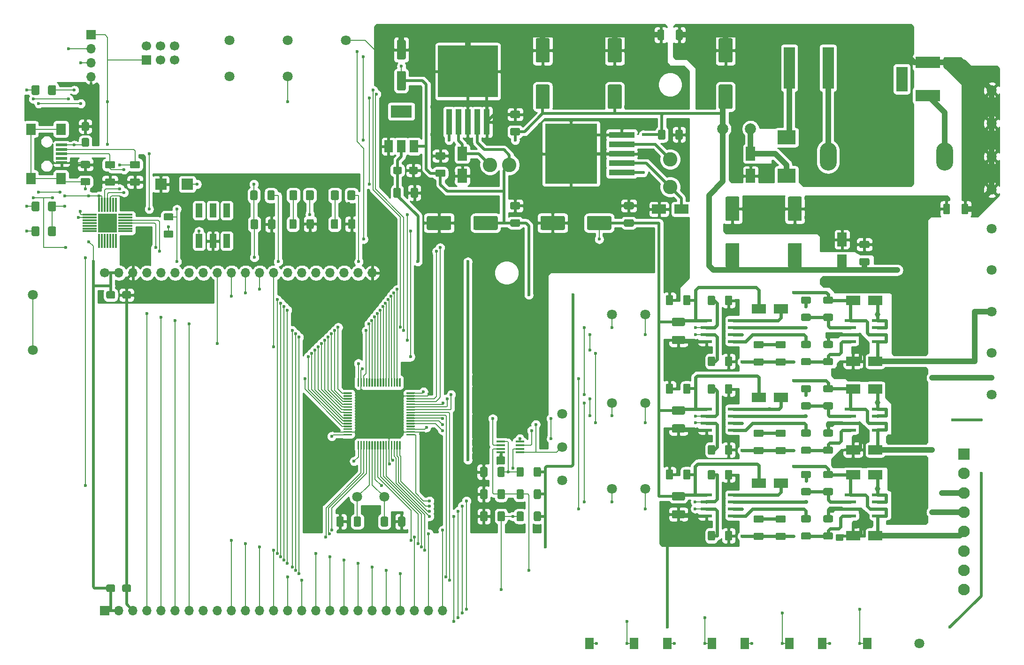
<source format=gbr>
%TF.GenerationSoftware,KiCad,Pcbnew,(5.1.7)-1*%
%TF.CreationDate,2021-02-07T17:43:08+09:00*%
%TF.ProjectId,BLDC_Motor_Controller_Ver2.0A,424c4443-5f4d-46f7-946f-725f436f6e74,Ver 2.0A*%
%TF.SameCoordinates,Original*%
%TF.FileFunction,Copper,L1,Top*%
%TF.FilePolarity,Positive*%
%FSLAX46Y46*%
G04 Gerber Fmt 4.6, Leading zero omitted, Abs format (unit mm)*
G04 Created by KiCad (PCBNEW (5.1.7)-1) date 2021-02-07 17:43:08*
%MOMM*%
%LPD*%
G01*
G04 APERTURE LIST*
%TA.AperFunction,ComponentPad*%
%ADD10C,1.800000*%
%TD*%
%TA.AperFunction,SMDPad,CuDef*%
%ADD11R,3.300000X2.500000*%
%TD*%
%TA.AperFunction,SMDPad,CuDef*%
%ADD12R,1.700000X2.500000*%
%TD*%
%TA.AperFunction,SMDPad,CuDef*%
%ADD13R,2.500000X1.700000*%
%TD*%
%TA.AperFunction,ComponentPad*%
%ADD14O,3.048000X5.080000*%
%TD*%
%TA.AperFunction,ComponentPad*%
%ADD15R,4.500000X2.000000*%
%TD*%
%TA.AperFunction,ComponentPad*%
%ADD16R,2.000000X4.500000*%
%TD*%
%TA.AperFunction,ComponentPad*%
%ADD17C,1.700000*%
%TD*%
%TA.AperFunction,ComponentPad*%
%ADD18R,1.700000X1.700000*%
%TD*%
%TA.AperFunction,ComponentPad*%
%ADD19O,1.700000X1.700000*%
%TD*%
%TA.AperFunction,ComponentPad*%
%ADD20C,2.100000*%
%TD*%
%TA.AperFunction,ComponentPad*%
%ADD21R,2.100000X2.100000*%
%TD*%
%TA.AperFunction,SMDPad,CuDef*%
%ADD22R,2.000000X0.500000*%
%TD*%
%TA.AperFunction,SMDPad,CuDef*%
%ADD23R,1.700000X2.000000*%
%TD*%
%TA.AperFunction,ComponentPad*%
%ADD24C,2.600000*%
%TD*%
%TA.AperFunction,SMDPad,CuDef*%
%ADD25R,2.000000X0.600000*%
%TD*%
%TA.AperFunction,ComponentPad*%
%ADD26R,2.000000X7.500000*%
%TD*%
%TA.AperFunction,SMDPad,CuDef*%
%ADD27R,1.550000X2.000000*%
%TD*%
%TA.AperFunction,SMDPad,CuDef*%
%ADD28R,2.000000X2.000000*%
%TD*%
%TA.AperFunction,SMDPad,CuDef*%
%ADD29R,1.200000X2.500000*%
%TD*%
%TA.AperFunction,ComponentPad*%
%ADD30C,2.000000*%
%TD*%
%TA.AperFunction,SMDPad,CuDef*%
%ADD31R,1.500000X2.200000*%
%TD*%
%TA.AperFunction,SMDPad,CuDef*%
%ADD32R,3.800000X2.200000*%
%TD*%
%TA.AperFunction,SMDPad,CuDef*%
%ADD33R,4.600000X1.100000*%
%TD*%
%TA.AperFunction,SMDPad,CuDef*%
%ADD34R,9.400000X10.800000*%
%TD*%
%TA.AperFunction,SMDPad,CuDef*%
%ADD35R,1.100000X4.600000*%
%TD*%
%TA.AperFunction,SMDPad,CuDef*%
%ADD36R,10.800000X9.400000*%
%TD*%
%TA.AperFunction,SMDPad,CuDef*%
%ADD37R,1.600000X0.300000*%
%TD*%
%TA.AperFunction,SMDPad,CuDef*%
%ADD38R,2.500000X0.300000*%
%TD*%
%TA.AperFunction,SMDPad,CuDef*%
%ADD39R,0.300000X2.500000*%
%TD*%
%TA.AperFunction,SMDPad,CuDef*%
%ADD40R,3.400000X3.400000*%
%TD*%
%TA.AperFunction,ViaPad*%
%ADD41C,0.600000*%
%TD*%
%TA.AperFunction,ViaPad*%
%ADD42C,1.000000*%
%TD*%
%TA.AperFunction,Conductor*%
%ADD43C,1.000000*%
%TD*%
%TA.AperFunction,Conductor*%
%ADD44C,0.500000*%
%TD*%
%TA.AperFunction,Conductor*%
%ADD45C,0.600000*%
%TD*%
%TA.AperFunction,Conductor*%
%ADD46C,0.200000*%
%TD*%
%TA.AperFunction,Conductor*%
%ADD47C,0.254000*%
%TD*%
%TA.AperFunction,Conductor*%
%ADD48C,0.100000*%
%TD*%
G04 APERTURE END LIST*
%TO.P,U4,1*%
%TO.N,+3.3V*%
%TA.AperFunction,SMDPad,CuDef*%
G36*
G01*
X119325000Y-111950000D02*
X119175000Y-111950000D01*
G75*
G02*
X119100000Y-111875000I0J75000D01*
G01*
X119100000Y-110475000D01*
G75*
G02*
X119175000Y-110400000I75000J0D01*
G01*
X119325000Y-110400000D01*
G75*
G02*
X119400000Y-110475000I0J-75000D01*
G01*
X119400000Y-111875000D01*
G75*
G02*
X119325000Y-111950000I-75000J0D01*
G01*
G37*
%TD.AperFunction*%
%TO.P,U4,2*%
%TO.N,TFT_D13*%
%TA.AperFunction,SMDPad,CuDef*%
G36*
G01*
X119825000Y-111950000D02*
X119675000Y-111950000D01*
G75*
G02*
X119600000Y-111875000I0J75000D01*
G01*
X119600000Y-110475000D01*
G75*
G02*
X119675000Y-110400000I75000J0D01*
G01*
X119825000Y-110400000D01*
G75*
G02*
X119900000Y-110475000I0J-75000D01*
G01*
X119900000Y-111875000D01*
G75*
G02*
X119825000Y-111950000I-75000J0D01*
G01*
G37*
%TD.AperFunction*%
%TO.P,U4,3*%
%TO.N,TFT_D14*%
%TA.AperFunction,SMDPad,CuDef*%
G36*
G01*
X120325000Y-111950000D02*
X120175000Y-111950000D01*
G75*
G02*
X120100000Y-111875000I0J75000D01*
G01*
X120100000Y-110475000D01*
G75*
G02*
X120175000Y-110400000I75000J0D01*
G01*
X120325000Y-110400000D01*
G75*
G02*
X120400000Y-110475000I0J-75000D01*
G01*
X120400000Y-111875000D01*
G75*
G02*
X120325000Y-111950000I-75000J0D01*
G01*
G37*
%TD.AperFunction*%
%TO.P,U4,4*%
%TO.N,TFT_D15*%
%TA.AperFunction,SMDPad,CuDef*%
G36*
G01*
X120825000Y-111950000D02*
X120675000Y-111950000D01*
G75*
G02*
X120600000Y-111875000I0J75000D01*
G01*
X120600000Y-110475000D01*
G75*
G02*
X120675000Y-110400000I75000J0D01*
G01*
X120825000Y-110400000D01*
G75*
G02*
X120900000Y-110475000I0J-75000D01*
G01*
X120900000Y-111875000D01*
G75*
G02*
X120825000Y-111950000I-75000J0D01*
G01*
G37*
%TD.AperFunction*%
%TO.P,U4,5*%
%TO.N,Net-(C26-Pad1)*%
%TA.AperFunction,SMDPad,CuDef*%
G36*
G01*
X121325000Y-111950000D02*
X121175000Y-111950000D01*
G75*
G02*
X121100000Y-111875000I0J75000D01*
G01*
X121100000Y-110475000D01*
G75*
G02*
X121175000Y-110400000I75000J0D01*
G01*
X121325000Y-110400000D01*
G75*
G02*
X121400000Y-110475000I0J-75000D01*
G01*
X121400000Y-111875000D01*
G75*
G02*
X121325000Y-111950000I-75000J0D01*
G01*
G37*
%TD.AperFunction*%
%TO.P,U4,6*%
%TO.N,Net-(C27-Pad1)*%
%TA.AperFunction,SMDPad,CuDef*%
G36*
G01*
X121825000Y-111950000D02*
X121675000Y-111950000D01*
G75*
G02*
X121600000Y-111875000I0J75000D01*
G01*
X121600000Y-110475000D01*
G75*
G02*
X121675000Y-110400000I75000J0D01*
G01*
X121825000Y-110400000D01*
G75*
G02*
X121900000Y-110475000I0J-75000D01*
G01*
X121900000Y-111875000D01*
G75*
G02*
X121825000Y-111950000I-75000J0D01*
G01*
G37*
%TD.AperFunction*%
%TO.P,U4,7*%
%TO.N,NRST*%
%TA.AperFunction,SMDPad,CuDef*%
G36*
G01*
X122325000Y-111950000D02*
X122175000Y-111950000D01*
G75*
G02*
X122100000Y-111875000I0J75000D01*
G01*
X122100000Y-110475000D01*
G75*
G02*
X122175000Y-110400000I75000J0D01*
G01*
X122325000Y-110400000D01*
G75*
G02*
X122400000Y-110475000I0J-75000D01*
G01*
X122400000Y-111875000D01*
G75*
G02*
X122325000Y-111950000I-75000J0D01*
G01*
G37*
%TD.AperFunction*%
%TO.P,U4,8*%
%TO.N,TFT_D0*%
%TA.AperFunction,SMDPad,CuDef*%
G36*
G01*
X122825000Y-111950000D02*
X122675000Y-111950000D01*
G75*
G02*
X122600000Y-111875000I0J75000D01*
G01*
X122600000Y-110475000D01*
G75*
G02*
X122675000Y-110400000I75000J0D01*
G01*
X122825000Y-110400000D01*
G75*
G02*
X122900000Y-110475000I0J-75000D01*
G01*
X122900000Y-111875000D01*
G75*
G02*
X122825000Y-111950000I-75000J0D01*
G01*
G37*
%TD.AperFunction*%
%TO.P,U4,9*%
%TO.N,TFT_D1*%
%TA.AperFunction,SMDPad,CuDef*%
G36*
G01*
X123325000Y-111950000D02*
X123175000Y-111950000D01*
G75*
G02*
X123100000Y-111875000I0J75000D01*
G01*
X123100000Y-110475000D01*
G75*
G02*
X123175000Y-110400000I75000J0D01*
G01*
X123325000Y-110400000D01*
G75*
G02*
X123400000Y-110475000I0J-75000D01*
G01*
X123400000Y-111875000D01*
G75*
G02*
X123325000Y-111950000I-75000J0D01*
G01*
G37*
%TD.AperFunction*%
%TO.P,U4,10*%
%TO.N,TFT_D2*%
%TA.AperFunction,SMDPad,CuDef*%
G36*
G01*
X123825000Y-111950000D02*
X123675000Y-111950000D01*
G75*
G02*
X123600000Y-111875000I0J75000D01*
G01*
X123600000Y-110475000D01*
G75*
G02*
X123675000Y-110400000I75000J0D01*
G01*
X123825000Y-110400000D01*
G75*
G02*
X123900000Y-110475000I0J-75000D01*
G01*
X123900000Y-111875000D01*
G75*
G02*
X123825000Y-111950000I-75000J0D01*
G01*
G37*
%TD.AperFunction*%
%TO.P,U4,11*%
%TO.N,TFT_D3*%
%TA.AperFunction,SMDPad,CuDef*%
G36*
G01*
X124325000Y-111950000D02*
X124175000Y-111950000D01*
G75*
G02*
X124100000Y-111875000I0J75000D01*
G01*
X124100000Y-110475000D01*
G75*
G02*
X124175000Y-110400000I75000J0D01*
G01*
X124325000Y-110400000D01*
G75*
G02*
X124400000Y-110475000I0J-75000D01*
G01*
X124400000Y-111875000D01*
G75*
G02*
X124325000Y-111950000I-75000J0D01*
G01*
G37*
%TD.AperFunction*%
%TO.P,U4,12*%
%TO.N,GND*%
%TA.AperFunction,SMDPad,CuDef*%
G36*
G01*
X124825000Y-111950000D02*
X124675000Y-111950000D01*
G75*
G02*
X124600000Y-111875000I0J75000D01*
G01*
X124600000Y-110475000D01*
G75*
G02*
X124675000Y-110400000I75000J0D01*
G01*
X124825000Y-110400000D01*
G75*
G02*
X124900000Y-110475000I0J-75000D01*
G01*
X124900000Y-111875000D01*
G75*
G02*
X124825000Y-111950000I-75000J0D01*
G01*
G37*
%TD.AperFunction*%
%TO.P,U4,13*%
%TO.N,Net-(C28-Pad1)*%
%TA.AperFunction,SMDPad,CuDef*%
G36*
G01*
X125325000Y-111950000D02*
X125175000Y-111950000D01*
G75*
G02*
X125100000Y-111875000I0J75000D01*
G01*
X125100000Y-110475000D01*
G75*
G02*
X125175000Y-110400000I75000J0D01*
G01*
X125325000Y-110400000D01*
G75*
G02*
X125400000Y-110475000I0J-75000D01*
G01*
X125400000Y-111875000D01*
G75*
G02*
X125325000Y-111950000I-75000J0D01*
G01*
G37*
%TD.AperFunction*%
%TO.P,U4,14*%
%TO.N,SW1*%
%TA.AperFunction,SMDPad,CuDef*%
G36*
G01*
X125825000Y-111950000D02*
X125675000Y-111950000D01*
G75*
G02*
X125600000Y-111875000I0J75000D01*
G01*
X125600000Y-110475000D01*
G75*
G02*
X125675000Y-110400000I75000J0D01*
G01*
X125825000Y-110400000D01*
G75*
G02*
X125900000Y-110475000I0J-75000D01*
G01*
X125900000Y-111875000D01*
G75*
G02*
X125825000Y-111950000I-75000J0D01*
G01*
G37*
%TD.AperFunction*%
%TO.P,U4,15*%
%TO.N,SW2*%
%TA.AperFunction,SMDPad,CuDef*%
G36*
G01*
X126325000Y-111950000D02*
X126175000Y-111950000D01*
G75*
G02*
X126100000Y-111875000I0J75000D01*
G01*
X126100000Y-110475000D01*
G75*
G02*
X126175000Y-110400000I75000J0D01*
G01*
X126325000Y-110400000D01*
G75*
G02*
X126400000Y-110475000I0J-75000D01*
G01*
X126400000Y-111875000D01*
G75*
G02*
X126325000Y-111950000I-75000J0D01*
G01*
G37*
%TD.AperFunction*%
%TO.P,U4,16*%
%TO.N,SW3*%
%TA.AperFunction,SMDPad,CuDef*%
G36*
G01*
X126825000Y-111950000D02*
X126675000Y-111950000D01*
G75*
G02*
X126600000Y-111875000I0J75000D01*
G01*
X126600000Y-110475000D01*
G75*
G02*
X126675000Y-110400000I75000J0D01*
G01*
X126825000Y-110400000D01*
G75*
G02*
X126900000Y-110475000I0J-75000D01*
G01*
X126900000Y-111875000D01*
G75*
G02*
X126825000Y-111950000I-75000J0D01*
G01*
G37*
%TD.AperFunction*%
%TO.P,U4,17*%
%TO.N,SW4*%
%TA.AperFunction,SMDPad,CuDef*%
G36*
G01*
X129375000Y-109400000D02*
X127975000Y-109400000D01*
G75*
G02*
X127900000Y-109325000I0J75000D01*
G01*
X127900000Y-109175000D01*
G75*
G02*
X127975000Y-109100000I75000J0D01*
G01*
X129375000Y-109100000D01*
G75*
G02*
X129450000Y-109175000I0J-75000D01*
G01*
X129450000Y-109325000D01*
G75*
G02*
X129375000Y-109400000I-75000J0D01*
G01*
G37*
%TD.AperFunction*%
%TO.P,U4,18*%
%TO.N,GND*%
%TA.AperFunction,SMDPad,CuDef*%
G36*
G01*
X129375000Y-108900000D02*
X127975000Y-108900000D01*
G75*
G02*
X127900000Y-108825000I0J75000D01*
G01*
X127900000Y-108675000D01*
G75*
G02*
X127975000Y-108600000I75000J0D01*
G01*
X129375000Y-108600000D01*
G75*
G02*
X129450000Y-108675000I0J-75000D01*
G01*
X129450000Y-108825000D01*
G75*
G02*
X129375000Y-108900000I-75000J0D01*
G01*
G37*
%TD.AperFunction*%
%TO.P,U4,19*%
%TO.N,+3.3V*%
%TA.AperFunction,SMDPad,CuDef*%
G36*
G01*
X129375000Y-108400000D02*
X127975000Y-108400000D01*
G75*
G02*
X127900000Y-108325000I0J75000D01*
G01*
X127900000Y-108175000D01*
G75*
G02*
X127975000Y-108100000I75000J0D01*
G01*
X129375000Y-108100000D01*
G75*
G02*
X129450000Y-108175000I0J-75000D01*
G01*
X129450000Y-108325000D01*
G75*
G02*
X129375000Y-108400000I-75000J0D01*
G01*
G37*
%TD.AperFunction*%
%TO.P,U4,20*%
%TO.N,Net-(U4-Pad20)*%
%TA.AperFunction,SMDPad,CuDef*%
G36*
G01*
X129375000Y-107900000D02*
X127975000Y-107900000D01*
G75*
G02*
X127900000Y-107825000I0J75000D01*
G01*
X127900000Y-107675000D01*
G75*
G02*
X127975000Y-107600000I75000J0D01*
G01*
X129375000Y-107600000D01*
G75*
G02*
X129450000Y-107675000I0J-75000D01*
G01*
X129450000Y-107825000D01*
G75*
G02*
X129375000Y-107900000I-75000J0D01*
G01*
G37*
%TD.AperFunction*%
%TO.P,U4,21*%
%TO.N,HA*%
%TA.AperFunction,SMDPad,CuDef*%
G36*
G01*
X129375000Y-107400000D02*
X127975000Y-107400000D01*
G75*
G02*
X127900000Y-107325000I0J75000D01*
G01*
X127900000Y-107175000D01*
G75*
G02*
X127975000Y-107100000I75000J0D01*
G01*
X129375000Y-107100000D01*
G75*
G02*
X129450000Y-107175000I0J-75000D01*
G01*
X129450000Y-107325000D01*
G75*
G02*
X129375000Y-107400000I-75000J0D01*
G01*
G37*
%TD.AperFunction*%
%TO.P,U4,22*%
%TO.N,HB*%
%TA.AperFunction,SMDPad,CuDef*%
G36*
G01*
X129375000Y-106900000D02*
X127975000Y-106900000D01*
G75*
G02*
X127900000Y-106825000I0J75000D01*
G01*
X127900000Y-106675000D01*
G75*
G02*
X127975000Y-106600000I75000J0D01*
G01*
X129375000Y-106600000D01*
G75*
G02*
X129450000Y-106675000I0J-75000D01*
G01*
X129450000Y-106825000D01*
G75*
G02*
X129375000Y-106900000I-75000J0D01*
G01*
G37*
%TD.AperFunction*%
%TO.P,U4,23*%
%TO.N,HC*%
%TA.AperFunction,SMDPad,CuDef*%
G36*
G01*
X129375000Y-106400000D02*
X127975000Y-106400000D01*
G75*
G02*
X127900000Y-106325000I0J75000D01*
G01*
X127900000Y-106175000D01*
G75*
G02*
X127975000Y-106100000I75000J0D01*
G01*
X129375000Y-106100000D01*
G75*
G02*
X129450000Y-106175000I0J-75000D01*
G01*
X129450000Y-106325000D01*
G75*
G02*
X129375000Y-106400000I-75000J0D01*
G01*
G37*
%TD.AperFunction*%
%TO.P,U4,24*%
%TO.N,TFT_D4*%
%TA.AperFunction,SMDPad,CuDef*%
G36*
G01*
X129375000Y-105900000D02*
X127975000Y-105900000D01*
G75*
G02*
X127900000Y-105825000I0J75000D01*
G01*
X127900000Y-105675000D01*
G75*
G02*
X127975000Y-105600000I75000J0D01*
G01*
X129375000Y-105600000D01*
G75*
G02*
X129450000Y-105675000I0J-75000D01*
G01*
X129450000Y-105825000D01*
G75*
G02*
X129375000Y-105900000I-75000J0D01*
G01*
G37*
%TD.AperFunction*%
%TO.P,U4,25*%
%TO.N,TFT_D5*%
%TA.AperFunction,SMDPad,CuDef*%
G36*
G01*
X129375000Y-105400000D02*
X127975000Y-105400000D01*
G75*
G02*
X127900000Y-105325000I0J75000D01*
G01*
X127900000Y-105175000D01*
G75*
G02*
X127975000Y-105100000I75000J0D01*
G01*
X129375000Y-105100000D01*
G75*
G02*
X129450000Y-105175000I0J-75000D01*
G01*
X129450000Y-105325000D01*
G75*
G02*
X129375000Y-105400000I-75000J0D01*
G01*
G37*
%TD.AperFunction*%
%TO.P,U4,26*%
%TO.N,UT*%
%TA.AperFunction,SMDPad,CuDef*%
G36*
G01*
X129375000Y-104900000D02*
X127975000Y-104900000D01*
G75*
G02*
X127900000Y-104825000I0J75000D01*
G01*
X127900000Y-104675000D01*
G75*
G02*
X127975000Y-104600000I75000J0D01*
G01*
X129375000Y-104600000D01*
G75*
G02*
X129450000Y-104675000I0J-75000D01*
G01*
X129450000Y-104825000D01*
G75*
G02*
X129375000Y-104900000I-75000J0D01*
G01*
G37*
%TD.AperFunction*%
%TO.P,U4,27*%
%TO.N,VT*%
%TA.AperFunction,SMDPad,CuDef*%
G36*
G01*
X129375000Y-104400000D02*
X127975000Y-104400000D01*
G75*
G02*
X127900000Y-104325000I0J75000D01*
G01*
X127900000Y-104175000D01*
G75*
G02*
X127975000Y-104100000I75000J0D01*
G01*
X129375000Y-104100000D01*
G75*
G02*
X129450000Y-104175000I0J-75000D01*
G01*
X129450000Y-104325000D01*
G75*
G02*
X129375000Y-104400000I-75000J0D01*
G01*
G37*
%TD.AperFunction*%
%TO.P,U4,28*%
%TO.N,WT*%
%TA.AperFunction,SMDPad,CuDef*%
G36*
G01*
X129375000Y-103900000D02*
X127975000Y-103900000D01*
G75*
G02*
X127900000Y-103825000I0J75000D01*
G01*
X127900000Y-103675000D01*
G75*
G02*
X127975000Y-103600000I75000J0D01*
G01*
X129375000Y-103600000D01*
G75*
G02*
X129450000Y-103675000I0J-75000D01*
G01*
X129450000Y-103825000D01*
G75*
G02*
X129375000Y-103900000I-75000J0D01*
G01*
G37*
%TD.AperFunction*%
%TO.P,U4,29*%
%TO.N,UART3_TX*%
%TA.AperFunction,SMDPad,CuDef*%
G36*
G01*
X129375000Y-103400000D02*
X127975000Y-103400000D01*
G75*
G02*
X127900000Y-103325000I0J75000D01*
G01*
X127900000Y-103175000D01*
G75*
G02*
X127975000Y-103100000I75000J0D01*
G01*
X129375000Y-103100000D01*
G75*
G02*
X129450000Y-103175000I0J-75000D01*
G01*
X129450000Y-103325000D01*
G75*
G02*
X129375000Y-103400000I-75000J0D01*
G01*
G37*
%TD.AperFunction*%
%TO.P,U4,30*%
%TO.N,UART3_RX*%
%TA.AperFunction,SMDPad,CuDef*%
G36*
G01*
X129375000Y-102900000D02*
X127975000Y-102900000D01*
G75*
G02*
X127900000Y-102825000I0J75000D01*
G01*
X127900000Y-102675000D01*
G75*
G02*
X127975000Y-102600000I75000J0D01*
G01*
X129375000Y-102600000D01*
G75*
G02*
X129450000Y-102675000I0J-75000D01*
G01*
X129450000Y-102825000D01*
G75*
G02*
X129375000Y-102900000I-75000J0D01*
G01*
G37*
%TD.AperFunction*%
%TO.P,U4,31*%
%TO.N,GND*%
%TA.AperFunction,SMDPad,CuDef*%
G36*
G01*
X129375000Y-102400000D02*
X127975000Y-102400000D01*
G75*
G02*
X127900000Y-102325000I0J75000D01*
G01*
X127900000Y-102175000D01*
G75*
G02*
X127975000Y-102100000I75000J0D01*
G01*
X129375000Y-102100000D01*
G75*
G02*
X129450000Y-102175000I0J-75000D01*
G01*
X129450000Y-102325000D01*
G75*
G02*
X129375000Y-102400000I-75000J0D01*
G01*
G37*
%TD.AperFunction*%
%TO.P,U4,32*%
%TO.N,+3.3V*%
%TA.AperFunction,SMDPad,CuDef*%
G36*
G01*
X129375000Y-101900000D02*
X127975000Y-101900000D01*
G75*
G02*
X127900000Y-101825000I0J75000D01*
G01*
X127900000Y-101675000D01*
G75*
G02*
X127975000Y-101600000I75000J0D01*
G01*
X129375000Y-101600000D01*
G75*
G02*
X129450000Y-101675000I0J-75000D01*
G01*
X129450000Y-101825000D01*
G75*
G02*
X129375000Y-101900000I-75000J0D01*
G01*
G37*
%TD.AperFunction*%
%TO.P,U4,33*%
%TO.N,Net-(U4-Pad33)*%
%TA.AperFunction,SMDPad,CuDef*%
G36*
G01*
X126825000Y-100600000D02*
X126675000Y-100600000D01*
G75*
G02*
X126600000Y-100525000I0J75000D01*
G01*
X126600000Y-99125000D01*
G75*
G02*
X126675000Y-99050000I75000J0D01*
G01*
X126825000Y-99050000D01*
G75*
G02*
X126900000Y-99125000I0J-75000D01*
G01*
X126900000Y-100525000D01*
G75*
G02*
X126825000Y-100600000I-75000J0D01*
G01*
G37*
%TD.AperFunction*%
%TO.P,U4,34*%
%TO.N,SPI2_SCK*%
%TA.AperFunction,SMDPad,CuDef*%
G36*
G01*
X126325000Y-100600000D02*
X126175000Y-100600000D01*
G75*
G02*
X126100000Y-100525000I0J75000D01*
G01*
X126100000Y-99125000D01*
G75*
G02*
X126175000Y-99050000I75000J0D01*
G01*
X126325000Y-99050000D01*
G75*
G02*
X126400000Y-99125000I0J-75000D01*
G01*
X126400000Y-100525000D01*
G75*
G02*
X126325000Y-100600000I-75000J0D01*
G01*
G37*
%TD.AperFunction*%
%TO.P,U4,35*%
%TO.N,SPI2_MISO*%
%TA.AperFunction,SMDPad,CuDef*%
G36*
G01*
X125825000Y-100600000D02*
X125675000Y-100600000D01*
G75*
G02*
X125600000Y-100525000I0J75000D01*
G01*
X125600000Y-99125000D01*
G75*
G02*
X125675000Y-99050000I75000J0D01*
G01*
X125825000Y-99050000D01*
G75*
G02*
X125900000Y-99125000I0J-75000D01*
G01*
X125900000Y-100525000D01*
G75*
G02*
X125825000Y-100600000I-75000J0D01*
G01*
G37*
%TD.AperFunction*%
%TO.P,U4,36*%
%TO.N,SPI2_MOSI*%
%TA.AperFunction,SMDPad,CuDef*%
G36*
G01*
X125325000Y-100600000D02*
X125175000Y-100600000D01*
G75*
G02*
X125100000Y-100525000I0J75000D01*
G01*
X125100000Y-99125000D01*
G75*
G02*
X125175000Y-99050000I75000J0D01*
G01*
X125325000Y-99050000D01*
G75*
G02*
X125400000Y-99125000I0J-75000D01*
G01*
X125400000Y-100525000D01*
G75*
G02*
X125325000Y-100600000I-75000J0D01*
G01*
G37*
%TD.AperFunction*%
%TO.P,U4,37*%
%TO.N,TFT_D6*%
%TA.AperFunction,SMDPad,CuDef*%
G36*
G01*
X124825000Y-100600000D02*
X124675000Y-100600000D01*
G75*
G02*
X124600000Y-100525000I0J75000D01*
G01*
X124600000Y-99125000D01*
G75*
G02*
X124675000Y-99050000I75000J0D01*
G01*
X124825000Y-99050000D01*
G75*
G02*
X124900000Y-99125000I0J-75000D01*
G01*
X124900000Y-100525000D01*
G75*
G02*
X124825000Y-100600000I-75000J0D01*
G01*
G37*
%TD.AperFunction*%
%TO.P,U4,38*%
%TO.N,TFT_D7*%
%TA.AperFunction,SMDPad,CuDef*%
G36*
G01*
X124325000Y-100600000D02*
X124175000Y-100600000D01*
G75*
G02*
X124100000Y-100525000I0J75000D01*
G01*
X124100000Y-99125000D01*
G75*
G02*
X124175000Y-99050000I75000J0D01*
G01*
X124325000Y-99050000D01*
G75*
G02*
X124400000Y-99125000I0J-75000D01*
G01*
X124400000Y-100525000D01*
G75*
G02*
X124325000Y-100600000I-75000J0D01*
G01*
G37*
%TD.AperFunction*%
%TO.P,U4,39*%
%TO.N,TFT_D8*%
%TA.AperFunction,SMDPad,CuDef*%
G36*
G01*
X123825000Y-100600000D02*
X123675000Y-100600000D01*
G75*
G02*
X123600000Y-100525000I0J75000D01*
G01*
X123600000Y-99125000D01*
G75*
G02*
X123675000Y-99050000I75000J0D01*
G01*
X123825000Y-99050000D01*
G75*
G02*
X123900000Y-99125000I0J-75000D01*
G01*
X123900000Y-100525000D01*
G75*
G02*
X123825000Y-100600000I-75000J0D01*
G01*
G37*
%TD.AperFunction*%
%TO.P,U4,40*%
%TO.N,TFT_D9*%
%TA.AperFunction,SMDPad,CuDef*%
G36*
G01*
X123325000Y-100600000D02*
X123175000Y-100600000D01*
G75*
G02*
X123100000Y-100525000I0J75000D01*
G01*
X123100000Y-99125000D01*
G75*
G02*
X123175000Y-99050000I75000J0D01*
G01*
X123325000Y-99050000D01*
G75*
G02*
X123400000Y-99125000I0J-75000D01*
G01*
X123400000Y-100525000D01*
G75*
G02*
X123325000Y-100600000I-75000J0D01*
G01*
G37*
%TD.AperFunction*%
%TO.P,U4,41*%
%TO.N,~TFT_RST*%
%TA.AperFunction,SMDPad,CuDef*%
G36*
G01*
X122825000Y-100600000D02*
X122675000Y-100600000D01*
G75*
G02*
X122600000Y-100525000I0J75000D01*
G01*
X122600000Y-99125000D01*
G75*
G02*
X122675000Y-99050000I75000J0D01*
G01*
X122825000Y-99050000D01*
G75*
G02*
X122900000Y-99125000I0J-75000D01*
G01*
X122900000Y-100525000D01*
G75*
G02*
X122825000Y-100600000I-75000J0D01*
G01*
G37*
%TD.AperFunction*%
%TO.P,U4,42*%
%TO.N,~TFT_CS*%
%TA.AperFunction,SMDPad,CuDef*%
G36*
G01*
X122325000Y-100600000D02*
X122175000Y-100600000D01*
G75*
G02*
X122100000Y-100525000I0J75000D01*
G01*
X122100000Y-99125000D01*
G75*
G02*
X122175000Y-99050000I75000J0D01*
G01*
X122325000Y-99050000D01*
G75*
G02*
X122400000Y-99125000I0J-75000D01*
G01*
X122400000Y-100525000D01*
G75*
G02*
X122325000Y-100600000I-75000J0D01*
G01*
G37*
%TD.AperFunction*%
%TO.P,U4,43*%
%TO.N,TFT_RS*%
%TA.AperFunction,SMDPad,CuDef*%
G36*
G01*
X121825000Y-100600000D02*
X121675000Y-100600000D01*
G75*
G02*
X121600000Y-100525000I0J75000D01*
G01*
X121600000Y-99125000D01*
G75*
G02*
X121675000Y-99050000I75000J0D01*
G01*
X121825000Y-99050000D01*
G75*
G02*
X121900000Y-99125000I0J-75000D01*
G01*
X121900000Y-100525000D01*
G75*
G02*
X121825000Y-100600000I-75000J0D01*
G01*
G37*
%TD.AperFunction*%
%TO.P,U4,44*%
%TO.N,~TFT_WR*%
%TA.AperFunction,SMDPad,CuDef*%
G36*
G01*
X121325000Y-100600000D02*
X121175000Y-100600000D01*
G75*
G02*
X121100000Y-100525000I0J75000D01*
G01*
X121100000Y-99125000D01*
G75*
G02*
X121175000Y-99050000I75000J0D01*
G01*
X121325000Y-99050000D01*
G75*
G02*
X121400000Y-99125000I0J-75000D01*
G01*
X121400000Y-100525000D01*
G75*
G02*
X121325000Y-100600000I-75000J0D01*
G01*
G37*
%TD.AperFunction*%
%TO.P,U4,45*%
%TO.N,Net-(U4-Pad45)*%
%TA.AperFunction,SMDPad,CuDef*%
G36*
G01*
X120825000Y-100600000D02*
X120675000Y-100600000D01*
G75*
G02*
X120600000Y-100525000I0J75000D01*
G01*
X120600000Y-99125000D01*
G75*
G02*
X120675000Y-99050000I75000J0D01*
G01*
X120825000Y-99050000D01*
G75*
G02*
X120900000Y-99125000I0J-75000D01*
G01*
X120900000Y-100525000D01*
G75*
G02*
X120825000Y-100600000I-75000J0D01*
G01*
G37*
%TD.AperFunction*%
%TO.P,U4,46*%
%TO.N,SWDIO*%
%TA.AperFunction,SMDPad,CuDef*%
G36*
G01*
X120325000Y-100600000D02*
X120175000Y-100600000D01*
G75*
G02*
X120100000Y-100525000I0J75000D01*
G01*
X120100000Y-99125000D01*
G75*
G02*
X120175000Y-99050000I75000J0D01*
G01*
X120325000Y-99050000D01*
G75*
G02*
X120400000Y-99125000I0J-75000D01*
G01*
X120400000Y-100525000D01*
G75*
G02*
X120325000Y-100600000I-75000J0D01*
G01*
G37*
%TD.AperFunction*%
%TO.P,U4,47*%
%TO.N,GND*%
%TA.AperFunction,SMDPad,CuDef*%
G36*
G01*
X119825000Y-100600000D02*
X119675000Y-100600000D01*
G75*
G02*
X119600000Y-100525000I0J75000D01*
G01*
X119600000Y-99125000D01*
G75*
G02*
X119675000Y-99050000I75000J0D01*
G01*
X119825000Y-99050000D01*
G75*
G02*
X119900000Y-99125000I0J-75000D01*
G01*
X119900000Y-100525000D01*
G75*
G02*
X119825000Y-100600000I-75000J0D01*
G01*
G37*
%TD.AperFunction*%
%TO.P,U4,48*%
%TO.N,+3.3V*%
%TA.AperFunction,SMDPad,CuDef*%
G36*
G01*
X119325000Y-100600000D02*
X119175000Y-100600000D01*
G75*
G02*
X119100000Y-100525000I0J75000D01*
G01*
X119100000Y-99125000D01*
G75*
G02*
X119175000Y-99050000I75000J0D01*
G01*
X119325000Y-99050000D01*
G75*
G02*
X119400000Y-99125000I0J-75000D01*
G01*
X119400000Y-100525000D01*
G75*
G02*
X119325000Y-100600000I-75000J0D01*
G01*
G37*
%TD.AperFunction*%
%TO.P,U4,49*%
%TO.N,SWCLK*%
%TA.AperFunction,SMDPad,CuDef*%
G36*
G01*
X118025000Y-101900000D02*
X116625000Y-101900000D01*
G75*
G02*
X116550000Y-101825000I0J75000D01*
G01*
X116550000Y-101675000D01*
G75*
G02*
X116625000Y-101600000I75000J0D01*
G01*
X118025000Y-101600000D01*
G75*
G02*
X118100000Y-101675000I0J-75000D01*
G01*
X118100000Y-101825000D01*
G75*
G02*
X118025000Y-101900000I-75000J0D01*
G01*
G37*
%TD.AperFunction*%
%TO.P,U4,50*%
%TO.N,Net-(U4-Pad50)*%
%TA.AperFunction,SMDPad,CuDef*%
G36*
G01*
X118025000Y-102400000D02*
X116625000Y-102400000D01*
G75*
G02*
X116550000Y-102325000I0J75000D01*
G01*
X116550000Y-102175000D01*
G75*
G02*
X116625000Y-102100000I75000J0D01*
G01*
X118025000Y-102100000D01*
G75*
G02*
X118100000Y-102175000I0J-75000D01*
G01*
X118100000Y-102325000D01*
G75*
G02*
X118025000Y-102400000I-75000J0D01*
G01*
G37*
%TD.AperFunction*%
%TO.P,U4,51*%
%TO.N,TFT_D10*%
%TA.AperFunction,SMDPad,CuDef*%
G36*
G01*
X118025000Y-102900000D02*
X116625000Y-102900000D01*
G75*
G02*
X116550000Y-102825000I0J75000D01*
G01*
X116550000Y-102675000D01*
G75*
G02*
X116625000Y-102600000I75000J0D01*
G01*
X118025000Y-102600000D01*
G75*
G02*
X118100000Y-102675000I0J-75000D01*
G01*
X118100000Y-102825000D01*
G75*
G02*
X118025000Y-102900000I-75000J0D01*
G01*
G37*
%TD.AperFunction*%
%TO.P,U4,52*%
%TO.N,TFT_D11*%
%TA.AperFunction,SMDPad,CuDef*%
G36*
G01*
X118025000Y-103400000D02*
X116625000Y-103400000D01*
G75*
G02*
X116550000Y-103325000I0J75000D01*
G01*
X116550000Y-103175000D01*
G75*
G02*
X116625000Y-103100000I75000J0D01*
G01*
X118025000Y-103100000D01*
G75*
G02*
X118100000Y-103175000I0J-75000D01*
G01*
X118100000Y-103325000D01*
G75*
G02*
X118025000Y-103400000I-75000J0D01*
G01*
G37*
%TD.AperFunction*%
%TO.P,U4,53*%
%TO.N,TFT_D12*%
%TA.AperFunction,SMDPad,CuDef*%
G36*
G01*
X118025000Y-103900000D02*
X116625000Y-103900000D01*
G75*
G02*
X116550000Y-103825000I0J75000D01*
G01*
X116550000Y-103675000D01*
G75*
G02*
X116625000Y-103600000I75000J0D01*
G01*
X118025000Y-103600000D01*
G75*
G02*
X118100000Y-103675000I0J-75000D01*
G01*
X118100000Y-103825000D01*
G75*
G02*
X118025000Y-103900000I-75000J0D01*
G01*
G37*
%TD.AperFunction*%
%TO.P,U4,54*%
%TO.N,DEBUG1*%
%TA.AperFunction,SMDPad,CuDef*%
G36*
G01*
X118025000Y-104400000D02*
X116625000Y-104400000D01*
G75*
G02*
X116550000Y-104325000I0J75000D01*
G01*
X116550000Y-104175000D01*
G75*
G02*
X116625000Y-104100000I75000J0D01*
G01*
X118025000Y-104100000D01*
G75*
G02*
X118100000Y-104175000I0J-75000D01*
G01*
X118100000Y-104325000D01*
G75*
G02*
X118025000Y-104400000I-75000J0D01*
G01*
G37*
%TD.AperFunction*%
%TO.P,U4,55*%
%TO.N,~TS_CS*%
%TA.AperFunction,SMDPad,CuDef*%
G36*
G01*
X118025000Y-104900000D02*
X116625000Y-104900000D01*
G75*
G02*
X116550000Y-104825000I0J75000D01*
G01*
X116550000Y-104675000D01*
G75*
G02*
X116625000Y-104600000I75000J0D01*
G01*
X118025000Y-104600000D01*
G75*
G02*
X118100000Y-104675000I0J-75000D01*
G01*
X118100000Y-104825000D01*
G75*
G02*
X118025000Y-104900000I-75000J0D01*
G01*
G37*
%TD.AperFunction*%
%TO.P,U4,56*%
%TO.N,~TS_INT*%
%TA.AperFunction,SMDPad,CuDef*%
G36*
G01*
X118025000Y-105400000D02*
X116625000Y-105400000D01*
G75*
G02*
X116550000Y-105325000I0J75000D01*
G01*
X116550000Y-105175000D01*
G75*
G02*
X116625000Y-105100000I75000J0D01*
G01*
X118025000Y-105100000D01*
G75*
G02*
X118100000Y-105175000I0J-75000D01*
G01*
X118100000Y-105325000D01*
G75*
G02*
X118025000Y-105400000I-75000J0D01*
G01*
G37*
%TD.AperFunction*%
%TO.P,U4,57*%
%TO.N,Net-(U4-Pad57)*%
%TA.AperFunction,SMDPad,CuDef*%
G36*
G01*
X118025000Y-105900000D02*
X116625000Y-105900000D01*
G75*
G02*
X116550000Y-105825000I0J75000D01*
G01*
X116550000Y-105675000D01*
G75*
G02*
X116625000Y-105600000I75000J0D01*
G01*
X118025000Y-105600000D01*
G75*
G02*
X118100000Y-105675000I0J-75000D01*
G01*
X118100000Y-105825000D01*
G75*
G02*
X118025000Y-105900000I-75000J0D01*
G01*
G37*
%TD.AperFunction*%
%TO.P,U4,58*%
%TO.N,UB*%
%TA.AperFunction,SMDPad,CuDef*%
G36*
G01*
X118025000Y-106400000D02*
X116625000Y-106400000D01*
G75*
G02*
X116550000Y-106325000I0J75000D01*
G01*
X116550000Y-106175000D01*
G75*
G02*
X116625000Y-106100000I75000J0D01*
G01*
X118025000Y-106100000D01*
G75*
G02*
X118100000Y-106175000I0J-75000D01*
G01*
X118100000Y-106325000D01*
G75*
G02*
X118025000Y-106400000I-75000J0D01*
G01*
G37*
%TD.AperFunction*%
%TO.P,U4,59*%
%TO.N,VB*%
%TA.AperFunction,SMDPad,CuDef*%
G36*
G01*
X118025000Y-106900000D02*
X116625000Y-106900000D01*
G75*
G02*
X116550000Y-106825000I0J75000D01*
G01*
X116550000Y-106675000D01*
G75*
G02*
X116625000Y-106600000I75000J0D01*
G01*
X118025000Y-106600000D01*
G75*
G02*
X118100000Y-106675000I0J-75000D01*
G01*
X118100000Y-106825000D01*
G75*
G02*
X118025000Y-106900000I-75000J0D01*
G01*
G37*
%TD.AperFunction*%
%TO.P,U4,60*%
%TO.N,BOOT0*%
%TA.AperFunction,SMDPad,CuDef*%
G36*
G01*
X118025000Y-107400000D02*
X116625000Y-107400000D01*
G75*
G02*
X116550000Y-107325000I0J75000D01*
G01*
X116550000Y-107175000D01*
G75*
G02*
X116625000Y-107100000I75000J0D01*
G01*
X118025000Y-107100000D01*
G75*
G02*
X118100000Y-107175000I0J-75000D01*
G01*
X118100000Y-107325000D01*
G75*
G02*
X118025000Y-107400000I-75000J0D01*
G01*
G37*
%TD.AperFunction*%
%TO.P,U4,61*%
%TO.N,WB*%
%TA.AperFunction,SMDPad,CuDef*%
G36*
G01*
X118025000Y-107900000D02*
X116625000Y-107900000D01*
G75*
G02*
X116550000Y-107825000I0J75000D01*
G01*
X116550000Y-107675000D01*
G75*
G02*
X116625000Y-107600000I75000J0D01*
G01*
X118025000Y-107600000D01*
G75*
G02*
X118100000Y-107675000I0J-75000D01*
G01*
X118100000Y-107825000D01*
G75*
G02*
X118025000Y-107900000I-75000J0D01*
G01*
G37*
%TD.AperFunction*%
%TO.P,U4,62*%
%TO.N,Net-(U4-Pad62)*%
%TA.AperFunction,SMDPad,CuDef*%
G36*
G01*
X118025000Y-108400000D02*
X116625000Y-108400000D01*
G75*
G02*
X116550000Y-108325000I0J75000D01*
G01*
X116550000Y-108175000D01*
G75*
G02*
X116625000Y-108100000I75000J0D01*
G01*
X118025000Y-108100000D01*
G75*
G02*
X118100000Y-108175000I0J-75000D01*
G01*
X118100000Y-108325000D01*
G75*
G02*
X118025000Y-108400000I-75000J0D01*
G01*
G37*
%TD.AperFunction*%
%TO.P,U4,63*%
%TO.N,GND*%
%TA.AperFunction,SMDPad,CuDef*%
G36*
G01*
X118025000Y-108900000D02*
X116625000Y-108900000D01*
G75*
G02*
X116550000Y-108825000I0J75000D01*
G01*
X116550000Y-108675000D01*
G75*
G02*
X116625000Y-108600000I75000J0D01*
G01*
X118025000Y-108600000D01*
G75*
G02*
X118100000Y-108675000I0J-75000D01*
G01*
X118100000Y-108825000D01*
G75*
G02*
X118025000Y-108900000I-75000J0D01*
G01*
G37*
%TD.AperFunction*%
%TO.P,U4,64*%
%TO.N,+3.3V*%
%TA.AperFunction,SMDPad,CuDef*%
G36*
G01*
X118025000Y-109400000D02*
X116625000Y-109400000D01*
G75*
G02*
X116550000Y-109325000I0J75000D01*
G01*
X116550000Y-109175000D01*
G75*
G02*
X116625000Y-109100000I75000J0D01*
G01*
X118025000Y-109100000D01*
G75*
G02*
X118100000Y-109175000I0J-75000D01*
G01*
X118100000Y-109325000D01*
G75*
G02*
X118025000Y-109400000I-75000J0D01*
G01*
G37*
%TD.AperFunction*%
%TD*%
D10*
%TO.P,TP21,1*%
%TO.N,GND*%
X117000000Y-38000000D03*
%TD*%
%TO.P,R7,1*%
%TO.N,WT*%
%TA.AperFunction,SMDPad,CuDef*%
G36*
G01*
X182300000Y-117125001D02*
X182300000Y-115874999D01*
G75*
G02*
X182549999Y-115625000I249999J0D01*
G01*
X183350001Y-115625000D01*
G75*
G02*
X183600000Y-115874999I0J-249999D01*
G01*
X183600000Y-117125001D01*
G75*
G02*
X183350001Y-117375000I-249999J0D01*
G01*
X182549999Y-117375000D01*
G75*
G02*
X182300000Y-117125001I0J249999D01*
G01*
G37*
%TD.AperFunction*%
%TO.P,R7,2*%
%TO.N,GND*%
%TA.AperFunction,SMDPad,CuDef*%
G36*
G01*
X185400000Y-117125001D02*
X185400000Y-115874999D01*
G75*
G02*
X185649999Y-115625000I249999J0D01*
G01*
X186450001Y-115625000D01*
G75*
G02*
X186700000Y-115874999I0J-249999D01*
G01*
X186700000Y-117125001D01*
G75*
G02*
X186450001Y-117375000I-249999J0D01*
G01*
X185649999Y-117375000D01*
G75*
G02*
X185400000Y-117125001I0J249999D01*
G01*
G37*
%TD.AperFunction*%
%TD*%
%TO.P,R19,2*%
%TO.N,Net-(Q3-Pad2)*%
%TA.AperFunction,SMDPad,CuDef*%
G36*
G01*
X203374999Y-118900000D02*
X204625001Y-118900000D01*
G75*
G02*
X204875000Y-119149999I0J-249999D01*
G01*
X204875000Y-119950001D01*
G75*
G02*
X204625001Y-120200000I-249999J0D01*
G01*
X203374999Y-120200000D01*
G75*
G02*
X203125000Y-119950001I0J249999D01*
G01*
X203125000Y-119149999D01*
G75*
G02*
X203374999Y-118900000I249999J0D01*
G01*
G37*
%TD.AperFunction*%
%TO.P,R19,1*%
%TO.N,Net-(C35-Pad2)*%
%TA.AperFunction,SMDPad,CuDef*%
G36*
G01*
X203374999Y-115800000D02*
X204625001Y-115800000D01*
G75*
G02*
X204875000Y-116049999I0J-249999D01*
G01*
X204875000Y-116850001D01*
G75*
G02*
X204625001Y-117100000I-249999J0D01*
G01*
X203374999Y-117100000D01*
G75*
G02*
X203125000Y-116850001I0J249999D01*
G01*
X203125000Y-116049999D01*
G75*
G02*
X203374999Y-115800000I249999J0D01*
G01*
G37*
%TD.AperFunction*%
%TD*%
%TO.P,C1,2*%
%TO.N,GND*%
%TA.AperFunction,SMDPad,CuDef*%
G36*
G01*
X176450000Y-55700002D02*
X176450000Y-54399998D01*
G75*
G02*
X176699998Y-54150000I249998J0D01*
G01*
X177525002Y-54150000D01*
G75*
G02*
X177775000Y-54399998I0J-249998D01*
G01*
X177775000Y-55700002D01*
G75*
G02*
X177525002Y-55950000I-249998J0D01*
G01*
X176699998Y-55950000D01*
G75*
G02*
X176450000Y-55700002I0J249998D01*
G01*
G37*
%TD.AperFunction*%
%TO.P,C1,1*%
%TO.N,+24V*%
%TA.AperFunction,SMDPad,CuDef*%
G36*
G01*
X173325000Y-55700002D02*
X173325000Y-54399998D01*
G75*
G02*
X173574998Y-54150000I249998J0D01*
G01*
X174400002Y-54150000D01*
G75*
G02*
X174650000Y-54399998I0J-249998D01*
G01*
X174650000Y-55700002D01*
G75*
G02*
X174400002Y-55950000I-249998J0D01*
G01*
X173574998Y-55950000D01*
G75*
G02*
X173325000Y-55700002I0J249998D01*
G01*
G37*
%TD.AperFunction*%
%TD*%
%TO.P,C2,2*%
%TO.N,GND*%
%TA.AperFunction,SMDPad,CuDef*%
G36*
G01*
X148200002Y-52050000D02*
X146899998Y-52050000D01*
G75*
G02*
X146650000Y-51800002I0J249998D01*
G01*
X146650000Y-50974998D01*
G75*
G02*
X146899998Y-50725000I249998J0D01*
G01*
X148200002Y-50725000D01*
G75*
G02*
X148450000Y-50974998I0J-249998D01*
G01*
X148450000Y-51800002D01*
G75*
G02*
X148200002Y-52050000I-249998J0D01*
G01*
G37*
%TD.AperFunction*%
%TO.P,C2,1*%
%TO.N,+24V*%
%TA.AperFunction,SMDPad,CuDef*%
G36*
G01*
X148200002Y-55175000D02*
X146899998Y-55175000D01*
G75*
G02*
X146650000Y-54925002I0J249998D01*
G01*
X146650000Y-54099998D01*
G75*
G02*
X146899998Y-53850000I249998J0D01*
G01*
X148200002Y-53850000D01*
G75*
G02*
X148450000Y-54099998I0J-249998D01*
G01*
X148450000Y-54925002D01*
G75*
G02*
X148200002Y-55175000I-249998J0D01*
G01*
G37*
%TD.AperFunction*%
%TD*%
%TO.P,C3,2*%
%TO.N,GND*%
%TA.AperFunction,SMDPad,CuDef*%
G36*
G01*
X134700002Y-59550000D02*
X133399998Y-59550000D01*
G75*
G02*
X133150000Y-59300002I0J249998D01*
G01*
X133150000Y-58474998D01*
G75*
G02*
X133399998Y-58225000I249998J0D01*
G01*
X134700002Y-58225000D01*
G75*
G02*
X134950000Y-58474998I0J-249998D01*
G01*
X134950000Y-59300002D01*
G75*
G02*
X134700002Y-59550000I-249998J0D01*
G01*
G37*
%TD.AperFunction*%
%TO.P,C3,1*%
%TO.N,+5V*%
%TA.AperFunction,SMDPad,CuDef*%
G36*
G01*
X134700002Y-62675000D02*
X133399998Y-62675000D01*
G75*
G02*
X133150000Y-62425002I0J249998D01*
G01*
X133150000Y-61599998D01*
G75*
G02*
X133399998Y-61350000I249998J0D01*
G01*
X134700002Y-61350000D01*
G75*
G02*
X134950000Y-61599998I0J-249998D01*
G01*
X134950000Y-62425002D01*
G75*
G02*
X134700002Y-62675000I-249998J0D01*
G01*
G37*
%TD.AperFunction*%
%TD*%
%TO.P,C4,1*%
%TO.N,+24V*%
%TA.AperFunction,SMDPad,CuDef*%
G36*
G01*
X166500000Y-50400000D02*
X164500000Y-50400000D01*
G75*
G02*
X164250000Y-50150000I0J250000D01*
G01*
X164250000Y-46250000D01*
G75*
G02*
X164500000Y-46000000I250000J0D01*
G01*
X166500000Y-46000000D01*
G75*
G02*
X166750000Y-46250000I0J-250000D01*
G01*
X166750000Y-50150000D01*
G75*
G02*
X166500000Y-50400000I-250000J0D01*
G01*
G37*
%TD.AperFunction*%
%TO.P,C4,2*%
%TO.N,GND*%
%TA.AperFunction,SMDPad,CuDef*%
G36*
G01*
X166500000Y-42000000D02*
X164500000Y-42000000D01*
G75*
G02*
X164250000Y-41750000I0J250000D01*
G01*
X164250000Y-37850000D01*
G75*
G02*
X164500000Y-37600000I250000J0D01*
G01*
X166500000Y-37600000D01*
G75*
G02*
X166750000Y-37850000I0J-250000D01*
G01*
X166750000Y-41750000D01*
G75*
G02*
X166500000Y-42000000I-250000J0D01*
G01*
G37*
%TD.AperFunction*%
%TD*%
%TO.P,C5,2*%
%TO.N,GND*%
%TA.AperFunction,SMDPad,CuDef*%
G36*
G01*
X153500000Y-42000000D02*
X151500000Y-42000000D01*
G75*
G02*
X151250000Y-41750000I0J250000D01*
G01*
X151250000Y-37850000D01*
G75*
G02*
X151500000Y-37600000I250000J0D01*
G01*
X153500000Y-37600000D01*
G75*
G02*
X153750000Y-37850000I0J-250000D01*
G01*
X153750000Y-41750000D01*
G75*
G02*
X153500000Y-42000000I-250000J0D01*
G01*
G37*
%TD.AperFunction*%
%TO.P,C5,1*%
%TO.N,+24V*%
%TA.AperFunction,SMDPad,CuDef*%
G36*
G01*
X153500000Y-50400000D02*
X151500000Y-50400000D01*
G75*
G02*
X151250000Y-50150000I0J250000D01*
G01*
X151250000Y-46250000D01*
G75*
G02*
X151500000Y-46000000I250000J0D01*
G01*
X153500000Y-46000000D01*
G75*
G02*
X153750000Y-46250000I0J-250000D01*
G01*
X153750000Y-50150000D01*
G75*
G02*
X153500000Y-50400000I-250000J0D01*
G01*
G37*
%TD.AperFunction*%
%TD*%
%TO.P,C6,2*%
%TO.N,GND*%
%TA.AperFunction,SMDPad,CuDef*%
G36*
G01*
X127550000Y-41450000D02*
X126450000Y-41450000D01*
G75*
G02*
X126200000Y-41200000I0J250000D01*
G01*
X126200000Y-38200000D01*
G75*
G02*
X126450000Y-37950000I250000J0D01*
G01*
X127550000Y-37950000D01*
G75*
G02*
X127800000Y-38200000I0J-250000D01*
G01*
X127800000Y-41200000D01*
G75*
G02*
X127550000Y-41450000I-250000J0D01*
G01*
G37*
%TD.AperFunction*%
%TO.P,C6,1*%
%TO.N,+5V*%
%TA.AperFunction,SMDPad,CuDef*%
G36*
G01*
X127550000Y-47050000D02*
X126450000Y-47050000D01*
G75*
G02*
X126200000Y-46800000I0J250000D01*
G01*
X126200000Y-43800000D01*
G75*
G02*
X126450000Y-43550000I250000J0D01*
G01*
X127550000Y-43550000D01*
G75*
G02*
X127800000Y-43800000I0J-250000D01*
G01*
X127800000Y-46800000D01*
G75*
G02*
X127550000Y-47050000I-250000J0D01*
G01*
G37*
%TD.AperFunction*%
%TD*%
%TO.P,C7,1*%
%TO.N,+3.3V*%
%TA.AperFunction,SMDPad,CuDef*%
G36*
G01*
X125525000Y-61925001D02*
X125525000Y-61074999D01*
G75*
G02*
X125774999Y-60825000I249999J0D01*
G01*
X126850001Y-60825000D01*
G75*
G02*
X127100000Y-61074999I0J-249999D01*
G01*
X127100000Y-61925001D01*
G75*
G02*
X126850001Y-62175000I-249999J0D01*
G01*
X125774999Y-62175000D01*
G75*
G02*
X125525000Y-61925001I0J249999D01*
G01*
G37*
%TD.AperFunction*%
%TO.P,C7,2*%
%TO.N,GND*%
%TA.AperFunction,SMDPad,CuDef*%
G36*
G01*
X128400000Y-61925001D02*
X128400000Y-61074999D01*
G75*
G02*
X128649999Y-60825000I249999J0D01*
G01*
X129725001Y-60825000D01*
G75*
G02*
X129975000Y-61074999I0J-249999D01*
G01*
X129975000Y-61925001D01*
G75*
G02*
X129725001Y-62175000I-249999J0D01*
G01*
X128649999Y-62175000D01*
G75*
G02*
X128400000Y-61925001I0J249999D01*
G01*
G37*
%TD.AperFunction*%
%TD*%
%TO.P,C8,1*%
%TO.N,+24V*%
%TA.AperFunction,SMDPad,CuDef*%
G36*
G01*
X186500000Y-50400000D02*
X184500000Y-50400000D01*
G75*
G02*
X184250000Y-50150000I0J250000D01*
G01*
X184250000Y-46250000D01*
G75*
G02*
X184500000Y-46000000I250000J0D01*
G01*
X186500000Y-46000000D01*
G75*
G02*
X186750000Y-46250000I0J-250000D01*
G01*
X186750000Y-50150000D01*
G75*
G02*
X186500000Y-50400000I-250000J0D01*
G01*
G37*
%TD.AperFunction*%
%TO.P,C8,2*%
%TO.N,GNDPWR*%
%TA.AperFunction,SMDPad,CuDef*%
G36*
G01*
X186500000Y-42000000D02*
X184500000Y-42000000D01*
G75*
G02*
X184250000Y-41750000I0J250000D01*
G01*
X184250000Y-37850000D01*
G75*
G02*
X184500000Y-37600000I250000J0D01*
G01*
X186500000Y-37600000D01*
G75*
G02*
X186750000Y-37850000I0J-250000D01*
G01*
X186750000Y-41750000D01*
G75*
G02*
X186500000Y-42000000I-250000J0D01*
G01*
G37*
%TD.AperFunction*%
%TD*%
%TO.P,C9,2*%
%TO.N,GND*%
%TA.AperFunction,SMDPad,CuDef*%
G36*
G01*
X128700000Y-66200002D02*
X128700000Y-64899998D01*
G75*
G02*
X128949998Y-64650000I249998J0D01*
G01*
X129775002Y-64650000D01*
G75*
G02*
X130025000Y-64899998I0J-249998D01*
G01*
X130025000Y-66200002D01*
G75*
G02*
X129775002Y-66450000I-249998J0D01*
G01*
X128949998Y-66450000D01*
G75*
G02*
X128700000Y-66200002I0J249998D01*
G01*
G37*
%TD.AperFunction*%
%TO.P,C9,1*%
%TO.N,+3.3V*%
%TA.AperFunction,SMDPad,CuDef*%
G36*
G01*
X125575000Y-66200002D02*
X125575000Y-64899998D01*
G75*
G02*
X125824998Y-64650000I249998J0D01*
G01*
X126650002Y-64650000D01*
G75*
G02*
X126900000Y-64899998I0J-249998D01*
G01*
X126900000Y-66200002D01*
G75*
G02*
X126650002Y-66450000I-249998J0D01*
G01*
X125824998Y-66450000D01*
G75*
G02*
X125575000Y-66200002I0J249998D01*
G01*
G37*
%TD.AperFunction*%
%TD*%
%TO.P,C10,1*%
%TO.N,+5V*%
%TA.AperFunction,SMDPad,CuDef*%
G36*
G01*
X144400000Y-70000000D02*
X144400000Y-72000000D01*
G75*
G02*
X144150000Y-72250000I-250000J0D01*
G01*
X140250000Y-72250000D01*
G75*
G02*
X140000000Y-72000000I0J250000D01*
G01*
X140000000Y-70000000D01*
G75*
G02*
X140250000Y-69750000I250000J0D01*
G01*
X144150000Y-69750000D01*
G75*
G02*
X144400000Y-70000000I0J-250000D01*
G01*
G37*
%TD.AperFunction*%
%TO.P,C10,2*%
%TO.N,GND*%
%TA.AperFunction,SMDPad,CuDef*%
G36*
G01*
X136000000Y-70000000D02*
X136000000Y-72000000D01*
G75*
G02*
X135750000Y-72250000I-250000J0D01*
G01*
X131850000Y-72250000D01*
G75*
G02*
X131600000Y-72000000I0J250000D01*
G01*
X131600000Y-70000000D01*
G75*
G02*
X131850000Y-69750000I250000J0D01*
G01*
X135750000Y-69750000D01*
G75*
G02*
X136000000Y-70000000I0J-250000D01*
G01*
G37*
%TD.AperFunction*%
%TD*%
%TO.P,C11,1*%
%TO.N,+12V*%
%TA.AperFunction,SMDPad,CuDef*%
G36*
G01*
X164900000Y-70000000D02*
X164900000Y-72000000D01*
G75*
G02*
X164650000Y-72250000I-250000J0D01*
G01*
X160750000Y-72250000D01*
G75*
G02*
X160500000Y-72000000I0J250000D01*
G01*
X160500000Y-70000000D01*
G75*
G02*
X160750000Y-69750000I250000J0D01*
G01*
X164650000Y-69750000D01*
G75*
G02*
X164900000Y-70000000I0J-250000D01*
G01*
G37*
%TD.AperFunction*%
%TO.P,C11,2*%
%TO.N,GND*%
%TA.AperFunction,SMDPad,CuDef*%
G36*
G01*
X156500000Y-70000000D02*
X156500000Y-72000000D01*
G75*
G02*
X156250000Y-72250000I-250000J0D01*
G01*
X152350000Y-72250000D01*
G75*
G02*
X152100000Y-72000000I0J250000D01*
G01*
X152100000Y-70000000D01*
G75*
G02*
X152350000Y-69750000I250000J0D01*
G01*
X156250000Y-69750000D01*
G75*
G02*
X156500000Y-70000000I0J-250000D01*
G01*
G37*
%TD.AperFunction*%
%TD*%
%TO.P,C12,1*%
%TO.N,+5V*%
%TA.AperFunction,SMDPad,CuDef*%
G36*
G01*
X148200002Y-71675000D02*
X146899998Y-71675000D01*
G75*
G02*
X146650000Y-71425002I0J249998D01*
G01*
X146650000Y-70599998D01*
G75*
G02*
X146899998Y-70350000I249998J0D01*
G01*
X148200002Y-70350000D01*
G75*
G02*
X148450000Y-70599998I0J-249998D01*
G01*
X148450000Y-71425002D01*
G75*
G02*
X148200002Y-71675000I-249998J0D01*
G01*
G37*
%TD.AperFunction*%
%TO.P,C12,2*%
%TO.N,GND*%
%TA.AperFunction,SMDPad,CuDef*%
G36*
G01*
X148200002Y-68550000D02*
X146899998Y-68550000D01*
G75*
G02*
X146650000Y-68300002I0J249998D01*
G01*
X146650000Y-67474998D01*
G75*
G02*
X146899998Y-67225000I249998J0D01*
G01*
X148200002Y-67225000D01*
G75*
G02*
X148450000Y-67474998I0J-249998D01*
G01*
X148450000Y-68300002D01*
G75*
G02*
X148200002Y-68550000I-249998J0D01*
G01*
G37*
%TD.AperFunction*%
%TD*%
%TO.P,C13,1*%
%TO.N,+12V*%
%TA.AperFunction,SMDPad,CuDef*%
G36*
G01*
X168700002Y-71675000D02*
X167399998Y-71675000D01*
G75*
G02*
X167150000Y-71425002I0J249998D01*
G01*
X167150000Y-70599998D01*
G75*
G02*
X167399998Y-70350000I249998J0D01*
G01*
X168700002Y-70350000D01*
G75*
G02*
X168950000Y-70599998I0J-249998D01*
G01*
X168950000Y-71425002D01*
G75*
G02*
X168700002Y-71675000I-249998J0D01*
G01*
G37*
%TD.AperFunction*%
%TO.P,C13,2*%
%TO.N,GND*%
%TA.AperFunction,SMDPad,CuDef*%
G36*
G01*
X168700002Y-68550000D02*
X167399998Y-68550000D01*
G75*
G02*
X167150000Y-68300002I0J249998D01*
G01*
X167150000Y-67474998D01*
G75*
G02*
X167399998Y-67225000I249998J0D01*
G01*
X168700002Y-67225000D01*
G75*
G02*
X168950000Y-67474998I0J-249998D01*
G01*
X168950000Y-68300002D01*
G75*
G02*
X168700002Y-68550000I-249998J0D01*
G01*
G37*
%TD.AperFunction*%
%TD*%
%TO.P,C14,1*%
%TO.N,NRST*%
%TA.AperFunction,SMDPad,CuDef*%
G36*
G01*
X99825000Y-71890002D02*
X99825000Y-70589998D01*
G75*
G02*
X100074998Y-70340000I249998J0D01*
G01*
X100900002Y-70340000D01*
G75*
G02*
X101150000Y-70589998I0J-249998D01*
G01*
X101150000Y-71890002D01*
G75*
G02*
X100900002Y-72140000I-249998J0D01*
G01*
X100074998Y-72140000D01*
G75*
G02*
X99825000Y-71890002I0J249998D01*
G01*
G37*
%TD.AperFunction*%
%TO.P,C14,2*%
%TO.N,GND*%
%TA.AperFunction,SMDPad,CuDef*%
G36*
G01*
X102950000Y-71890002D02*
X102950000Y-70589998D01*
G75*
G02*
X103199998Y-70340000I249998J0D01*
G01*
X104025002Y-70340000D01*
G75*
G02*
X104275000Y-70589998I0J-249998D01*
G01*
X104275000Y-71890002D01*
G75*
G02*
X104025002Y-72140000I-249998J0D01*
G01*
X103199998Y-72140000D01*
G75*
G02*
X102950000Y-71890002I0J249998D01*
G01*
G37*
%TD.AperFunction*%
%TD*%
%TO.P,C26,2*%
%TO.N,GND*%
%TA.AperFunction,SMDPad,CuDef*%
G36*
G01*
X116600000Y-124299998D02*
X116600000Y-125600002D01*
G75*
G02*
X116350002Y-125850000I-249998J0D01*
G01*
X115524998Y-125850000D01*
G75*
G02*
X115275000Y-125600002I0J249998D01*
G01*
X115275000Y-124299998D01*
G75*
G02*
X115524998Y-124050000I249998J0D01*
G01*
X116350002Y-124050000D01*
G75*
G02*
X116600000Y-124299998I0J-249998D01*
G01*
G37*
%TD.AperFunction*%
%TO.P,C26,1*%
%TO.N,Net-(C26-Pad1)*%
%TA.AperFunction,SMDPad,CuDef*%
G36*
G01*
X119725000Y-124299998D02*
X119725000Y-125600002D01*
G75*
G02*
X119475002Y-125850000I-249998J0D01*
G01*
X118649998Y-125850000D01*
G75*
G02*
X118400000Y-125600002I0J249998D01*
G01*
X118400000Y-124299998D01*
G75*
G02*
X118649998Y-124050000I249998J0D01*
G01*
X119475002Y-124050000D01*
G75*
G02*
X119725000Y-124299998I0J-249998D01*
G01*
G37*
%TD.AperFunction*%
%TD*%
%TO.P,C27,1*%
%TO.N,Net-(C27-Pad1)*%
%TA.AperFunction,SMDPad,CuDef*%
G36*
G01*
X123285000Y-125600002D02*
X123285000Y-124299998D01*
G75*
G02*
X123534998Y-124050000I249998J0D01*
G01*
X124360002Y-124050000D01*
G75*
G02*
X124610000Y-124299998I0J-249998D01*
G01*
X124610000Y-125600002D01*
G75*
G02*
X124360002Y-125850000I-249998J0D01*
G01*
X123534998Y-125850000D01*
G75*
G02*
X123285000Y-125600002I0J249998D01*
G01*
G37*
%TD.AperFunction*%
%TO.P,C27,2*%
%TO.N,GND*%
%TA.AperFunction,SMDPad,CuDef*%
G36*
G01*
X126410000Y-125600002D02*
X126410000Y-124299998D01*
G75*
G02*
X126659998Y-124050000I249998J0D01*
G01*
X127485002Y-124050000D01*
G75*
G02*
X127735000Y-124299998I0J-249998D01*
G01*
X127735000Y-125600002D01*
G75*
G02*
X127485002Y-125850000I-249998J0D01*
G01*
X126659998Y-125850000D01*
G75*
G02*
X126410000Y-125600002I0J249998D01*
G01*
G37*
%TD.AperFunction*%
%TD*%
%TO.P,C30,1*%
%TO.N,+12V*%
%TA.AperFunction,SMDPad,CuDef*%
G36*
G01*
X176075000Y-88135000D02*
X177925000Y-88135000D01*
G75*
G02*
X178175000Y-88385000I0J-250000D01*
G01*
X178175000Y-89385000D01*
G75*
G02*
X177925000Y-89635000I-250000J0D01*
G01*
X176075000Y-89635000D01*
G75*
G02*
X175825000Y-89385000I0J250000D01*
G01*
X175825000Y-88385000D01*
G75*
G02*
X176075000Y-88135000I250000J0D01*
G01*
G37*
%TD.AperFunction*%
%TO.P,C30,2*%
%TO.N,GND*%
%TA.AperFunction,SMDPad,CuDef*%
G36*
G01*
X176075000Y-91385000D02*
X177925000Y-91385000D01*
G75*
G02*
X178175000Y-91635000I0J-250000D01*
G01*
X178175000Y-92635000D01*
G75*
G02*
X177925000Y-92885000I-250000J0D01*
G01*
X176075000Y-92885000D01*
G75*
G02*
X175825000Y-92635000I0J250000D01*
G01*
X175825000Y-91635000D01*
G75*
G02*
X176075000Y-91385000I250000J0D01*
G01*
G37*
%TD.AperFunction*%
%TD*%
%TO.P,C31,1*%
%TO.N,+12V*%
%TA.AperFunction,SMDPad,CuDef*%
G36*
G01*
X176075000Y-104135000D02*
X177925000Y-104135000D01*
G75*
G02*
X178175000Y-104385000I0J-250000D01*
G01*
X178175000Y-105385000D01*
G75*
G02*
X177925000Y-105635000I-250000J0D01*
G01*
X176075000Y-105635000D01*
G75*
G02*
X175825000Y-105385000I0J250000D01*
G01*
X175825000Y-104385000D01*
G75*
G02*
X176075000Y-104135000I250000J0D01*
G01*
G37*
%TD.AperFunction*%
%TO.P,C31,2*%
%TO.N,GND*%
%TA.AperFunction,SMDPad,CuDef*%
G36*
G01*
X176075000Y-107385000D02*
X177925000Y-107385000D01*
G75*
G02*
X178175000Y-107635000I0J-250000D01*
G01*
X178175000Y-108635000D01*
G75*
G02*
X177925000Y-108885000I-250000J0D01*
G01*
X176075000Y-108885000D01*
G75*
G02*
X175825000Y-108635000I0J250000D01*
G01*
X175825000Y-107635000D01*
G75*
G02*
X176075000Y-107385000I250000J0D01*
G01*
G37*
%TD.AperFunction*%
%TD*%
%TO.P,C32,2*%
%TO.N,GND*%
%TA.AperFunction,SMDPad,CuDef*%
G36*
G01*
X176075000Y-122885000D02*
X177925000Y-122885000D01*
G75*
G02*
X178175000Y-123135000I0J-250000D01*
G01*
X178175000Y-124135000D01*
G75*
G02*
X177925000Y-124385000I-250000J0D01*
G01*
X176075000Y-124385000D01*
G75*
G02*
X175825000Y-124135000I0J250000D01*
G01*
X175825000Y-123135000D01*
G75*
G02*
X176075000Y-122885000I250000J0D01*
G01*
G37*
%TD.AperFunction*%
%TO.P,C32,1*%
%TO.N,+12V*%
%TA.AperFunction,SMDPad,CuDef*%
G36*
G01*
X176075000Y-119635000D02*
X177925000Y-119635000D01*
G75*
G02*
X178175000Y-119885000I0J-250000D01*
G01*
X178175000Y-120885000D01*
G75*
G02*
X177925000Y-121135000I-250000J0D01*
G01*
X176075000Y-121135000D01*
G75*
G02*
X175825000Y-120885000I0J250000D01*
G01*
X175825000Y-119885000D01*
G75*
G02*
X176075000Y-119635000I250000J0D01*
G01*
G37*
%TD.AperFunction*%
%TD*%
%TO.P,C33,1*%
%TO.N,Net-(C33-Pad1)*%
%TA.AperFunction,SMDPad,CuDef*%
G36*
G01*
X190799998Y-92325000D02*
X192100002Y-92325000D01*
G75*
G02*
X192350000Y-92574998I0J-249998D01*
G01*
X192350000Y-93400002D01*
G75*
G02*
X192100002Y-93650000I-249998J0D01*
G01*
X190799998Y-93650000D01*
G75*
G02*
X190550000Y-93400002I0J249998D01*
G01*
X190550000Y-92574998D01*
G75*
G02*
X190799998Y-92325000I249998J0D01*
G01*
G37*
%TD.AperFunction*%
%TO.P,C33,2*%
%TO.N,Net-(C33-Pad2)*%
%TA.AperFunction,SMDPad,CuDef*%
G36*
G01*
X190799998Y-95450000D02*
X192100002Y-95450000D01*
G75*
G02*
X192350000Y-95699998I0J-249998D01*
G01*
X192350000Y-96525002D01*
G75*
G02*
X192100002Y-96775000I-249998J0D01*
G01*
X190799998Y-96775000D01*
G75*
G02*
X190550000Y-96525002I0J249998D01*
G01*
X190550000Y-95699998D01*
G75*
G02*
X190799998Y-95450000I249998J0D01*
G01*
G37*
%TD.AperFunction*%
%TD*%
%TO.P,C34,2*%
%TO.N,Net-(C34-Pad2)*%
%TA.AperFunction,SMDPad,CuDef*%
G36*
G01*
X190799998Y-111450000D02*
X192100002Y-111450000D01*
G75*
G02*
X192350000Y-111699998I0J-249998D01*
G01*
X192350000Y-112525002D01*
G75*
G02*
X192100002Y-112775000I-249998J0D01*
G01*
X190799998Y-112775000D01*
G75*
G02*
X190550000Y-112525002I0J249998D01*
G01*
X190550000Y-111699998D01*
G75*
G02*
X190799998Y-111450000I249998J0D01*
G01*
G37*
%TD.AperFunction*%
%TO.P,C34,1*%
%TO.N,Net-(C34-Pad1)*%
%TA.AperFunction,SMDPad,CuDef*%
G36*
G01*
X190799998Y-108325000D02*
X192100002Y-108325000D01*
G75*
G02*
X192350000Y-108574998I0J-249998D01*
G01*
X192350000Y-109400002D01*
G75*
G02*
X192100002Y-109650000I-249998J0D01*
G01*
X190799998Y-109650000D01*
G75*
G02*
X190550000Y-109400002I0J249998D01*
G01*
X190550000Y-108574998D01*
G75*
G02*
X190799998Y-108325000I249998J0D01*
G01*
G37*
%TD.AperFunction*%
%TD*%
%TO.P,C35,2*%
%TO.N,Net-(C35-Pad2)*%
%TA.AperFunction,SMDPad,CuDef*%
G36*
G01*
X190799998Y-126950000D02*
X192100002Y-126950000D01*
G75*
G02*
X192350000Y-127199998I0J-249998D01*
G01*
X192350000Y-128025002D01*
G75*
G02*
X192100002Y-128275000I-249998J0D01*
G01*
X190799998Y-128275000D01*
G75*
G02*
X190550000Y-128025002I0J249998D01*
G01*
X190550000Y-127199998D01*
G75*
G02*
X190799998Y-126950000I249998J0D01*
G01*
G37*
%TD.AperFunction*%
%TO.P,C35,1*%
%TO.N,Net-(C35-Pad1)*%
%TA.AperFunction,SMDPad,CuDef*%
G36*
G01*
X190799998Y-123825000D02*
X192100002Y-123825000D01*
G75*
G02*
X192350000Y-124074998I0J-249998D01*
G01*
X192350000Y-124900002D01*
G75*
G02*
X192100002Y-125150000I-249998J0D01*
G01*
X190799998Y-125150000D01*
G75*
G02*
X190550000Y-124900002I0J249998D01*
G01*
X190550000Y-124074998D01*
G75*
G02*
X190799998Y-123825000I249998J0D01*
G01*
G37*
%TD.AperFunction*%
%TD*%
%TO.P,C36,2*%
%TO.N,Net-(C33-Pad2)*%
%TA.AperFunction,SMDPad,CuDef*%
G36*
G01*
X194799998Y-95450000D02*
X196100002Y-95450000D01*
G75*
G02*
X196350000Y-95699998I0J-249998D01*
G01*
X196350000Y-96525002D01*
G75*
G02*
X196100002Y-96775000I-249998J0D01*
G01*
X194799998Y-96775000D01*
G75*
G02*
X194550000Y-96525002I0J249998D01*
G01*
X194550000Y-95699998D01*
G75*
G02*
X194799998Y-95450000I249998J0D01*
G01*
G37*
%TD.AperFunction*%
%TO.P,C36,1*%
%TO.N,Net-(C33-Pad1)*%
%TA.AperFunction,SMDPad,CuDef*%
G36*
G01*
X194799998Y-92325000D02*
X196100002Y-92325000D01*
G75*
G02*
X196350000Y-92574998I0J-249998D01*
G01*
X196350000Y-93400002D01*
G75*
G02*
X196100002Y-93650000I-249998J0D01*
G01*
X194799998Y-93650000D01*
G75*
G02*
X194550000Y-93400002I0J249998D01*
G01*
X194550000Y-92574998D01*
G75*
G02*
X194799998Y-92325000I249998J0D01*
G01*
G37*
%TD.AperFunction*%
%TD*%
%TO.P,C37,1*%
%TO.N,Net-(C34-Pad1)*%
%TA.AperFunction,SMDPad,CuDef*%
G36*
G01*
X194799998Y-108325000D02*
X196100002Y-108325000D01*
G75*
G02*
X196350000Y-108574998I0J-249998D01*
G01*
X196350000Y-109400002D01*
G75*
G02*
X196100002Y-109650000I-249998J0D01*
G01*
X194799998Y-109650000D01*
G75*
G02*
X194550000Y-109400002I0J249998D01*
G01*
X194550000Y-108574998D01*
G75*
G02*
X194799998Y-108325000I249998J0D01*
G01*
G37*
%TD.AperFunction*%
%TO.P,C37,2*%
%TO.N,Net-(C34-Pad2)*%
%TA.AperFunction,SMDPad,CuDef*%
G36*
G01*
X194799998Y-111450000D02*
X196100002Y-111450000D01*
G75*
G02*
X196350000Y-111699998I0J-249998D01*
G01*
X196350000Y-112525002D01*
G75*
G02*
X196100002Y-112775000I-249998J0D01*
G01*
X194799998Y-112775000D01*
G75*
G02*
X194550000Y-112525002I0J249998D01*
G01*
X194550000Y-111699998D01*
G75*
G02*
X194799998Y-111450000I249998J0D01*
G01*
G37*
%TD.AperFunction*%
%TD*%
%TO.P,C38,2*%
%TO.N,Net-(C35-Pad2)*%
%TA.AperFunction,SMDPad,CuDef*%
G36*
G01*
X194799998Y-126950000D02*
X196100002Y-126950000D01*
G75*
G02*
X196350000Y-127199998I0J-249998D01*
G01*
X196350000Y-128025002D01*
G75*
G02*
X196100002Y-128275000I-249998J0D01*
G01*
X194799998Y-128275000D01*
G75*
G02*
X194550000Y-128025002I0J249998D01*
G01*
X194550000Y-127199998D01*
G75*
G02*
X194799998Y-126950000I249998J0D01*
G01*
G37*
%TD.AperFunction*%
%TO.P,C38,1*%
%TO.N,Net-(C35-Pad1)*%
%TA.AperFunction,SMDPad,CuDef*%
G36*
G01*
X194799998Y-123825000D02*
X196100002Y-123825000D01*
G75*
G02*
X196350000Y-124074998I0J-249998D01*
G01*
X196350000Y-124900002D01*
G75*
G02*
X196100002Y-125150000I-249998J0D01*
G01*
X194799998Y-125150000D01*
G75*
G02*
X194550000Y-124900002I0J249998D01*
G01*
X194550000Y-124074998D01*
G75*
G02*
X194799998Y-123825000I249998J0D01*
G01*
G37*
%TD.AperFunction*%
%TD*%
%TO.P,C39,2*%
%TO.N,GND*%
%TA.AperFunction,SMDPad,CuDef*%
G36*
G01*
X142530000Y-115339998D02*
X142530000Y-116640002D01*
G75*
G02*
X142280002Y-116890000I-249998J0D01*
G01*
X141454998Y-116890000D01*
G75*
G02*
X141205000Y-116640002I0J249998D01*
G01*
X141205000Y-115339998D01*
G75*
G02*
X141454998Y-115090000I249998J0D01*
G01*
X142280002Y-115090000D01*
G75*
G02*
X142530000Y-115339998I0J-249998D01*
G01*
G37*
%TD.AperFunction*%
%TO.P,C39,1*%
%TO.N,Net-(C39-Pad1)*%
%TA.AperFunction,SMDPad,CuDef*%
G36*
G01*
X145655000Y-115339998D02*
X145655000Y-116640002D01*
G75*
G02*
X145405002Y-116890000I-249998J0D01*
G01*
X144579998Y-116890000D01*
G75*
G02*
X144330000Y-116640002I0J249998D01*
G01*
X144330000Y-115339998D01*
G75*
G02*
X144579998Y-115090000I249998J0D01*
G01*
X145405002Y-115090000D01*
G75*
G02*
X145655000Y-115339998I0J-249998D01*
G01*
G37*
%TD.AperFunction*%
%TD*%
%TO.P,C40,2*%
%TO.N,GND*%
%TA.AperFunction,SMDPad,CuDef*%
G36*
G01*
X142550000Y-119349998D02*
X142550000Y-120650002D01*
G75*
G02*
X142300002Y-120900000I-249998J0D01*
G01*
X141474998Y-120900000D01*
G75*
G02*
X141225000Y-120650002I0J249998D01*
G01*
X141225000Y-119349998D01*
G75*
G02*
X141474998Y-119100000I249998J0D01*
G01*
X142300002Y-119100000D01*
G75*
G02*
X142550000Y-119349998I0J-249998D01*
G01*
G37*
%TD.AperFunction*%
%TO.P,C40,1*%
%TO.N,Net-(C40-Pad1)*%
%TA.AperFunction,SMDPad,CuDef*%
G36*
G01*
X145675000Y-119349998D02*
X145675000Y-120650002D01*
G75*
G02*
X145425002Y-120900000I-249998J0D01*
G01*
X144599998Y-120900000D01*
G75*
G02*
X144350000Y-120650002I0J249998D01*
G01*
X144350000Y-119349998D01*
G75*
G02*
X144599998Y-119100000I249998J0D01*
G01*
X145425002Y-119100000D01*
G75*
G02*
X145675000Y-119349998I0J-249998D01*
G01*
G37*
%TD.AperFunction*%
%TD*%
%TO.P,C41,1*%
%TO.N,Net-(C41-Pad1)*%
%TA.AperFunction,SMDPad,CuDef*%
G36*
G01*
X145675000Y-123349998D02*
X145675000Y-124650002D01*
G75*
G02*
X145425002Y-124900000I-249998J0D01*
G01*
X144599998Y-124900000D01*
G75*
G02*
X144350000Y-124650002I0J249998D01*
G01*
X144350000Y-123349998D01*
G75*
G02*
X144599998Y-123100000I249998J0D01*
G01*
X145425002Y-123100000D01*
G75*
G02*
X145675000Y-123349998I0J-249998D01*
G01*
G37*
%TD.AperFunction*%
%TO.P,C41,2*%
%TO.N,GND*%
%TA.AperFunction,SMDPad,CuDef*%
G36*
G01*
X142550000Y-123349998D02*
X142550000Y-124650002D01*
G75*
G02*
X142300002Y-124900000I-249998J0D01*
G01*
X141474998Y-124900000D01*
G75*
G02*
X141225000Y-124650002I0J249998D01*
G01*
X141225000Y-123349998D01*
G75*
G02*
X141474998Y-123100000I249998J0D01*
G01*
X142300002Y-123100000D01*
G75*
G02*
X142550000Y-123349998I0J-249998D01*
G01*
G37*
%TD.AperFunction*%
%TD*%
%TO.P,C42,1*%
%TO.N,+3.3V*%
%TA.AperFunction,SMDPad,CuDef*%
G36*
G01*
X73775000Y-84425001D02*
X73775000Y-83574999D01*
G75*
G02*
X74024999Y-83325000I249999J0D01*
G01*
X75100001Y-83325000D01*
G75*
G02*
X75350000Y-83574999I0J-249999D01*
G01*
X75350000Y-84425001D01*
G75*
G02*
X75100001Y-84675000I-249999J0D01*
G01*
X74024999Y-84675000D01*
G75*
G02*
X73775000Y-84425001I0J249999D01*
G01*
G37*
%TD.AperFunction*%
%TO.P,C42,2*%
%TO.N,GND*%
%TA.AperFunction,SMDPad,CuDef*%
G36*
G01*
X76650000Y-84425001D02*
X76650000Y-83574999D01*
G75*
G02*
X76899999Y-83325000I249999J0D01*
G01*
X77975001Y-83325000D01*
G75*
G02*
X78225000Y-83574999I0J-249999D01*
G01*
X78225000Y-84425001D01*
G75*
G02*
X77975001Y-84675000I-249999J0D01*
G01*
X76899999Y-84675000D01*
G75*
G02*
X76650000Y-84425001I0J249999D01*
G01*
G37*
%TD.AperFunction*%
%TD*%
%TO.P,C43,2*%
%TO.N,GNDA*%
%TA.AperFunction,SMDPad,CuDef*%
G36*
G01*
X187740000Y-70630000D02*
X185740000Y-70630000D01*
G75*
G02*
X185490000Y-70380000I0J250000D01*
G01*
X185490000Y-66480000D01*
G75*
G02*
X185740000Y-66230000I250000J0D01*
G01*
X187740000Y-66230000D01*
G75*
G02*
X187990000Y-66480000I0J-250000D01*
G01*
X187990000Y-70380000D01*
G75*
G02*
X187740000Y-70630000I-250000J0D01*
G01*
G37*
%TD.AperFunction*%
%TO.P,C43,1*%
%TO.N,+24V*%
%TA.AperFunction,SMDPad,CuDef*%
G36*
G01*
X187740000Y-79030000D02*
X185740000Y-79030000D01*
G75*
G02*
X185490000Y-78780000I0J250000D01*
G01*
X185490000Y-74880000D01*
G75*
G02*
X185740000Y-74630000I250000J0D01*
G01*
X187740000Y-74630000D01*
G75*
G02*
X187990000Y-74880000I0J-250000D01*
G01*
X187990000Y-78780000D01*
G75*
G02*
X187740000Y-79030000I-250000J0D01*
G01*
G37*
%TD.AperFunction*%
%TD*%
%TO.P,C44,1*%
%TO.N,+3.3V*%
%TA.AperFunction,SMDPad,CuDef*%
G36*
G01*
X73775000Y-137425001D02*
X73775000Y-136574999D01*
G75*
G02*
X74024999Y-136325000I249999J0D01*
G01*
X75100001Y-136325000D01*
G75*
G02*
X75350000Y-136574999I0J-249999D01*
G01*
X75350000Y-137425001D01*
G75*
G02*
X75100001Y-137675000I-249999J0D01*
G01*
X74024999Y-137675000D01*
G75*
G02*
X73775000Y-137425001I0J249999D01*
G01*
G37*
%TD.AperFunction*%
%TO.P,C44,2*%
%TO.N,GND*%
%TA.AperFunction,SMDPad,CuDef*%
G36*
G01*
X76650000Y-137425001D02*
X76650000Y-136574999D01*
G75*
G02*
X76899999Y-136325000I249999J0D01*
G01*
X77975001Y-136325000D01*
G75*
G02*
X78225000Y-136574999I0J-249999D01*
G01*
X78225000Y-137425001D01*
G75*
G02*
X77975001Y-137675000I-249999J0D01*
G01*
X76899999Y-137675000D01*
G75*
G02*
X76650000Y-137425001I0J249999D01*
G01*
G37*
%TD.AperFunction*%
%TD*%
%TO.P,C45,2*%
%TO.N,GNDA*%
%TA.AperFunction,SMDPad,CuDef*%
G36*
G01*
X199000000Y-70630000D02*
X197000000Y-70630000D01*
G75*
G02*
X196750000Y-70380000I0J250000D01*
G01*
X196750000Y-66480000D01*
G75*
G02*
X197000000Y-66230000I250000J0D01*
G01*
X199000000Y-66230000D01*
G75*
G02*
X199250000Y-66480000I0J-250000D01*
G01*
X199250000Y-70380000D01*
G75*
G02*
X199000000Y-70630000I-250000J0D01*
G01*
G37*
%TD.AperFunction*%
%TO.P,C45,1*%
%TO.N,+24V*%
%TA.AperFunction,SMDPad,CuDef*%
G36*
G01*
X199000000Y-79030000D02*
X197000000Y-79030000D01*
G75*
G02*
X196750000Y-78780000I0J250000D01*
G01*
X196750000Y-74880000D01*
G75*
G02*
X197000000Y-74630000I250000J0D01*
G01*
X199000000Y-74630000D01*
G75*
G02*
X199250000Y-74880000I0J-250000D01*
G01*
X199250000Y-78780000D01*
G75*
G02*
X199000000Y-79030000I-250000J0D01*
G01*
G37*
%TD.AperFunction*%
%TD*%
%TO.P,C47,2*%
%TO.N,GNDA*%
%TA.AperFunction,SMDPad,CuDef*%
G36*
G01*
X211200002Y-75550000D02*
X209899998Y-75550000D01*
G75*
G02*
X209650000Y-75300002I0J249998D01*
G01*
X209650000Y-74474998D01*
G75*
G02*
X209899998Y-74225000I249998J0D01*
G01*
X211200002Y-74225000D01*
G75*
G02*
X211450000Y-74474998I0J-249998D01*
G01*
X211450000Y-75300002D01*
G75*
G02*
X211200002Y-75550000I-249998J0D01*
G01*
G37*
%TD.AperFunction*%
%TO.P,C47,1*%
%TO.N,+24V*%
%TA.AperFunction,SMDPad,CuDef*%
G36*
G01*
X211200002Y-78675000D02*
X209899998Y-78675000D01*
G75*
G02*
X209650000Y-78425002I0J249998D01*
G01*
X209650000Y-77599998D01*
G75*
G02*
X209899998Y-77350000I249998J0D01*
G01*
X211200002Y-77350000D01*
G75*
G02*
X211450000Y-77599998I0J-249998D01*
G01*
X211450000Y-78425002D01*
G75*
G02*
X211200002Y-78675000I-249998J0D01*
G01*
G37*
%TD.AperFunction*%
%TD*%
%TO.P,C54,1*%
%TO.N,+12V*%
%TA.AperFunction,SMDPad,CuDef*%
G36*
G01*
X179175000Y-84299998D02*
X179175000Y-85600002D01*
G75*
G02*
X178925002Y-85850000I-249998J0D01*
G01*
X178099998Y-85850000D01*
G75*
G02*
X177850000Y-85600002I0J249998D01*
G01*
X177850000Y-84299998D01*
G75*
G02*
X178099998Y-84050000I249998J0D01*
G01*
X178925002Y-84050000D01*
G75*
G02*
X179175000Y-84299998I0J-249998D01*
G01*
G37*
%TD.AperFunction*%
%TO.P,C54,2*%
%TO.N,GND*%
%TA.AperFunction,SMDPad,CuDef*%
G36*
G01*
X176050000Y-84299998D02*
X176050000Y-85600002D01*
G75*
G02*
X175800002Y-85850000I-249998J0D01*
G01*
X174974998Y-85850000D01*
G75*
G02*
X174725000Y-85600002I0J249998D01*
G01*
X174725000Y-84299998D01*
G75*
G02*
X174974998Y-84050000I249998J0D01*
G01*
X175800002Y-84050000D01*
G75*
G02*
X176050000Y-84299998I0J-249998D01*
G01*
G37*
%TD.AperFunction*%
%TD*%
%TO.P,C56,2*%
%TO.N,GND*%
%TA.AperFunction,SMDPad,CuDef*%
G36*
G01*
X176050000Y-100299998D02*
X176050000Y-101600002D01*
G75*
G02*
X175800002Y-101850000I-249998J0D01*
G01*
X174974998Y-101850000D01*
G75*
G02*
X174725000Y-101600002I0J249998D01*
G01*
X174725000Y-100299998D01*
G75*
G02*
X174974998Y-100050000I249998J0D01*
G01*
X175800002Y-100050000D01*
G75*
G02*
X176050000Y-100299998I0J-249998D01*
G01*
G37*
%TD.AperFunction*%
%TO.P,C56,1*%
%TO.N,+12V*%
%TA.AperFunction,SMDPad,CuDef*%
G36*
G01*
X179175000Y-100299998D02*
X179175000Y-101600002D01*
G75*
G02*
X178925002Y-101850000I-249998J0D01*
G01*
X178099998Y-101850000D01*
G75*
G02*
X177850000Y-101600002I0J249998D01*
G01*
X177850000Y-100299998D01*
G75*
G02*
X178099998Y-100050000I249998J0D01*
G01*
X178925002Y-100050000D01*
G75*
G02*
X179175000Y-100299998I0J-249998D01*
G01*
G37*
%TD.AperFunction*%
%TD*%
%TO.P,C58,1*%
%TO.N,+12V*%
%TA.AperFunction,SMDPad,CuDef*%
G36*
G01*
X179175000Y-115799998D02*
X179175000Y-117100002D01*
G75*
G02*
X178925002Y-117350000I-249998J0D01*
G01*
X178099998Y-117350000D01*
G75*
G02*
X177850000Y-117100002I0J249998D01*
G01*
X177850000Y-115799998D01*
G75*
G02*
X178099998Y-115550000I249998J0D01*
G01*
X178925002Y-115550000D01*
G75*
G02*
X179175000Y-115799998I0J-249998D01*
G01*
G37*
%TD.AperFunction*%
%TO.P,C58,2*%
%TO.N,GND*%
%TA.AperFunction,SMDPad,CuDef*%
G36*
G01*
X176050000Y-115799998D02*
X176050000Y-117100002D01*
G75*
G02*
X175800002Y-117350000I-249998J0D01*
G01*
X174974998Y-117350000D01*
G75*
G02*
X174725000Y-117100002I0J249998D01*
G01*
X174725000Y-115799998D01*
G75*
G02*
X174974998Y-115550000I249998J0D01*
G01*
X175800002Y-115550000D01*
G75*
G02*
X176050000Y-115799998I0J-249998D01*
G01*
G37*
%TD.AperFunction*%
%TD*%
%TO.P,C60,1*%
%TO.N,D+*%
%TA.AperFunction,SMDPad,CuDef*%
G36*
G01*
X73799998Y-59825000D02*
X75100002Y-59825000D01*
G75*
G02*
X75350000Y-60074998I0J-249998D01*
G01*
X75350000Y-60900002D01*
G75*
G02*
X75100002Y-61150000I-249998J0D01*
G01*
X73799998Y-61150000D01*
G75*
G02*
X73550000Y-60900002I0J249998D01*
G01*
X73550000Y-60074998D01*
G75*
G02*
X73799998Y-59825000I249998J0D01*
G01*
G37*
%TD.AperFunction*%
%TO.P,C60,2*%
%TO.N,GND*%
%TA.AperFunction,SMDPad,CuDef*%
G36*
G01*
X73799998Y-62950000D02*
X75100002Y-62950000D01*
G75*
G02*
X75350000Y-63199998I0J-249998D01*
G01*
X75350000Y-64025002D01*
G75*
G02*
X75100002Y-64275000I-249998J0D01*
G01*
X73799998Y-64275000D01*
G75*
G02*
X73550000Y-64025002I0J249998D01*
G01*
X73550000Y-63199998D01*
G75*
G02*
X73799998Y-62950000I249998J0D01*
G01*
G37*
%TD.AperFunction*%
%TD*%
%TO.P,C61,2*%
%TO.N,GND*%
%TA.AperFunction,SMDPad,CuDef*%
G36*
G01*
X78299998Y-62950000D02*
X79600002Y-62950000D01*
G75*
G02*
X79850000Y-63199998I0J-249998D01*
G01*
X79850000Y-64025002D01*
G75*
G02*
X79600002Y-64275000I-249998J0D01*
G01*
X78299998Y-64275000D01*
G75*
G02*
X78050000Y-64025002I0J249998D01*
G01*
X78050000Y-63199998D01*
G75*
G02*
X78299998Y-62950000I249998J0D01*
G01*
G37*
%TD.AperFunction*%
%TO.P,C61,1*%
%TO.N,D-*%
%TA.AperFunction,SMDPad,CuDef*%
G36*
G01*
X78299998Y-59825000D02*
X79600002Y-59825000D01*
G75*
G02*
X79850000Y-60074998I0J-249998D01*
G01*
X79850000Y-60900002D01*
G75*
G02*
X79600002Y-61150000I-249998J0D01*
G01*
X78299998Y-61150000D01*
G75*
G02*
X78050000Y-60900002I0J249998D01*
G01*
X78050000Y-60074998D01*
G75*
G02*
X78299998Y-59825000I249998J0D01*
G01*
G37*
%TD.AperFunction*%
%TD*%
%TO.P,C62,1*%
%TO.N,VBUS*%
%TA.AperFunction,SMDPad,CuDef*%
G36*
G01*
X70425001Y-57225000D02*
X69574999Y-57225000D01*
G75*
G02*
X69325000Y-56975001I0J249999D01*
G01*
X69325000Y-55899999D01*
G75*
G02*
X69574999Y-55650000I249999J0D01*
G01*
X70425001Y-55650000D01*
G75*
G02*
X70675000Y-55899999I0J-249999D01*
G01*
X70675000Y-56975001D01*
G75*
G02*
X70425001Y-57225000I-249999J0D01*
G01*
G37*
%TD.AperFunction*%
%TO.P,C62,2*%
%TO.N,GND*%
%TA.AperFunction,SMDPad,CuDef*%
G36*
G01*
X70425001Y-54350000D02*
X69574999Y-54350000D01*
G75*
G02*
X69325000Y-54100001I0J249999D01*
G01*
X69325000Y-53024999D01*
G75*
G02*
X69574999Y-52775000I249999J0D01*
G01*
X70425001Y-52775000D01*
G75*
G02*
X70675000Y-53024999I0J-249999D01*
G01*
X70675000Y-54100001D01*
G75*
G02*
X70425001Y-54350000I-249999J0D01*
G01*
G37*
%TD.AperFunction*%
%TD*%
D11*
%TO.P,D1,K*%
%TO.N,Net-(D1-PadK)*%
X196500000Y-62450000D03*
%TO.P,D1,A*%
%TO.N,Net-(D1-PadA)*%
X196510000Y-55550000D03*
%TD*%
D12*
%TO.P,D2,A*%
%TO.N,GNDPWR*%
X190000000Y-62500000D03*
%TO.P,D2,K*%
%TO.N,Net-(D1-PadK)*%
X190000000Y-58500000D03*
%TD*%
D13*
%TO.P,D3,A*%
%TO.N,GND*%
X173500000Y-68500000D03*
%TO.P,D3,K*%
%TO.N,Net-(D3-PadK)*%
X177500000Y-68500000D03*
%TD*%
D12*
%TO.P,D4,A*%
%TO.N,GND*%
X138000000Y-62500000D03*
%TO.P,D4,K*%
%TO.N,Net-(D4-PadK)*%
X138000000Y-58500000D03*
%TD*%
%TO.P,D5,1*%
%TO.N,Net-(D5-Pad1)*%
%TA.AperFunction,SMDPad,CuDef*%
G36*
G01*
X114300000Y-66625000D02*
X114300000Y-65375000D01*
G75*
G02*
X114550000Y-65125000I250000J0D01*
G01*
X115475000Y-65125000D01*
G75*
G02*
X115725000Y-65375000I0J-250000D01*
G01*
X115725000Y-66625000D01*
G75*
G02*
X115475000Y-66875000I-250000J0D01*
G01*
X114550000Y-66875000D01*
G75*
G02*
X114300000Y-66625000I0J250000D01*
G01*
G37*
%TD.AperFunction*%
%TO.P,D5,2*%
%TO.N,+3.3V*%
%TA.AperFunction,SMDPad,CuDef*%
G36*
G01*
X117275000Y-66625000D02*
X117275000Y-65375000D01*
G75*
G02*
X117525000Y-65125000I250000J0D01*
G01*
X118450000Y-65125000D01*
G75*
G02*
X118700000Y-65375000I0J-250000D01*
G01*
X118700000Y-66625000D01*
G75*
G02*
X118450000Y-66875000I-250000J0D01*
G01*
X117525000Y-66875000D01*
G75*
G02*
X117275000Y-66625000I0J250000D01*
G01*
G37*
%TD.AperFunction*%
%TD*%
%TO.P,D6,2*%
%TO.N,DEBUG1*%
%TA.AperFunction,SMDPad,CuDef*%
G36*
G01*
X109775000Y-66625000D02*
X109775000Y-65375000D01*
G75*
G02*
X110025000Y-65125000I250000J0D01*
G01*
X110950000Y-65125000D01*
G75*
G02*
X111200000Y-65375000I0J-250000D01*
G01*
X111200000Y-66625000D01*
G75*
G02*
X110950000Y-66875000I-250000J0D01*
G01*
X110025000Y-66875000D01*
G75*
G02*
X109775000Y-66625000I0J250000D01*
G01*
G37*
%TD.AperFunction*%
%TO.P,D6,1*%
%TO.N,Net-(D6-Pad1)*%
%TA.AperFunction,SMDPad,CuDef*%
G36*
G01*
X106800000Y-66625000D02*
X106800000Y-65375000D01*
G75*
G02*
X107050000Y-65125000I250000J0D01*
G01*
X107975000Y-65125000D01*
G75*
G02*
X108225000Y-65375000I0J-250000D01*
G01*
X108225000Y-66625000D01*
G75*
G02*
X107975000Y-66875000I-250000J0D01*
G01*
X107050000Y-66875000D01*
G75*
G02*
X106800000Y-66625000I0J250000D01*
G01*
G37*
%TD.AperFunction*%
%TD*%
D13*
%TO.P,D7,K*%
%TO.N,Net-(C33-Pad1)*%
X195500000Y-86500000D03*
%TO.P,D7,A*%
%TO.N,+12V*%
X191500000Y-86500000D03*
%TD*%
%TO.P,D8,K*%
%TO.N,Net-(C34-Pad1)*%
X195500000Y-102500000D03*
%TO.P,D8,A*%
%TO.N,+12V*%
X191500000Y-102500000D03*
%TD*%
%TO.P,D9,K*%
%TO.N,Net-(C35-Pad1)*%
X195500000Y-118000000D03*
%TO.P,D9,A*%
%TO.N,+12V*%
X191500000Y-118000000D03*
%TD*%
%TO.P,D10,A*%
%TO.N,Net-(C33-Pad2)*%
X208500000Y-85000000D03*
%TO.P,D10,K*%
%TO.N,+24V*%
X212500000Y-85000000D03*
%TD*%
%TO.P,D11,K*%
%TO.N,Net-(C33-Pad2)*%
X212500000Y-96000000D03*
%TO.P,D11,A*%
%TO.N,GNDA*%
X208500000Y-96000000D03*
%TD*%
%TO.P,D12,A*%
%TO.N,Net-(C34-Pad2)*%
X208500000Y-101000000D03*
%TO.P,D12,K*%
%TO.N,+24V*%
X212500000Y-101000000D03*
%TD*%
%TO.P,D13,A*%
%TO.N,GNDA*%
X208500000Y-112000000D03*
%TO.P,D13,K*%
%TO.N,Net-(C34-Pad2)*%
X212500000Y-112000000D03*
%TD*%
%TO.P,D14,K*%
%TO.N,+24V*%
X212500000Y-116500000D03*
%TO.P,D14,A*%
%TO.N,Net-(C35-Pad2)*%
X208500000Y-116500000D03*
%TD*%
%TO.P,D15,K*%
%TO.N,Net-(C35-Pad2)*%
X212500000Y-127500000D03*
%TO.P,D15,A*%
%TO.N,GNDA*%
X208500000Y-127500000D03*
%TD*%
D12*
%TO.P,D16,A*%
%TO.N,GNDA*%
X206500000Y-74000000D03*
%TO.P,D16,K*%
%TO.N,+24V*%
X206500000Y-78000000D03*
%TD*%
%TO.P,D17,2*%
%TO.N,VBUS*%
%TA.AperFunction,SMDPad,CuDef*%
G36*
G01*
X63275000Y-47625000D02*
X63275000Y-46375000D01*
G75*
G02*
X63525000Y-46125000I250000J0D01*
G01*
X64450000Y-46125000D01*
G75*
G02*
X64700000Y-46375000I0J-250000D01*
G01*
X64700000Y-47625000D01*
G75*
G02*
X64450000Y-47875000I-250000J0D01*
G01*
X63525000Y-47875000D01*
G75*
G02*
X63275000Y-47625000I0J250000D01*
G01*
G37*
%TD.AperFunction*%
%TO.P,D17,1*%
%TO.N,Net-(D17-Pad1)*%
%TA.AperFunction,SMDPad,CuDef*%
G36*
G01*
X60300000Y-47625000D02*
X60300000Y-46375000D01*
G75*
G02*
X60550000Y-46125000I250000J0D01*
G01*
X61475000Y-46125000D01*
G75*
G02*
X61725000Y-46375000I0J-250000D01*
G01*
X61725000Y-47625000D01*
G75*
G02*
X61475000Y-47875000I-250000J0D01*
G01*
X60550000Y-47875000D01*
G75*
G02*
X60300000Y-47625000I0J250000D01*
G01*
G37*
%TD.AperFunction*%
%TD*%
%TO.P,D18,1*%
%TO.N,Net-(D18-Pad1)*%
%TA.AperFunction,SMDPad,CuDef*%
G36*
G01*
X60300000Y-73125000D02*
X60300000Y-71875000D01*
G75*
G02*
X60550000Y-71625000I250000J0D01*
G01*
X61475000Y-71625000D01*
G75*
G02*
X61725000Y-71875000I0J-250000D01*
G01*
X61725000Y-73125000D01*
G75*
G02*
X61475000Y-73375000I-250000J0D01*
G01*
X60550000Y-73375000D01*
G75*
G02*
X60300000Y-73125000I0J250000D01*
G01*
G37*
%TD.AperFunction*%
%TO.P,D18,2*%
%TO.N,+3.3V*%
%TA.AperFunction,SMDPad,CuDef*%
G36*
G01*
X63275000Y-73125000D02*
X63275000Y-71875000D01*
G75*
G02*
X63525000Y-71625000I250000J0D01*
G01*
X64450000Y-71625000D01*
G75*
G02*
X64700000Y-71875000I0J-250000D01*
G01*
X64700000Y-73125000D01*
G75*
G02*
X64450000Y-73375000I-250000J0D01*
G01*
X63525000Y-73375000D01*
G75*
G02*
X63275000Y-73125000I0J250000D01*
G01*
G37*
%TD.AperFunction*%
%TD*%
%TO.P,D19,1*%
%TO.N,Net-(D19-Pad1)*%
%TA.AperFunction,SMDPad,CuDef*%
G36*
G01*
X60300000Y-68625000D02*
X60300000Y-67375000D01*
G75*
G02*
X60550000Y-67125000I250000J0D01*
G01*
X61475000Y-67125000D01*
G75*
G02*
X61725000Y-67375000I0J-250000D01*
G01*
X61725000Y-68625000D01*
G75*
G02*
X61475000Y-68875000I-250000J0D01*
G01*
X60550000Y-68875000D01*
G75*
G02*
X60300000Y-68625000I0J250000D01*
G01*
G37*
%TD.AperFunction*%
%TO.P,D19,2*%
%TO.N,+3.3V*%
%TA.AperFunction,SMDPad,CuDef*%
G36*
G01*
X63275000Y-68625000D02*
X63275000Y-67375000D01*
G75*
G02*
X63525000Y-67125000I250000J0D01*
G01*
X64450000Y-67125000D01*
G75*
G02*
X64700000Y-67375000I0J-250000D01*
G01*
X64700000Y-68625000D01*
G75*
G02*
X64450000Y-68875000I-250000J0D01*
G01*
X63525000Y-68875000D01*
G75*
G02*
X63275000Y-68625000I0J250000D01*
G01*
G37*
%TD.AperFunction*%
%TD*%
D14*
%TO.P,F1,2*%
%TO.N,Net-(F1-Pad2)*%
X225000000Y-59000000D03*
%TO.P,F1,1*%
%TO.N,Net-(F1-Pad1)*%
X204000000Y-59000000D03*
%TD*%
%TO.P,FB1,1*%
%TO.N,GNDPWR*%
%TA.AperFunction,SMDPad,CuDef*%
G36*
G01*
X177750000Y-36324999D02*
X177750000Y-37725001D01*
G75*
G02*
X177500001Y-37975000I-249999J0D01*
G01*
X176774999Y-37975000D01*
G75*
G02*
X176525000Y-37725001I0J249999D01*
G01*
X176525000Y-36324999D01*
G75*
G02*
X176774999Y-36075000I249999J0D01*
G01*
X177500001Y-36075000D01*
G75*
G02*
X177750000Y-36324999I0J-249999D01*
G01*
G37*
%TD.AperFunction*%
%TO.P,FB1,2*%
%TO.N,GND*%
%TA.AperFunction,SMDPad,CuDef*%
G36*
G01*
X174425000Y-36324999D02*
X174425000Y-37725001D01*
G75*
G02*
X174175001Y-37975000I-249999J0D01*
G01*
X173449999Y-37975000D01*
G75*
G02*
X173200000Y-37725001I0J249999D01*
G01*
X173200000Y-36324999D01*
G75*
G02*
X173449999Y-36075000I249999J0D01*
G01*
X174175001Y-36075000D01*
G75*
G02*
X174425000Y-36324999I0J-249999D01*
G01*
G37*
%TD.AperFunction*%
%TD*%
%TO.P,FB2,1*%
%TO.N,GNDA*%
%TA.AperFunction,SMDPad,CuDef*%
G36*
G01*
X224750000Y-69175001D02*
X224750000Y-67774999D01*
G75*
G02*
X224999999Y-67525000I249999J0D01*
G01*
X225725001Y-67525000D01*
G75*
G02*
X225975000Y-67774999I0J-249999D01*
G01*
X225975000Y-69175001D01*
G75*
G02*
X225725001Y-69425000I-249999J0D01*
G01*
X224999999Y-69425000D01*
G75*
G02*
X224750000Y-69175001I0J249999D01*
G01*
G37*
%TD.AperFunction*%
%TO.P,FB2,2*%
%TO.N,GNDPWR*%
%TA.AperFunction,SMDPad,CuDef*%
G36*
G01*
X228075000Y-69175001D02*
X228075000Y-67774999D01*
G75*
G02*
X228324999Y-67525000I249999J0D01*
G01*
X229050001Y-67525000D01*
G75*
G02*
X229300000Y-67774999I0J-249999D01*
G01*
X229300000Y-69175001D01*
G75*
G02*
X229050001Y-69425000I-249999J0D01*
G01*
X228324999Y-69425000D01*
G75*
G02*
X228075000Y-69175001I0J249999D01*
G01*
G37*
%TD.AperFunction*%
%TD*%
D15*
%TO.P,J1,2*%
%TO.N,GNDPWR*%
X222000000Y-42000000D03*
%TO.P,J1,1*%
%TO.N,Net-(F1-Pad2)*%
X222000000Y-48000000D03*
D16*
%TO.P,J1,3*%
%TO.N,Net-(J1-Pad3)*%
X217300000Y-45000000D03*
%TD*%
D17*
%TO.P,J2,6*%
%TO.N,GND*%
X86080000Y-39000000D03*
%TO.P,J2,5*%
%TO.N,SWCLK*%
X86080000Y-41540000D03*
%TO.P,J2,4*%
%TO.N,Net-(J2-Pad4)*%
X83540000Y-39000000D03*
%TO.P,J2,3*%
%TO.N,SWDIO*%
X83540000Y-41540000D03*
%TO.P,J2,2*%
%TO.N,NRST*%
X81000000Y-39000000D03*
D18*
%TO.P,J2,1*%
%TO.N,+3.3V*%
X81000000Y-41540000D03*
%TD*%
D19*
%TO.P,J3,4*%
%TO.N,GND*%
X71000000Y-44620000D03*
%TO.P,J3,3*%
%TO.N,UART3_RX*%
X71000000Y-42080000D03*
%TO.P,J3,2*%
%TO.N,UART3_TX*%
X71000000Y-39540000D03*
D18*
%TO.P,J3,1*%
%TO.N,+3.3V*%
X71000000Y-37000000D03*
%TD*%
D20*
%TO.P,J4,5*%
%TO.N,Net-(C35-Pad2)*%
X228500000Y-126750000D03*
D21*
%TO.P,J4,1*%
%TO.N,+5V*%
X228500000Y-112750000D03*
D20*
%TO.P,J4,8*%
%TO.N,Net-(C41-Pad1)*%
X228500000Y-137250000D03*
%TO.P,J4,2*%
%TO.N,GND*%
X228500000Y-116250000D03*
%TO.P,J4,3*%
%TO.N,Net-(C33-Pad2)*%
X228500000Y-119750000D03*
%TO.P,J4,6*%
%TO.N,Net-(C39-Pad1)*%
X228500000Y-130250000D03*
%TO.P,J4,7*%
%TO.N,Net-(C40-Pad1)*%
X228500000Y-133750000D03*
%TO.P,J4,4*%
%TO.N,Net-(C34-Pad2)*%
X228500000Y-123250000D03*
%TD*%
D22*
%TO.P,J5,1*%
%TO.N,VBUS*%
X65700000Y-56900000D03*
%TO.P,J5,2*%
%TO.N,D-*%
X65700000Y-57700000D03*
%TO.P,J5,3*%
%TO.N,D+*%
X65700000Y-58500000D03*
%TO.P,J5,4*%
%TO.N,Net-(J5-Pad4)*%
X65700000Y-59300000D03*
%TO.P,J5,5*%
%TO.N,GND*%
X65700000Y-60100000D03*
D23*
%TO.P,J5,6*%
%TO.N,Net-(C59-Pad1)*%
X65600000Y-54050000D03*
X60150000Y-54050000D03*
X65600000Y-62950000D03*
X60150000Y-62950000D03*
%TD*%
D24*
%TO.P,L1,2*%
%TO.N,+5V*%
X146500000Y-60500000D03*
%TO.P,L1,1*%
%TO.N,Net-(D4-PadK)*%
X143000000Y-60500000D03*
%TD*%
%TO.P,L2,2*%
%TO.N,+12V*%
X175500000Y-59500000D03*
%TO.P,L2,1*%
%TO.N,Net-(D3-PadK)*%
X175500000Y-64500000D03*
%TD*%
D25*
%TO.P,Q1,1*%
%TO.N,Net-(C33-Pad2)*%
X208050000Y-88595000D03*
%TO.P,Q1,2*%
%TO.N,Net-(Q1-Pad2)*%
X208050000Y-89865000D03*
%TO.P,Q1,4*%
%TO.N,Net-(Q1-Pad4)*%
X208050000Y-92405000D03*
%TO.P,Q1,5*%
%TO.N,Net-(C33-Pad2)*%
X212950000Y-92405000D03*
%TO.P,Q1,6*%
X212950000Y-91135000D03*
%TO.P,Q1,7*%
%TO.N,+24V*%
X212950000Y-89865000D03*
%TO.P,Q1,8*%
X212950000Y-88595000D03*
%TO.P,Q1,3*%
%TO.N,GNDA*%
X208050000Y-91135000D03*
%TD*%
%TO.P,Q2,1*%
%TO.N,Net-(C34-Pad2)*%
X208050000Y-104595000D03*
%TO.P,Q2,2*%
%TO.N,Net-(Q2-Pad2)*%
X208050000Y-105865000D03*
%TO.P,Q2,4*%
%TO.N,Net-(Q2-Pad4)*%
X208050000Y-108405000D03*
%TO.P,Q2,5*%
%TO.N,Net-(C34-Pad2)*%
X212950000Y-108405000D03*
%TO.P,Q2,6*%
X212950000Y-107135000D03*
%TO.P,Q2,7*%
%TO.N,+24V*%
X212950000Y-105865000D03*
%TO.P,Q2,8*%
X212950000Y-104595000D03*
%TO.P,Q2,3*%
%TO.N,GNDA*%
X208050000Y-107135000D03*
%TD*%
%TO.P,Q3,3*%
%TO.N,GNDA*%
X208050000Y-122635000D03*
%TO.P,Q3,8*%
%TO.N,+24V*%
X212950000Y-120095000D03*
%TO.P,Q3,7*%
X212950000Y-121365000D03*
%TO.P,Q3,6*%
%TO.N,Net-(C35-Pad2)*%
X212950000Y-122635000D03*
%TO.P,Q3,5*%
X212950000Y-123905000D03*
%TO.P,Q3,4*%
%TO.N,Net-(Q3-Pad4)*%
X208050000Y-123905000D03*
%TO.P,Q3,2*%
%TO.N,Net-(Q3-Pad2)*%
X208050000Y-121365000D03*
%TO.P,Q3,1*%
%TO.N,Net-(C35-Pad2)*%
X208050000Y-120095000D03*
%TD*%
%TO.P,R1,1*%
%TO.N,Net-(D5-Pad1)*%
%TA.AperFunction,SMDPad,CuDef*%
G36*
G01*
X114300000Y-71815001D02*
X114300000Y-70564999D01*
G75*
G02*
X114549999Y-70315000I249999J0D01*
G01*
X115350001Y-70315000D01*
G75*
G02*
X115600000Y-70564999I0J-249999D01*
G01*
X115600000Y-71815001D01*
G75*
G02*
X115350001Y-72065000I-249999J0D01*
G01*
X114549999Y-72065000D01*
G75*
G02*
X114300000Y-71815001I0J249999D01*
G01*
G37*
%TD.AperFunction*%
%TO.P,R1,2*%
%TO.N,GND*%
%TA.AperFunction,SMDPad,CuDef*%
G36*
G01*
X117400000Y-71815001D02*
X117400000Y-70564999D01*
G75*
G02*
X117649999Y-70315000I249999J0D01*
G01*
X118450001Y-70315000D01*
G75*
G02*
X118700000Y-70564999I0J-249999D01*
G01*
X118700000Y-71815001D01*
G75*
G02*
X118450001Y-72065000I-249999J0D01*
G01*
X117649999Y-72065000D01*
G75*
G02*
X117400000Y-71815001I0J249999D01*
G01*
G37*
%TD.AperFunction*%
%TD*%
%TO.P,R2,2*%
%TO.N,NRST*%
%TA.AperFunction,SMDPad,CuDef*%
G36*
G01*
X101050000Y-65374999D02*
X101050000Y-66625001D01*
G75*
G02*
X100800001Y-66875000I-249999J0D01*
G01*
X99999999Y-66875000D01*
G75*
G02*
X99750000Y-66625001I0J249999D01*
G01*
X99750000Y-65374999D01*
G75*
G02*
X99999999Y-65125000I249999J0D01*
G01*
X100800001Y-65125000D01*
G75*
G02*
X101050000Y-65374999I0J-249999D01*
G01*
G37*
%TD.AperFunction*%
%TO.P,R2,1*%
%TO.N,+3.3V*%
%TA.AperFunction,SMDPad,CuDef*%
G36*
G01*
X104150000Y-65374999D02*
X104150000Y-66625001D01*
G75*
G02*
X103900001Y-66875000I-249999J0D01*
G01*
X103099999Y-66875000D01*
G75*
G02*
X102850000Y-66625001I0J249999D01*
G01*
X102850000Y-65374999D01*
G75*
G02*
X103099999Y-65125000I249999J0D01*
G01*
X103900001Y-65125000D01*
G75*
G02*
X104150000Y-65374999I0J-249999D01*
G01*
G37*
%TD.AperFunction*%
%TD*%
%TO.P,R3,2*%
%TO.N,BOOT0*%
%TA.AperFunction,SMDPad,CuDef*%
G36*
G01*
X84374999Y-72350000D02*
X85625001Y-72350000D01*
G75*
G02*
X85875000Y-72599999I0J-249999D01*
G01*
X85875000Y-73400001D01*
G75*
G02*
X85625001Y-73650000I-249999J0D01*
G01*
X84374999Y-73650000D01*
G75*
G02*
X84125000Y-73400001I0J249999D01*
G01*
X84125000Y-72599999D01*
G75*
G02*
X84374999Y-72350000I249999J0D01*
G01*
G37*
%TD.AperFunction*%
%TO.P,R3,1*%
%TO.N,+3.3V*%
%TA.AperFunction,SMDPad,CuDef*%
G36*
G01*
X84374999Y-69250000D02*
X85625001Y-69250000D01*
G75*
G02*
X85875000Y-69499999I0J-249999D01*
G01*
X85875000Y-70300001D01*
G75*
G02*
X85625001Y-70550000I-249999J0D01*
G01*
X84374999Y-70550000D01*
G75*
G02*
X84125000Y-70300001I0J249999D01*
G01*
X84125000Y-69499999D01*
G75*
G02*
X84374999Y-69250000I249999J0D01*
G01*
G37*
%TD.AperFunction*%
%TD*%
%TO.P,R4,1*%
%TO.N,Net-(D6-Pad1)*%
%TA.AperFunction,SMDPad,CuDef*%
G36*
G01*
X106800000Y-71815001D02*
X106800000Y-70564999D01*
G75*
G02*
X107049999Y-70315000I249999J0D01*
G01*
X107850001Y-70315000D01*
G75*
G02*
X108100000Y-70564999I0J-249999D01*
G01*
X108100000Y-71815001D01*
G75*
G02*
X107850001Y-72065000I-249999J0D01*
G01*
X107049999Y-72065000D01*
G75*
G02*
X106800000Y-71815001I0J249999D01*
G01*
G37*
%TD.AperFunction*%
%TO.P,R4,2*%
%TO.N,GND*%
%TA.AperFunction,SMDPad,CuDef*%
G36*
G01*
X109900000Y-71815001D02*
X109900000Y-70564999D01*
G75*
G02*
X110149999Y-70315000I249999J0D01*
G01*
X110950001Y-70315000D01*
G75*
G02*
X111200000Y-70564999I0J-249999D01*
G01*
X111200000Y-71815001D01*
G75*
G02*
X110950001Y-72065000I-249999J0D01*
G01*
X110149999Y-72065000D01*
G75*
G02*
X109900000Y-71815001I0J249999D01*
G01*
G37*
%TD.AperFunction*%
%TD*%
%TO.P,R5,1*%
%TO.N,UT*%
%TA.AperFunction,SMDPad,CuDef*%
G36*
G01*
X182300000Y-85625001D02*
X182300000Y-84374999D01*
G75*
G02*
X182549999Y-84125000I249999J0D01*
G01*
X183350001Y-84125000D01*
G75*
G02*
X183600000Y-84374999I0J-249999D01*
G01*
X183600000Y-85625001D01*
G75*
G02*
X183350001Y-85875000I-249999J0D01*
G01*
X182549999Y-85875000D01*
G75*
G02*
X182300000Y-85625001I0J249999D01*
G01*
G37*
%TD.AperFunction*%
%TO.P,R5,2*%
%TO.N,GND*%
%TA.AperFunction,SMDPad,CuDef*%
G36*
G01*
X185400000Y-85625001D02*
X185400000Y-84374999D01*
G75*
G02*
X185649999Y-84125000I249999J0D01*
G01*
X186450001Y-84125000D01*
G75*
G02*
X186700000Y-84374999I0J-249999D01*
G01*
X186700000Y-85625001D01*
G75*
G02*
X186450001Y-85875000I-249999J0D01*
G01*
X185649999Y-85875000D01*
G75*
G02*
X185400000Y-85625001I0J249999D01*
G01*
G37*
%TD.AperFunction*%
%TD*%
%TO.P,R6,1*%
%TO.N,VT*%
%TA.AperFunction,SMDPad,CuDef*%
G36*
G01*
X182300000Y-101625001D02*
X182300000Y-100374999D01*
G75*
G02*
X182549999Y-100125000I249999J0D01*
G01*
X183350001Y-100125000D01*
G75*
G02*
X183600000Y-100374999I0J-249999D01*
G01*
X183600000Y-101625001D01*
G75*
G02*
X183350001Y-101875000I-249999J0D01*
G01*
X182549999Y-101875000D01*
G75*
G02*
X182300000Y-101625001I0J249999D01*
G01*
G37*
%TD.AperFunction*%
%TO.P,R6,2*%
%TO.N,GND*%
%TA.AperFunction,SMDPad,CuDef*%
G36*
G01*
X185400000Y-101625001D02*
X185400000Y-100374999D01*
G75*
G02*
X185649999Y-100125000I249999J0D01*
G01*
X186450001Y-100125000D01*
G75*
G02*
X186700000Y-100374999I0J-249999D01*
G01*
X186700000Y-101625001D01*
G75*
G02*
X186450001Y-101875000I-249999J0D01*
G01*
X185649999Y-101875000D01*
G75*
G02*
X185400000Y-101625001I0J249999D01*
G01*
G37*
%TD.AperFunction*%
%TD*%
%TO.P,R8,1*%
%TO.N,UB*%
%TA.AperFunction,SMDPad,CuDef*%
G36*
G01*
X182300000Y-96625001D02*
X182300000Y-95374999D01*
G75*
G02*
X182549999Y-95125000I249999J0D01*
G01*
X183350001Y-95125000D01*
G75*
G02*
X183600000Y-95374999I0J-249999D01*
G01*
X183600000Y-96625001D01*
G75*
G02*
X183350001Y-96875000I-249999J0D01*
G01*
X182549999Y-96875000D01*
G75*
G02*
X182300000Y-96625001I0J249999D01*
G01*
G37*
%TD.AperFunction*%
%TO.P,R8,2*%
%TO.N,GND*%
%TA.AperFunction,SMDPad,CuDef*%
G36*
G01*
X185400000Y-96625001D02*
X185400000Y-95374999D01*
G75*
G02*
X185649999Y-95125000I249999J0D01*
G01*
X186450001Y-95125000D01*
G75*
G02*
X186700000Y-95374999I0J-249999D01*
G01*
X186700000Y-96625001D01*
G75*
G02*
X186450001Y-96875000I-249999J0D01*
G01*
X185649999Y-96875000D01*
G75*
G02*
X185400000Y-96625001I0J249999D01*
G01*
G37*
%TD.AperFunction*%
%TD*%
%TO.P,R9,2*%
%TO.N,GND*%
%TA.AperFunction,SMDPad,CuDef*%
G36*
G01*
X185400000Y-112625001D02*
X185400000Y-111374999D01*
G75*
G02*
X185649999Y-111125000I249999J0D01*
G01*
X186450001Y-111125000D01*
G75*
G02*
X186700000Y-111374999I0J-249999D01*
G01*
X186700000Y-112625001D01*
G75*
G02*
X186450001Y-112875000I-249999J0D01*
G01*
X185649999Y-112875000D01*
G75*
G02*
X185400000Y-112625001I0J249999D01*
G01*
G37*
%TD.AperFunction*%
%TO.P,R9,1*%
%TO.N,VB*%
%TA.AperFunction,SMDPad,CuDef*%
G36*
G01*
X182300000Y-112625001D02*
X182300000Y-111374999D01*
G75*
G02*
X182549999Y-111125000I249999J0D01*
G01*
X183350001Y-111125000D01*
G75*
G02*
X183600000Y-111374999I0J-249999D01*
G01*
X183600000Y-112625001D01*
G75*
G02*
X183350001Y-112875000I-249999J0D01*
G01*
X182549999Y-112875000D01*
G75*
G02*
X182300000Y-112625001I0J249999D01*
G01*
G37*
%TD.AperFunction*%
%TD*%
%TO.P,R10,2*%
%TO.N,GND*%
%TA.AperFunction,SMDPad,CuDef*%
G36*
G01*
X185400000Y-128125001D02*
X185400000Y-126874999D01*
G75*
G02*
X185649999Y-126625000I249999J0D01*
G01*
X186450001Y-126625000D01*
G75*
G02*
X186700000Y-126874999I0J-249999D01*
G01*
X186700000Y-128125001D01*
G75*
G02*
X186450001Y-128375000I-249999J0D01*
G01*
X185649999Y-128375000D01*
G75*
G02*
X185400000Y-128125001I0J249999D01*
G01*
G37*
%TD.AperFunction*%
%TO.P,R10,1*%
%TO.N,WB*%
%TA.AperFunction,SMDPad,CuDef*%
G36*
G01*
X182300000Y-128125001D02*
X182300000Y-126874999D01*
G75*
G02*
X182549999Y-126625000I249999J0D01*
G01*
X183350001Y-126625000D01*
G75*
G02*
X183600000Y-126874999I0J-249999D01*
G01*
X183600000Y-128125001D01*
G75*
G02*
X183350001Y-128375000I-249999J0D01*
G01*
X182549999Y-128375000D01*
G75*
G02*
X182300000Y-128125001I0J249999D01*
G01*
G37*
%TD.AperFunction*%
%TD*%
%TO.P,R11,1*%
%TO.N,Net-(Q1-Pad2)*%
%TA.AperFunction,SMDPad,CuDef*%
G36*
G01*
X200625001Y-88700000D02*
X199374999Y-88700000D01*
G75*
G02*
X199125000Y-88450001I0J249999D01*
G01*
X199125000Y-87649999D01*
G75*
G02*
X199374999Y-87400000I249999J0D01*
G01*
X200625001Y-87400000D01*
G75*
G02*
X200875000Y-87649999I0J-249999D01*
G01*
X200875000Y-88450001D01*
G75*
G02*
X200625001Y-88700000I-249999J0D01*
G01*
G37*
%TD.AperFunction*%
%TO.P,R11,2*%
%TO.N,Net-(R11-Pad2)*%
%TA.AperFunction,SMDPad,CuDef*%
G36*
G01*
X200625001Y-85600000D02*
X199374999Y-85600000D01*
G75*
G02*
X199125000Y-85350001I0J249999D01*
G01*
X199125000Y-84549999D01*
G75*
G02*
X199374999Y-84300000I249999J0D01*
G01*
X200625001Y-84300000D01*
G75*
G02*
X200875000Y-84549999I0J-249999D01*
G01*
X200875000Y-85350001D01*
G75*
G02*
X200625001Y-85600000I-249999J0D01*
G01*
G37*
%TD.AperFunction*%
%TD*%
%TO.P,R12,2*%
%TO.N,Net-(R12-Pad2)*%
%TA.AperFunction,SMDPad,CuDef*%
G36*
G01*
X200625001Y-93600000D02*
X199374999Y-93600000D01*
G75*
G02*
X199125000Y-93350001I0J249999D01*
G01*
X199125000Y-92549999D01*
G75*
G02*
X199374999Y-92300000I249999J0D01*
G01*
X200625001Y-92300000D01*
G75*
G02*
X200875000Y-92549999I0J-249999D01*
G01*
X200875000Y-93350001D01*
G75*
G02*
X200625001Y-93600000I-249999J0D01*
G01*
G37*
%TD.AperFunction*%
%TO.P,R12,1*%
%TO.N,Net-(Q1-Pad4)*%
%TA.AperFunction,SMDPad,CuDef*%
G36*
G01*
X200625001Y-96700000D02*
X199374999Y-96700000D01*
G75*
G02*
X199125000Y-96450001I0J249999D01*
G01*
X199125000Y-95649999D01*
G75*
G02*
X199374999Y-95400000I249999J0D01*
G01*
X200625001Y-95400000D01*
G75*
G02*
X200875000Y-95649999I0J-249999D01*
G01*
X200875000Y-96450001D01*
G75*
G02*
X200625001Y-96700000I-249999J0D01*
G01*
G37*
%TD.AperFunction*%
%TD*%
%TO.P,R13,1*%
%TO.N,Net-(Q2-Pad2)*%
%TA.AperFunction,SMDPad,CuDef*%
G36*
G01*
X200625001Y-104700000D02*
X199374999Y-104700000D01*
G75*
G02*
X199125000Y-104450001I0J249999D01*
G01*
X199125000Y-103649999D01*
G75*
G02*
X199374999Y-103400000I249999J0D01*
G01*
X200625001Y-103400000D01*
G75*
G02*
X200875000Y-103649999I0J-249999D01*
G01*
X200875000Y-104450001D01*
G75*
G02*
X200625001Y-104700000I-249999J0D01*
G01*
G37*
%TD.AperFunction*%
%TO.P,R13,2*%
%TO.N,Net-(R13-Pad2)*%
%TA.AperFunction,SMDPad,CuDef*%
G36*
G01*
X200625001Y-101600000D02*
X199374999Y-101600000D01*
G75*
G02*
X199125000Y-101350001I0J249999D01*
G01*
X199125000Y-100549999D01*
G75*
G02*
X199374999Y-100300000I249999J0D01*
G01*
X200625001Y-100300000D01*
G75*
G02*
X200875000Y-100549999I0J-249999D01*
G01*
X200875000Y-101350001D01*
G75*
G02*
X200625001Y-101600000I-249999J0D01*
G01*
G37*
%TD.AperFunction*%
%TD*%
%TO.P,R14,2*%
%TO.N,Net-(R14-Pad2)*%
%TA.AperFunction,SMDPad,CuDef*%
G36*
G01*
X200625001Y-109600000D02*
X199374999Y-109600000D01*
G75*
G02*
X199125000Y-109350001I0J249999D01*
G01*
X199125000Y-108549999D01*
G75*
G02*
X199374999Y-108300000I249999J0D01*
G01*
X200625001Y-108300000D01*
G75*
G02*
X200875000Y-108549999I0J-249999D01*
G01*
X200875000Y-109350001D01*
G75*
G02*
X200625001Y-109600000I-249999J0D01*
G01*
G37*
%TD.AperFunction*%
%TO.P,R14,1*%
%TO.N,Net-(Q2-Pad4)*%
%TA.AperFunction,SMDPad,CuDef*%
G36*
G01*
X200625001Y-112700000D02*
X199374999Y-112700000D01*
G75*
G02*
X199125000Y-112450001I0J249999D01*
G01*
X199125000Y-111649999D01*
G75*
G02*
X199374999Y-111400000I249999J0D01*
G01*
X200625001Y-111400000D01*
G75*
G02*
X200875000Y-111649999I0J-249999D01*
G01*
X200875000Y-112450001D01*
G75*
G02*
X200625001Y-112700000I-249999J0D01*
G01*
G37*
%TD.AperFunction*%
%TD*%
%TO.P,R15,1*%
%TO.N,Net-(Q3-Pad2)*%
%TA.AperFunction,SMDPad,CuDef*%
G36*
G01*
X200625001Y-120200000D02*
X199374999Y-120200000D01*
G75*
G02*
X199125000Y-119950001I0J249999D01*
G01*
X199125000Y-119149999D01*
G75*
G02*
X199374999Y-118900000I249999J0D01*
G01*
X200625001Y-118900000D01*
G75*
G02*
X200875000Y-119149999I0J-249999D01*
G01*
X200875000Y-119950001D01*
G75*
G02*
X200625001Y-120200000I-249999J0D01*
G01*
G37*
%TD.AperFunction*%
%TO.P,R15,2*%
%TO.N,Net-(R15-Pad2)*%
%TA.AperFunction,SMDPad,CuDef*%
G36*
G01*
X200625001Y-117100000D02*
X199374999Y-117100000D01*
G75*
G02*
X199125000Y-116850001I0J249999D01*
G01*
X199125000Y-116049999D01*
G75*
G02*
X199374999Y-115800000I249999J0D01*
G01*
X200625001Y-115800000D01*
G75*
G02*
X200875000Y-116049999I0J-249999D01*
G01*
X200875000Y-116850001D01*
G75*
G02*
X200625001Y-117100000I-249999J0D01*
G01*
G37*
%TD.AperFunction*%
%TD*%
%TO.P,R16,2*%
%TO.N,Net-(R16-Pad2)*%
%TA.AperFunction,SMDPad,CuDef*%
G36*
G01*
X200625001Y-125100000D02*
X199374999Y-125100000D01*
G75*
G02*
X199125000Y-124850001I0J249999D01*
G01*
X199125000Y-124049999D01*
G75*
G02*
X199374999Y-123800000I249999J0D01*
G01*
X200625001Y-123800000D01*
G75*
G02*
X200875000Y-124049999I0J-249999D01*
G01*
X200875000Y-124850001D01*
G75*
G02*
X200625001Y-125100000I-249999J0D01*
G01*
G37*
%TD.AperFunction*%
%TO.P,R16,1*%
%TO.N,Net-(Q3-Pad4)*%
%TA.AperFunction,SMDPad,CuDef*%
G36*
G01*
X200625001Y-128200000D02*
X199374999Y-128200000D01*
G75*
G02*
X199125000Y-127950001I0J249999D01*
G01*
X199125000Y-127149999D01*
G75*
G02*
X199374999Y-126900000I249999J0D01*
G01*
X200625001Y-126900000D01*
G75*
G02*
X200875000Y-127149999I0J-249999D01*
G01*
X200875000Y-127950001D01*
G75*
G02*
X200625001Y-128200000I-249999J0D01*
G01*
G37*
%TD.AperFunction*%
%TD*%
%TO.P,R17,1*%
%TO.N,Net-(C33-Pad2)*%
%TA.AperFunction,SMDPad,CuDef*%
G36*
G01*
X203374999Y-84300000D02*
X204625001Y-84300000D01*
G75*
G02*
X204875000Y-84549999I0J-249999D01*
G01*
X204875000Y-85350001D01*
G75*
G02*
X204625001Y-85600000I-249999J0D01*
G01*
X203374999Y-85600000D01*
G75*
G02*
X203125000Y-85350001I0J249999D01*
G01*
X203125000Y-84549999D01*
G75*
G02*
X203374999Y-84300000I249999J0D01*
G01*
G37*
%TD.AperFunction*%
%TO.P,R17,2*%
%TO.N,Net-(Q1-Pad2)*%
%TA.AperFunction,SMDPad,CuDef*%
G36*
G01*
X203374999Y-87400000D02*
X204625001Y-87400000D01*
G75*
G02*
X204875000Y-87649999I0J-249999D01*
G01*
X204875000Y-88450001D01*
G75*
G02*
X204625001Y-88700000I-249999J0D01*
G01*
X203374999Y-88700000D01*
G75*
G02*
X203125000Y-88450001I0J249999D01*
G01*
X203125000Y-87649999D01*
G75*
G02*
X203374999Y-87400000I249999J0D01*
G01*
G37*
%TD.AperFunction*%
%TD*%
%TO.P,R18,2*%
%TO.N,Net-(Q2-Pad2)*%
%TA.AperFunction,SMDPad,CuDef*%
G36*
G01*
X203374999Y-103400000D02*
X204625001Y-103400000D01*
G75*
G02*
X204875000Y-103649999I0J-249999D01*
G01*
X204875000Y-104450001D01*
G75*
G02*
X204625001Y-104700000I-249999J0D01*
G01*
X203374999Y-104700000D01*
G75*
G02*
X203125000Y-104450001I0J249999D01*
G01*
X203125000Y-103649999D01*
G75*
G02*
X203374999Y-103400000I249999J0D01*
G01*
G37*
%TD.AperFunction*%
%TO.P,R18,1*%
%TO.N,Net-(C34-Pad2)*%
%TA.AperFunction,SMDPad,CuDef*%
G36*
G01*
X203374999Y-100300000D02*
X204625001Y-100300000D01*
G75*
G02*
X204875000Y-100549999I0J-249999D01*
G01*
X204875000Y-101350001D01*
G75*
G02*
X204625001Y-101600000I-249999J0D01*
G01*
X203374999Y-101600000D01*
G75*
G02*
X203125000Y-101350001I0J249999D01*
G01*
X203125000Y-100549999D01*
G75*
G02*
X203374999Y-100300000I249999J0D01*
G01*
G37*
%TD.AperFunction*%
%TD*%
%TO.P,R20,1*%
%TO.N,GNDA*%
%TA.AperFunction,SMDPad,CuDef*%
G36*
G01*
X203374999Y-92300000D02*
X204625001Y-92300000D01*
G75*
G02*
X204875000Y-92549999I0J-249999D01*
G01*
X204875000Y-93350001D01*
G75*
G02*
X204625001Y-93600000I-249999J0D01*
G01*
X203374999Y-93600000D01*
G75*
G02*
X203125000Y-93350001I0J249999D01*
G01*
X203125000Y-92549999D01*
G75*
G02*
X203374999Y-92300000I249999J0D01*
G01*
G37*
%TD.AperFunction*%
%TO.P,R20,2*%
%TO.N,Net-(Q1-Pad4)*%
%TA.AperFunction,SMDPad,CuDef*%
G36*
G01*
X203374999Y-95400000D02*
X204625001Y-95400000D01*
G75*
G02*
X204875000Y-95649999I0J-249999D01*
G01*
X204875000Y-96450001D01*
G75*
G02*
X204625001Y-96700000I-249999J0D01*
G01*
X203374999Y-96700000D01*
G75*
G02*
X203125000Y-96450001I0J249999D01*
G01*
X203125000Y-95649999D01*
G75*
G02*
X203374999Y-95400000I249999J0D01*
G01*
G37*
%TD.AperFunction*%
%TD*%
%TO.P,R21,2*%
%TO.N,Net-(Q2-Pad4)*%
%TA.AperFunction,SMDPad,CuDef*%
G36*
G01*
X203374999Y-111400000D02*
X204625001Y-111400000D01*
G75*
G02*
X204875000Y-111649999I0J-249999D01*
G01*
X204875000Y-112450001D01*
G75*
G02*
X204625001Y-112700000I-249999J0D01*
G01*
X203374999Y-112700000D01*
G75*
G02*
X203125000Y-112450001I0J249999D01*
G01*
X203125000Y-111649999D01*
G75*
G02*
X203374999Y-111400000I249999J0D01*
G01*
G37*
%TD.AperFunction*%
%TO.P,R21,1*%
%TO.N,GNDA*%
%TA.AperFunction,SMDPad,CuDef*%
G36*
G01*
X203374999Y-108300000D02*
X204625001Y-108300000D01*
G75*
G02*
X204875000Y-108549999I0J-249999D01*
G01*
X204875000Y-109350001D01*
G75*
G02*
X204625001Y-109600000I-249999J0D01*
G01*
X203374999Y-109600000D01*
G75*
G02*
X203125000Y-109350001I0J249999D01*
G01*
X203125000Y-108549999D01*
G75*
G02*
X203374999Y-108300000I249999J0D01*
G01*
G37*
%TD.AperFunction*%
%TD*%
%TO.P,R22,2*%
%TO.N,Net-(Q3-Pad4)*%
%TA.AperFunction,SMDPad,CuDef*%
G36*
G01*
X203374999Y-126900000D02*
X204625001Y-126900000D01*
G75*
G02*
X204875000Y-127149999I0J-249999D01*
G01*
X204875000Y-127950001D01*
G75*
G02*
X204625001Y-128200000I-249999J0D01*
G01*
X203374999Y-128200000D01*
G75*
G02*
X203125000Y-127950001I0J249999D01*
G01*
X203125000Y-127149999D01*
G75*
G02*
X203374999Y-126900000I249999J0D01*
G01*
G37*
%TD.AperFunction*%
%TO.P,R22,1*%
%TO.N,GNDA*%
%TA.AperFunction,SMDPad,CuDef*%
G36*
G01*
X203374999Y-123800000D02*
X204625001Y-123800000D01*
G75*
G02*
X204875000Y-124049999I0J-249999D01*
G01*
X204875000Y-124850001D01*
G75*
G02*
X204625001Y-125100000I-249999J0D01*
G01*
X203374999Y-125100000D01*
G75*
G02*
X203125000Y-124850001I0J249999D01*
G01*
X203125000Y-124049999D01*
G75*
G02*
X203374999Y-123800000I249999J0D01*
G01*
G37*
%TD.AperFunction*%
%TD*%
%TO.P,R23,2*%
%TO.N,Net-(C39-Pad1)*%
%TA.AperFunction,SMDPad,CuDef*%
G36*
G01*
X149080000Y-115364999D02*
X149080000Y-116615001D01*
G75*
G02*
X148830001Y-116865000I-249999J0D01*
G01*
X148029999Y-116865000D01*
G75*
G02*
X147780000Y-116615001I0J249999D01*
G01*
X147780000Y-115364999D01*
G75*
G02*
X148029999Y-115115000I249999J0D01*
G01*
X148830001Y-115115000D01*
G75*
G02*
X149080000Y-115364999I0J-249999D01*
G01*
G37*
%TD.AperFunction*%
%TO.P,R23,1*%
%TO.N,+5V*%
%TA.AperFunction,SMDPad,CuDef*%
G36*
G01*
X152180000Y-115364999D02*
X152180000Y-116615001D01*
G75*
G02*
X151930001Y-116865000I-249999J0D01*
G01*
X151129999Y-116865000D01*
G75*
G02*
X150880000Y-116615001I0J249999D01*
G01*
X150880000Y-115364999D01*
G75*
G02*
X151129999Y-115115000I249999J0D01*
G01*
X151930001Y-115115000D01*
G75*
G02*
X152180000Y-115364999I0J-249999D01*
G01*
G37*
%TD.AperFunction*%
%TD*%
%TO.P,R24,2*%
%TO.N,Net-(C40-Pad1)*%
%TA.AperFunction,SMDPad,CuDef*%
G36*
G01*
X149090000Y-119374999D02*
X149090000Y-120625001D01*
G75*
G02*
X148840001Y-120875000I-249999J0D01*
G01*
X148039999Y-120875000D01*
G75*
G02*
X147790000Y-120625001I0J249999D01*
G01*
X147790000Y-119374999D01*
G75*
G02*
X148039999Y-119125000I249999J0D01*
G01*
X148840001Y-119125000D01*
G75*
G02*
X149090000Y-119374999I0J-249999D01*
G01*
G37*
%TD.AperFunction*%
%TO.P,R24,1*%
%TO.N,+5V*%
%TA.AperFunction,SMDPad,CuDef*%
G36*
G01*
X152190000Y-119374999D02*
X152190000Y-120625001D01*
G75*
G02*
X151940001Y-120875000I-249999J0D01*
G01*
X151139999Y-120875000D01*
G75*
G02*
X150890000Y-120625001I0J249999D01*
G01*
X150890000Y-119374999D01*
G75*
G02*
X151139999Y-119125000I249999J0D01*
G01*
X151940001Y-119125000D01*
G75*
G02*
X152190000Y-119374999I0J-249999D01*
G01*
G37*
%TD.AperFunction*%
%TD*%
%TO.P,R25,2*%
%TO.N,Net-(C41-Pad1)*%
%TA.AperFunction,SMDPad,CuDef*%
G36*
G01*
X149100000Y-123374999D02*
X149100000Y-124625001D01*
G75*
G02*
X148850001Y-124875000I-249999J0D01*
G01*
X148049999Y-124875000D01*
G75*
G02*
X147800000Y-124625001I0J249999D01*
G01*
X147800000Y-123374999D01*
G75*
G02*
X148049999Y-123125000I249999J0D01*
G01*
X148850001Y-123125000D01*
G75*
G02*
X149100000Y-123374999I0J-249999D01*
G01*
G37*
%TD.AperFunction*%
%TO.P,R25,1*%
%TO.N,+5V*%
%TA.AperFunction,SMDPad,CuDef*%
G36*
G01*
X152200000Y-123374999D02*
X152200000Y-124625001D01*
G75*
G02*
X151950001Y-124875000I-249999J0D01*
G01*
X151149999Y-124875000D01*
G75*
G02*
X150900000Y-124625001I0J249999D01*
G01*
X150900000Y-123374999D01*
G75*
G02*
X151149999Y-123125000I249999J0D01*
G01*
X151950001Y-123125000D01*
G75*
G02*
X152200000Y-123374999I0J-249999D01*
G01*
G37*
%TD.AperFunction*%
%TD*%
%TO.P,R26,1*%
%TO.N,GND*%
%TA.AperFunction,SMDPad,CuDef*%
G36*
G01*
X69374999Y-59800000D02*
X70625001Y-59800000D01*
G75*
G02*
X70875000Y-60049999I0J-249999D01*
G01*
X70875000Y-60850001D01*
G75*
G02*
X70625001Y-61100000I-249999J0D01*
G01*
X69374999Y-61100000D01*
G75*
G02*
X69125000Y-60850001I0J249999D01*
G01*
X69125000Y-60049999D01*
G75*
G02*
X69374999Y-59800000I249999J0D01*
G01*
G37*
%TD.AperFunction*%
%TO.P,R26,2*%
%TO.N,Net-(C59-Pad1)*%
%TA.AperFunction,SMDPad,CuDef*%
G36*
G01*
X69374999Y-62900000D02*
X70625001Y-62900000D01*
G75*
G02*
X70875000Y-63149999I0J-249999D01*
G01*
X70875000Y-63950001D01*
G75*
G02*
X70625001Y-64200000I-249999J0D01*
G01*
X69374999Y-64200000D01*
G75*
G02*
X69125000Y-63950001I0J249999D01*
G01*
X69125000Y-63149999D01*
G75*
G02*
X69374999Y-62900000I249999J0D01*
G01*
G37*
%TD.AperFunction*%
%TD*%
D26*
%TO.P,SW1,2*%
%TO.N,Net-(D1-PadA)*%
X197000000Y-43000000D03*
%TO.P,SW1,1*%
%TO.N,Net-(F1-Pad1)*%
X204000000Y-43000000D03*
%TD*%
D27*
%TO.P,SW2,1*%
%TO.N,GND*%
X160975000Y-147000000D03*
%TO.P,SW2,2*%
%TO.N,SW1*%
X169025000Y-147000000D03*
%TD*%
%TO.P,SW3,2*%
%TO.N,SW2*%
X183025000Y-147000000D03*
%TO.P,SW3,1*%
%TO.N,GND*%
X174975000Y-147000000D03*
%TD*%
%TO.P,SW4,2*%
%TO.N,SW3*%
X197025000Y-147000000D03*
%TO.P,SW4,1*%
%TO.N,GND*%
X188975000Y-147000000D03*
%TD*%
%TO.P,SW5,1*%
%TO.N,GND*%
X202975000Y-147000000D03*
%TO.P,SW5,2*%
%TO.N,SW4*%
X211025000Y-147000000D03*
%TD*%
D28*
%TO.P,SW6,2*%
%TO.N,GND*%
X83600000Y-64000000D03*
%TO.P,SW6,1*%
%TO.N,NRST*%
X88400000Y-64000000D03*
%TD*%
D29*
%TO.P,SW7,1*%
%TO.N,BOOT0*%
X90500000Y-74250000D03*
%TO.P,SW7,2*%
%TO.N,GND*%
X93000000Y-74250000D03*
%TO.P,SW7,3*%
%TO.N,N/C*%
X95500000Y-74250000D03*
%TO.P,SW7,4*%
X95500000Y-68750000D03*
%TO.P,SW7,5*%
X93000000Y-68750000D03*
%TO.P,SW7,6*%
X90500000Y-68750000D03*
%TD*%
D30*
%TO.P,TH1,1*%
%TO.N,+24V*%
X185000000Y-54000000D03*
%TO.P,TH1,2*%
%TO.N,Net-(D1-PadK)*%
X190000000Y-54000000D03*
%TD*%
D10*
%TO.P,TP1,1*%
%TO.N,+24V*%
X96000000Y-38000000D03*
%TD*%
%TO.P,TP2,1*%
%TO.N,+12V*%
X106500000Y-38000000D03*
%TD*%
%TO.P,TP3,1*%
%TO.N,+5V*%
X96000000Y-44500000D03*
%TD*%
%TO.P,TP4,1*%
%TO.N,+3.3V*%
X106500000Y-44500000D03*
%TD*%
%TO.P,TP5,1*%
%TO.N,UT*%
X165000000Y-87500000D03*
%TD*%
%TO.P,TP6,1*%
%TO.N,UB*%
X171000000Y-87500000D03*
%TD*%
%TO.P,TP7,1*%
%TO.N,VT*%
X165000000Y-103500000D03*
%TD*%
%TO.P,TP8,1*%
%TO.N,VB*%
X171000000Y-103500000D03*
%TD*%
%TO.P,TP9,1*%
%TO.N,WT*%
X165000000Y-119000000D03*
%TD*%
%TO.P,TP10,1*%
%TO.N,WB*%
X171000000Y-119000000D03*
%TD*%
%TO.P,TP11,1*%
%TO.N,Net-(C33-Pad2)*%
X233500000Y-87000000D03*
%TD*%
%TO.P,TP12,1*%
%TO.N,Net-(C34-Pad2)*%
X233500000Y-94500000D03*
%TD*%
%TO.P,TP13,1*%
%TO.N,Net-(C35-Pad2)*%
X233500000Y-102000000D03*
%TD*%
%TO.P,TP14,1*%
%TO.N,HA*%
X156000000Y-105500000D03*
%TD*%
%TO.P,TP15,1*%
%TO.N,HB*%
X156000000Y-111500000D03*
%TD*%
%TO.P,TP16,1*%
%TO.N,HC*%
X156000000Y-117500000D03*
%TD*%
%TO.P,TP17,1*%
%TO.N,GNDPWR*%
X233500000Y-65000000D03*
%TD*%
%TO.P,TP18,1*%
%TO.N,GNDPWR*%
X233500000Y-59000000D03*
%TD*%
%TO.P,TP19,1*%
%TO.N,GNDPWR*%
X233500000Y-53000000D03*
%TD*%
%TO.P,TP20,1*%
%TO.N,GNDPWR*%
X233500000Y-47000000D03*
%TD*%
%TO.P,TP22,1*%
%TO.N,GND*%
X60500000Y-84000000D03*
%TD*%
%TO.P,TP23,1*%
%TO.N,GND*%
X60500000Y-94000000D03*
%TD*%
%TO.P,TP24,1*%
%TO.N,GND*%
X220500000Y-147000000D03*
%TD*%
%TO.P,TP25,1*%
%TO.N,GND*%
X233500000Y-72000000D03*
%TD*%
%TO.P,TP26,1*%
%TO.N,GND*%
X233500000Y-79500000D03*
%TD*%
D31*
%TO.P,U1,3*%
%TO.N,+5V*%
X129300000Y-57150000D03*
%TO.P,U1,2*%
%TO.N,+3.3V*%
X127000000Y-57150000D03*
%TO.P,U1,1*%
%TO.N,GND*%
X124700000Y-57150000D03*
D32*
%TO.P,U1,4*%
%TO.N,N/C*%
X127000000Y-50850000D03*
%TD*%
D33*
%TO.P,U2,1*%
%TO.N,+24V*%
X166775000Y-61900000D03*
%TO.P,U2,2*%
%TO.N,Net-(D3-PadK)*%
X166775000Y-60200000D03*
%TO.P,U2,3*%
%TO.N,GND*%
X166775000Y-58500000D03*
%TO.P,U2,4*%
%TO.N,+12V*%
X166775000Y-56800000D03*
%TO.P,U2,5*%
%TO.N,GND*%
X166775000Y-55100000D03*
D34*
%TO.P,U2,3*%
X157625000Y-58500000D03*
%TD*%
D35*
%TO.P,U3,1*%
%TO.N,+24V*%
X135600000Y-52775000D03*
%TO.P,U3,2*%
%TO.N,Net-(D4-PadK)*%
X137300000Y-52775000D03*
%TO.P,U3,3*%
%TO.N,GND*%
X139000000Y-52775000D03*
%TO.P,U3,4*%
%TO.N,+5V*%
X140700000Y-52775000D03*
%TO.P,U3,5*%
%TO.N,GND*%
X142400000Y-52775000D03*
D36*
%TO.P,U3,3*%
X139000000Y-43625000D03*
%TD*%
D25*
%TO.P,U5,3*%
%TO.N,UB*%
X182050000Y-91135000D03*
%TO.P,U5,8*%
%TO.N,Net-(C33-Pad1)*%
X186950000Y-88595000D03*
%TO.P,U5,7*%
%TO.N,Net-(R11-Pad2)*%
X186950000Y-89865000D03*
%TO.P,U5,6*%
%TO.N,Net-(C33-Pad2)*%
X186950000Y-91135000D03*
%TO.P,U5,5*%
%TO.N,Net-(R12-Pad2)*%
X186950000Y-92405000D03*
%TO.P,U5,4*%
%TO.N,GND*%
X182050000Y-92405000D03*
%TO.P,U5,2*%
%TO.N,UT*%
X182050000Y-89865000D03*
%TO.P,U5,1*%
%TO.N,+12V*%
X182050000Y-88595000D03*
%TD*%
%TO.P,U6,3*%
%TO.N,VB*%
X182050000Y-107135000D03*
%TO.P,U6,8*%
%TO.N,Net-(C34-Pad1)*%
X186950000Y-104595000D03*
%TO.P,U6,7*%
%TO.N,Net-(R13-Pad2)*%
X186950000Y-105865000D03*
%TO.P,U6,6*%
%TO.N,Net-(C34-Pad2)*%
X186950000Y-107135000D03*
%TO.P,U6,5*%
%TO.N,Net-(R14-Pad2)*%
X186950000Y-108405000D03*
%TO.P,U6,4*%
%TO.N,GND*%
X182050000Y-108405000D03*
%TO.P,U6,2*%
%TO.N,VT*%
X182050000Y-105865000D03*
%TO.P,U6,1*%
%TO.N,+12V*%
X182050000Y-104595000D03*
%TD*%
%TO.P,U7,1*%
%TO.N,+12V*%
X182050000Y-120095000D03*
%TO.P,U7,2*%
%TO.N,WT*%
X182050000Y-121365000D03*
%TO.P,U7,4*%
%TO.N,GND*%
X182050000Y-123905000D03*
%TO.P,U7,5*%
%TO.N,Net-(R16-Pad2)*%
X186950000Y-123905000D03*
%TO.P,U7,6*%
%TO.N,Net-(C35-Pad2)*%
X186950000Y-122635000D03*
%TO.P,U7,7*%
%TO.N,Net-(R15-Pad2)*%
X186950000Y-121365000D03*
%TO.P,U7,8*%
%TO.N,Net-(C35-Pad1)*%
X186950000Y-120095000D03*
%TO.P,U7,3*%
%TO.N,WB*%
X182050000Y-122635000D03*
%TD*%
D37*
%TO.P,U8,8*%
%TO.N,+3.3V*%
X148380000Y-110495000D03*
%TO.P,U8,7*%
%TO.N,HA*%
X148380000Y-111145000D03*
%TO.P,U8,6*%
%TO.N,Net-(C41-Pad1)*%
X148380000Y-111795000D03*
%TO.P,U8,5*%
%TO.N,HB*%
X148380000Y-112445000D03*
%TO.P,U8,4*%
%TO.N,GND*%
X144980000Y-112445000D03*
%TO.P,U8,3*%
%TO.N,Net-(C40-Pad1)*%
X144980000Y-111795000D03*
%TO.P,U8,2*%
%TO.N,HC*%
X144980000Y-111145000D03*
%TO.P,U8,1*%
%TO.N,Net-(C39-Pad1)*%
X144980000Y-110495000D03*
%TD*%
D19*
%TO.P,U9,7*%
%TO.N,~TFT_WR*%
X88760000Y-141000000D03*
%TO.P,U9,8*%
%TO.N,+3.3V*%
X91300000Y-141000000D03*
%TO.P,U9,10*%
%TO.N,TFT_D0*%
X96380000Y-141000000D03*
%TO.P,U9,17*%
%TO.N,TFT_D7*%
X114160000Y-141000000D03*
%TO.P,U9,18*%
%TO.N,TFT_D8*%
X116700000Y-141000000D03*
%TO.P,U9,24*%
%TO.N,TFT_D14*%
X131940000Y-141000000D03*
%TO.P,U9,6*%
%TO.N,TFT_RS*%
X86220000Y-141000000D03*
%TO.P,U9,4*%
%TO.N,~TFT_RST*%
X81140000Y-141000000D03*
%TO.P,U9,21*%
%TO.N,TFT_D11*%
X124320000Y-141000000D03*
%TO.P,U9,5*%
%TO.N,~TFT_CS*%
X83680000Y-141000000D03*
%TO.P,U9,14*%
%TO.N,TFT_D4*%
X106540000Y-141000000D03*
%TO.P,U9,9*%
%TO.N,+3.3V*%
X93840000Y-141000000D03*
%TO.P,U9,13*%
%TO.N,TFT_D3*%
X104000000Y-141000000D03*
%TO.P,U9,20*%
%TO.N,TFT_D10*%
X121780000Y-141000000D03*
%TO.P,U9,22*%
%TO.N,TFT_D12*%
X126860000Y-141000000D03*
%TO.P,U9,19*%
%TO.N,TFT_D9*%
X119240000Y-141000000D03*
%TO.P,U9,11*%
%TO.N,TFT_D1*%
X98920000Y-141000000D03*
%TO.P,U9,16*%
%TO.N,TFT_D6*%
X111620000Y-141000000D03*
%TO.P,U9,25*%
%TO.N,TFT_D15*%
X134480000Y-141000000D03*
%TO.P,U9,2*%
%TO.N,+3.3V*%
X76060000Y-141000000D03*
%TO.P,U9,23*%
%TO.N,TFT_D13*%
X129400000Y-141000000D03*
D18*
%TO.P,U9,1*%
%TO.N,+3.3V*%
X73520000Y-141000000D03*
D19*
%TO.P,U9,3*%
%TO.N,GND*%
X78600000Y-141000000D03*
%TO.P,U9,15*%
%TO.N,TFT_D5*%
X109080000Y-141000000D03*
%TO.P,U9,12*%
%TO.N,TFT_D2*%
X101460000Y-141000000D03*
%TO.P,U9,41*%
%TO.N,Net-(U9-Pad41)*%
X111620000Y-80000000D03*
D17*
%TO.P,U9,26*%
%TO.N,+3.3V*%
X73520000Y-80000000D03*
D19*
%TO.P,U9,37*%
%TO.N,SPI2_SCK*%
X101460000Y-80000000D03*
%TO.P,U9,43*%
%TO.N,Net-(U9-Pad43)*%
X116700000Y-80000000D03*
%TO.P,U9,44*%
%TO.N,Net-(U9-Pad44)*%
X119240000Y-80000000D03*
%TO.P,U9,35*%
%TO.N,SPI2_MOSI*%
X96380000Y-80000000D03*
%TO.P,U9,38*%
%TO.N,~TS_INT*%
X104000000Y-80000000D03*
%TO.P,U9,45*%
%TO.N,GND*%
X121780000Y-80000000D03*
%TO.P,U9,36*%
%TO.N,SPI2_MISO*%
X98920000Y-80000000D03*
%TO.P,U9,40*%
%TO.N,Net-(U9-Pad40)*%
X109080000Y-80000000D03*
%TO.P,U9,39*%
%TO.N,Net-(U9-Pad39)*%
X106540000Y-80000000D03*
%TO.P,U9,42*%
%TO.N,Net-(U9-Pad42)*%
X114160000Y-80000000D03*
%TO.P,U9,29*%
%TO.N,Net-(U9-Pad29)*%
X81140000Y-80000000D03*
%TO.P,U9,34*%
%TO.N,~TS_CS*%
X93840000Y-80000000D03*
%TO.P,U9,27*%
%TO.N,+3.3V*%
X76060000Y-80000000D03*
%TO.P,U9,28*%
%TO.N,GND*%
X78600000Y-80000000D03*
%TO.P,U9,31*%
%TO.N,Net-(U9-Pad31)*%
X86220000Y-80000000D03*
%TO.P,U9,33*%
%TO.N,Net-(U9-Pad33)*%
X91300000Y-80000000D03*
%TO.P,U9,32*%
%TO.N,Net-(U9-Pad32)*%
X88760000Y-80000000D03*
%TO.P,U9,30*%
%TO.N,Net-(U9-Pad30)*%
X83680000Y-80000000D03*
%TD*%
D38*
%TO.P,U10,22*%
%TO.N,Net-(U10-Pad22)*%
X77238500Y-72500000D03*
D39*
%TO.P,U10,15*%
%TO.N,Net-(U10-Pad15)*%
X72500000Y-74238500D03*
D38*
%TO.P,U10,8*%
%TO.N,VBUS*%
X70761500Y-69500000D03*
D39*
%TO.P,U10,1*%
%TO.N,Net-(U10-Pad1)*%
X75500000Y-67761500D03*
%TO.P,U10,2*%
%TO.N,Net-(U10-Pad2)*%
X75000000Y-67761500D03*
%TO.P,U10,3*%
%TO.N,GND*%
X74500000Y-67761500D03*
%TO.P,U10,4*%
%TO.N,D+*%
X74000000Y-67761500D03*
%TO.P,U10,5*%
%TO.N,D-*%
X73500000Y-67761500D03*
%TO.P,U10,6*%
%TO.N,+3.3V*%
X73000000Y-67761500D03*
%TO.P,U10,7*%
X72500000Y-67761500D03*
D38*
%TO.P,U10,9*%
%TO.N,Net-(R30-Pad2)*%
X70761500Y-70000000D03*
%TO.P,U10,10*%
%TO.N,Net-(U10-Pad10)*%
X70761500Y-70500000D03*
%TO.P,U10,11*%
%TO.N,Net-(U10-Pad11)*%
X70761500Y-71000000D03*
%TO.P,U10,12*%
%TO.N,Net-(U10-Pad12)*%
X70761500Y-71500000D03*
%TO.P,U10,13*%
%TO.N,Net-(U10-Pad13)*%
X70761500Y-72000000D03*
%TO.P,U10,14*%
%TO.N,Net-(U10-Pad14)*%
X70761500Y-72500000D03*
D39*
%TO.P,U10,16*%
%TO.N,Net-(U10-Pad16)*%
X73000000Y-74238500D03*
%TO.P,U10,17*%
%TO.N,Net-(U10-Pad17)*%
X73500000Y-74238500D03*
%TO.P,U10,18*%
%TO.N,Net-(U10-Pad18)*%
X74000000Y-74238500D03*
%TO.P,U10,19*%
%TO.N,Net-(U10-Pad19)*%
X74500000Y-74238500D03*
%TO.P,U10,20*%
%TO.N,Net-(U10-Pad20)*%
X75000000Y-74238500D03*
%TO.P,U10,21*%
%TO.N,Net-(U10-Pad21)*%
X75500000Y-74238500D03*
D38*
%TO.P,U10,23*%
%TO.N,Net-(U10-Pad23)*%
X77238500Y-72000000D03*
%TO.P,U10,24*%
%TO.N,Net-(U10-Pad24)*%
X77238500Y-71500000D03*
%TO.P,U10,25*%
%TO.N,UART3_TX*%
X77238500Y-71000000D03*
%TO.P,U10,26*%
%TO.N,UART3_RX*%
X77238500Y-70500000D03*
%TO.P,U10,27*%
%TO.N,Net-(U10-Pad27)*%
X77238500Y-70000000D03*
%TO.P,U10,28*%
%TO.N,Net-(U10-Pad28)*%
X77238500Y-69500000D03*
D40*
%TO.P,U10,29*%
%TO.N,N/C*%
X74000000Y-71000000D03*
%TD*%
D10*
%TO.P,Y1,2*%
%TO.N,Net-(C27-Pad1)*%
X123940940Y-120500000D03*
%TO.P,Y1,1*%
%TO.N,Net-(C26-Pad1)*%
X119059060Y-120500000D03*
%TD*%
D41*
%TO.N,+24V*%
X170640000Y-55050000D03*
X170640000Y-61900000D03*
X135600000Y-56050000D03*
X147550000Y-56050000D03*
D42*
X212950000Y-87500000D03*
X212950000Y-103480000D03*
X212950000Y-119010000D03*
X216500000Y-79500000D03*
D41*
X120170000Y-56050000D03*
X120170000Y-41000000D03*
%TO.N,GND*%
X131550000Y-109150000D03*
X114450000Y-108350000D03*
X124850000Y-114560000D03*
X119930000Y-97360000D03*
X132020000Y-101940000D03*
X144980000Y-113080000D03*
X77440000Y-82380000D03*
X77440000Y-138480000D03*
X72300000Y-60450000D03*
X72300000Y-63620000D03*
X76500000Y-66450000D03*
D42*
X233500000Y-79500000D03*
D41*
X231610000Y-116250000D03*
X162250000Y-147000000D03*
X176250000Y-147000000D03*
X190250000Y-147000000D03*
X204250000Y-147000000D03*
X226000000Y-144000000D03*
X172500000Y-40000000D03*
X172500000Y-45000000D03*
X167500000Y-45000000D03*
X167500000Y-40000000D03*
X162500000Y-40000000D03*
X162500000Y-45000000D03*
X157500000Y-45000000D03*
X157500000Y-40000000D03*
X152500000Y-45000000D03*
X147500000Y-45000000D03*
X147500000Y-40000000D03*
X152500000Y-39800000D03*
X157500000Y-50000000D03*
X162500000Y-50000000D03*
X167500000Y-50000000D03*
X172500000Y-50000000D03*
X147500000Y-50000000D03*
X152500000Y-65000000D03*
X147500000Y-65000000D03*
X157500000Y-65000000D03*
X162500000Y-65000000D03*
X157500000Y-70000000D03*
X157500000Y-75000000D03*
X152500000Y-75000000D03*
X152500000Y-80000000D03*
X162500000Y-75000000D03*
X167500000Y-75000000D03*
X172500000Y-75000000D03*
X177500000Y-80000000D03*
X177500000Y-75000000D03*
X152500000Y-85000000D03*
X152500000Y-90000000D03*
X147500000Y-90000000D03*
X147500000Y-85000000D03*
X142500000Y-85000000D03*
X142500000Y-90000000D03*
X152500000Y-100000000D03*
X147500000Y-100000000D03*
X142500000Y-100000000D03*
X142500000Y-105000000D03*
X147500000Y-105000000D03*
X152500000Y-105000000D03*
X137500000Y-85000000D03*
X137500000Y-90000000D03*
X132500000Y-85000000D03*
X132500000Y-90000000D03*
X177500000Y-95000000D03*
X177500000Y-125000000D03*
X182500000Y-125000000D03*
X187500000Y-125000000D03*
X132500000Y-80000000D03*
X137500000Y-80000000D03*
X142500000Y-80000000D03*
X142500000Y-75000000D03*
X137500000Y-75000000D03*
X147500000Y-75000000D03*
X137500000Y-70000000D03*
X132500000Y-65000000D03*
X132500000Y-40000000D03*
X132500000Y-45000000D03*
X132500000Y-50000000D03*
X132500000Y-55000000D03*
X140000000Y-62500000D03*
X127500000Y-55000000D03*
X122500000Y-40000000D03*
X122500000Y-45000000D03*
X97500000Y-62500000D03*
X92500000Y-62500000D03*
X102500000Y-62500000D03*
X107500000Y-62500000D03*
X112500000Y-62500000D03*
X117500000Y-62500000D03*
X112500000Y-67500000D03*
X117500000Y-67500000D03*
X102500000Y-67500000D03*
X97500000Y-67500000D03*
X87500000Y-67500000D03*
X82500000Y-67500000D03*
X77500000Y-67500000D03*
X82500000Y-82500000D03*
X87500000Y-82500000D03*
X92500000Y-82500000D03*
X112500000Y-112500000D03*
X112500000Y-117500000D03*
X112500000Y-122500000D03*
X117500000Y-122500000D03*
X112500000Y-107500000D03*
X119500000Y-102000000D03*
X119500000Y-109000000D03*
X126500000Y-109000000D03*
X126500000Y-102000000D03*
X117500000Y-100000000D03*
X142500000Y-96000000D03*
X147500000Y-96000000D03*
X152500000Y-96000000D03*
X132000000Y-96500000D03*
X127500000Y-96500000D03*
X129750000Y-96500000D03*
X187500000Y-85000000D03*
X187500000Y-87000000D03*
X185500000Y-87000000D03*
X185500000Y-94000000D03*
X187500000Y-94000000D03*
X187500000Y-97000000D03*
X181500000Y-95000000D03*
X181500000Y-97000000D03*
X177500000Y-99000000D03*
X177500000Y-110000000D03*
X177500000Y-112500000D03*
X182500000Y-110000000D03*
X231600000Y-106600000D03*
X226500000Y-106600000D03*
X172500000Y-35500000D03*
X167500000Y-35500000D03*
X162500000Y-35500000D03*
X157500000Y-35500000D03*
X152500000Y-35500000D03*
X147500000Y-35500000D03*
X140000000Y-35500000D03*
X132500000Y-35500000D03*
X125000000Y-35500000D03*
X137500000Y-110000000D03*
X134000000Y-110000000D03*
X137500000Y-104500000D03*
X137500000Y-96500000D03*
X137500000Y-115500000D03*
X137500000Y-119000000D03*
X142500000Y-114000000D03*
X142500000Y-111000000D03*
X142500000Y-118000000D03*
X142500000Y-122000000D03*
X142500000Y-126000000D03*
X147500000Y-126000000D03*
X151500000Y-126000000D03*
X134000000Y-115500000D03*
X134000000Y-119000000D03*
X131000000Y-119000000D03*
X81500000Y-74500000D03*
X78000000Y-74500000D03*
X81500000Y-72000000D03*
X148500000Y-122000000D03*
X71000000Y-47000000D03*
X175000000Y-128000000D03*
X175000000Y-144000000D03*
X130000000Y-80000000D03*
X130000000Y-85000000D03*
X130000000Y-90000000D03*
X129000000Y-100000000D03*
X110000000Y-107500000D03*
X110000000Y-112500000D03*
X110000000Y-117500000D03*
X110000000Y-122500000D03*
X121500000Y-122500000D03*
X121500000Y-125000000D03*
X125500000Y-71000000D03*
X121500000Y-71000000D03*
X124500000Y-80000000D03*
X116000000Y-112500000D03*
X110000000Y-103000000D03*
X71000000Y-49500000D03*
X71000000Y-52000000D03*
X66000000Y-52000000D03*
X62500000Y-52000000D03*
X62500000Y-58500000D03*
X177500000Y-128000000D03*
%TO.N,+5V*%
X127000000Y-42700000D03*
X150000000Y-84000000D03*
X158000000Y-84000000D03*
X153000000Y-129500000D03*
%TO.N,+3.3V*%
X131550000Y-107950000D03*
X114450000Y-109550000D03*
X118480000Y-114050000D03*
X119250000Y-96380000D03*
X131010000Y-101510000D03*
X148380000Y-109960000D03*
X74550000Y-82360000D03*
X74560000Y-138470000D03*
X106500000Y-49110000D03*
X74000000Y-49110000D03*
X138990000Y-113810000D03*
X139000000Y-98310000D03*
X139000000Y-100490000D03*
X139000000Y-105490000D03*
X139000000Y-112460000D03*
X139000000Y-111380000D03*
X139000000Y-109960000D03*
X129990000Y-77990000D03*
X139000000Y-77990000D03*
X71430000Y-77990000D03*
X104800000Y-77990000D03*
X119310000Y-77990000D03*
X70590000Y-74370000D03*
X72500000Y-66120000D03*
X70590000Y-66120000D03*
X66280000Y-66120000D03*
X66280000Y-68000000D03*
X74000000Y-56800000D03*
X86510000Y-77990000D03*
X81500000Y-58500000D03*
X81500000Y-68500000D03*
X86500000Y-68500000D03*
%TO.N,GNDPWR*%
X225500000Y-42000000D03*
X228000000Y-42000000D03*
X230000000Y-45000000D03*
X230000000Y-50000000D03*
X230000000Y-55000000D03*
X230000000Y-60000000D03*
X230000000Y-65000000D03*
X217500000Y-37500000D03*
X217500000Y-52500000D03*
X217500000Y-57500000D03*
X217500000Y-62500000D03*
X212500000Y-62500000D03*
X212500000Y-57500000D03*
X212500000Y-52500000D03*
X207500000Y-52500000D03*
X207500000Y-57500000D03*
X207500000Y-62500000D03*
X207500000Y-47500000D03*
X212500000Y-47500000D03*
X212500000Y-42500000D03*
X207500000Y-42500000D03*
X200000000Y-42500000D03*
X200000000Y-47500000D03*
X200000000Y-52500000D03*
X200000000Y-57500000D03*
X200000000Y-62500000D03*
X192500000Y-52500000D03*
X192500000Y-47500000D03*
X192500000Y-42500000D03*
X187500000Y-42500000D03*
X187500000Y-52500000D03*
X182500000Y-42500000D03*
X182500000Y-47500000D03*
X187500000Y-57500000D03*
X187500000Y-62500000D03*
X192500000Y-62500000D03*
X182500000Y-35500000D03*
X187500000Y-35500000D03*
X192500000Y-35500000D03*
X200000000Y-35500000D03*
X207500000Y-35500000D03*
X212500000Y-35500000D03*
%TO.N,+12V*%
X172800000Y-56800000D03*
X172800000Y-71000000D03*
X162700000Y-73940000D03*
X120200000Y-73940000D03*
X119000000Y-40000000D03*
%TO.N,NRST*%
X123400000Y-118450000D03*
X121230000Y-48410000D03*
X70000000Y-118450000D03*
X70000000Y-77250000D03*
X100490000Y-77240000D03*
X121230000Y-64000000D03*
X90140000Y-64000000D03*
X100400000Y-64000000D03*
%TO.N,SW1*%
X167750000Y-147000000D03*
X132100000Y-124000000D03*
X136500000Y-124000000D03*
X136500000Y-143000000D03*
X167750000Y-143000000D03*
%TO.N,SW2*%
X181750000Y-147000000D03*
X132100000Y-123100000D03*
X137250000Y-123100000D03*
X137250000Y-142300000D03*
X181750000Y-142300000D03*
%TO.N,SW3*%
X195750000Y-147000000D03*
X132100000Y-122150000D03*
X138000000Y-122150000D03*
X138000000Y-141500000D03*
X195750000Y-141500000D03*
%TO.N,SW4*%
X209750000Y-147000000D03*
X132100000Y-121200000D03*
X138750000Y-121200000D03*
X138750000Y-140750000D03*
X209750000Y-140750000D03*
%TO.N,Net-(C28-Pad1)*%
X125430000Y-113900000D03*
%TO.N,Net-(C33-Pad1)*%
X193450000Y-88590000D03*
X193457500Y-92987500D03*
%TO.N,Net-(C33-Pad2)*%
X188445000Y-91135000D03*
X188445000Y-96105000D03*
X197750000Y-96110000D03*
X197750000Y-83510000D03*
D42*
X224560000Y-119750000D03*
X224570000Y-96000000D03*
D41*
%TO.N,Net-(C34-Pad1)*%
X193450000Y-104590000D03*
X193467500Y-108987500D03*
%TO.N,Net-(C34-Pad2)*%
X188450000Y-107150000D03*
X188450000Y-112100000D03*
X197750000Y-112100000D03*
X197750000Y-99500000D03*
D42*
X222740000Y-123250000D03*
X222740000Y-98990000D03*
X233510000Y-98990000D03*
X222740000Y-111990000D03*
D41*
%TO.N,Net-(C35-Pad1)*%
X193450000Y-120100000D03*
X193392500Y-124487500D03*
%TO.N,Net-(C35-Pad2)*%
X188450000Y-122650000D03*
X188450000Y-127600000D03*
X197750000Y-127600000D03*
X197750000Y-115000000D03*
%TO.N,Net-(C39-Pad1)*%
X146295000Y-115985000D03*
%TO.N,Net-(C40-Pad1)*%
X150020000Y-133750000D03*
%TO.N,Net-(C41-Pad1)*%
X147110000Y-115260000D03*
X147110000Y-124000000D03*
X145010000Y-137250000D03*
D42*
%TO.N,GNDA*%
X210550000Y-93600000D03*
X210550000Y-109600000D03*
X210550000Y-125100000D03*
D41*
X220000000Y-70000000D03*
X215000000Y-70000000D03*
X215000000Y-75000000D03*
X220000000Y-75000000D03*
X220000000Y-80000000D03*
X220000000Y-85000000D03*
X220000000Y-90000000D03*
X220000000Y-100000000D03*
X220000000Y-105000000D03*
X220000000Y-110000000D03*
X220000000Y-115000000D03*
X220000000Y-120000000D03*
X220000000Y-125000000D03*
X215000000Y-125000000D03*
X215000000Y-115000000D03*
X210000000Y-115000000D03*
X205000000Y-115000000D03*
X204850000Y-122650000D03*
X215000000Y-100000000D03*
X215000000Y-97500000D03*
X210000000Y-97500000D03*
X205000000Y-97500000D03*
X204000000Y-91500000D03*
X204000000Y-107500000D03*
X215000000Y-82500000D03*
X210000000Y-82500000D03*
X205000000Y-82500000D03*
X210000000Y-70000000D03*
X205000000Y-70000000D03*
X200000000Y-70000000D03*
X195000000Y-70000000D03*
X190000000Y-70000000D03*
X205000000Y-75000000D03*
X215000000Y-110000000D03*
X206000000Y-128000000D03*
X209000000Y-125000000D03*
X220000000Y-66500000D03*
X215000000Y-66500000D03*
X210000000Y-66500000D03*
X205000000Y-66500000D03*
X200000000Y-66500000D03*
X195000000Y-66500000D03*
X190000000Y-66500000D03*
%TO.N,Net-(C59-Pad1)*%
X70000000Y-64830000D03*
%TO.N,D+*%
X76990000Y-65500000D03*
X76990000Y-61400000D03*
%TO.N,D-*%
X76200000Y-60490000D03*
X76200000Y-64800000D03*
%TO.N,VBUS*%
X68000000Y-56900000D03*
X68000000Y-47000000D03*
X69100000Y-68900000D03*
%TO.N,DEBUG1*%
X113200000Y-92222207D03*
X128060000Y-92220000D03*
X128080000Y-69460000D03*
X110490000Y-69460000D03*
%TO.N,Net-(D17-Pad1)*%
X59430000Y-47000000D03*
%TO.N,Net-(D18-Pad1)*%
X59430000Y-72500000D03*
%TO.N,Net-(D19-Pad1)*%
X59410000Y-68000000D03*
%TO.N,SWDIO*%
X120650000Y-90446276D03*
X127453724Y-90446276D03*
X122520000Y-47710743D03*
%TO.N,SWCLK*%
X115600000Y-89846276D03*
X126850000Y-89840000D03*
X121920000Y-47000000D03*
%TO.N,UART3_TX*%
X134010000Y-75440000D03*
X82670000Y-75430000D03*
X67000000Y-39540000D03*
X64040000Y-66420000D03*
X60620000Y-66420000D03*
X60620000Y-48610000D03*
X67000000Y-48610000D03*
X66440000Y-75430000D03*
%TO.N,UART3_RX*%
X133350000Y-76140000D03*
X83370000Y-76130000D03*
X65430000Y-65440000D03*
X61560000Y-65440000D03*
X61570000Y-49440000D03*
X69190000Y-49440000D03*
X69190000Y-42080000D03*
%TO.N,BOOT0*%
X110200000Y-95170000D03*
X128660000Y-95170000D03*
X128660000Y-72490000D03*
X90500000Y-72490000D03*
X85000000Y-71700000D03*
%TO.N,UT*%
X180100000Y-89860000D03*
X136000000Y-102000000D03*
X160000000Y-102000000D03*
X160000000Y-89860000D03*
X165010000Y-89860000D03*
%TO.N,VT*%
X180080000Y-105870000D03*
X135250000Y-102750000D03*
X161000000Y-102750000D03*
X161000000Y-105860000D03*
X164990000Y-105860000D03*
%TO.N,WT*%
X180010000Y-121370000D03*
X134500000Y-103550000D03*
X160000000Y-103550000D03*
X160000000Y-121370000D03*
X164990000Y-121370000D03*
%TO.N,UB*%
X111400000Y-93960125D03*
X180100000Y-91140000D03*
X161000000Y-93960000D03*
X161000000Y-91140000D03*
X171000000Y-91140000D03*
%TO.N,VB*%
X110800000Y-94560566D03*
X180090000Y-107130000D03*
X162000000Y-94560125D03*
X162000000Y-107130000D03*
X171000000Y-107130000D03*
%TO.N,WB*%
X180010000Y-122640000D03*
X109600000Y-99100000D03*
X159000000Y-99100000D03*
X159000000Y-122640000D03*
X171000000Y-122640000D03*
%TO.N,Net-(R11-Pad2)*%
X200000000Y-89860000D03*
X200000000Y-86090000D03*
%TO.N,Net-(R13-Pad2)*%
X200000000Y-105850000D03*
X200000000Y-102100000D03*
%TO.N,Net-(R15-Pad2)*%
X200050000Y-121350000D03*
X200050000Y-117600000D03*
%TO.N,Net-(R30-Pad2)*%
X68760000Y-70000000D03*
%TO.N,HA*%
X134450000Y-108500000D03*
X150500000Y-108500000D03*
%TO.N,HB*%
X134450000Y-107400000D03*
X151250000Y-107400000D03*
%TO.N,HC*%
X134450000Y-106350000D03*
X143500000Y-106350000D03*
X154000000Y-106350000D03*
X154010000Y-110000000D03*
%TO.N,TFT_D13*%
X113400000Y-127730000D03*
X129400000Y-127730000D03*
%TO.N,TFT_D14*%
X114004283Y-127127908D03*
X131940000Y-127130000D03*
%TO.N,TFT_D15*%
X114500000Y-126500000D03*
X134475000Y-126500000D03*
%TO.N,TFT_D0*%
X128800000Y-128330000D03*
X96380000Y-128330000D03*
%TO.N,TFT_D1*%
X130000000Y-128930000D03*
X98920000Y-128930000D03*
%TO.N,TFT_D2*%
X130600000Y-129530000D03*
X101460000Y-129530000D03*
%TO.N,TFT_D3*%
X131200000Y-130130000D03*
X104000000Y-130130000D03*
%TO.N,TFT_D4*%
X135075000Y-134940000D03*
X106540000Y-134940000D03*
%TO.N,TFT_D5*%
X135680000Y-135560000D03*
X109080000Y-135560000D03*
%TO.N,SPI2_SCK*%
X126250000Y-83000000D03*
X101460000Y-83000000D03*
%TO.N,SPI2_MISO*%
X125650000Y-83600000D03*
X98920000Y-83600000D03*
%TO.N,SPI2_MOSI*%
X125150000Y-84224697D03*
X96380000Y-84220000D03*
%TO.N,TFT_D6*%
X124650000Y-84849567D03*
X104600000Y-84850000D03*
X104619627Y-130730000D03*
X111620000Y-130730000D03*
%TO.N,TFT_D7*%
X124150000Y-85480022D03*
X105220000Y-85480000D03*
X105224749Y-131330000D03*
X114160000Y-131330000D03*
%TO.N,TFT_D8*%
X123650000Y-86104706D03*
X105830000Y-86110000D03*
X105836523Y-131930000D03*
X116700000Y-131930000D03*
%TO.N,TFT_D9*%
X123150000Y-86730867D03*
X106440000Y-86730000D03*
X106445744Y-132530000D03*
X119240000Y-132530000D03*
%TO.N,~TFT_RST*%
X122650000Y-87361016D03*
X81140000Y-87360000D03*
%TO.N,~TFT_CS*%
X122150000Y-87993756D03*
X83680000Y-88000000D03*
%TO.N,TFT_RS*%
X121650000Y-88619259D03*
X86220000Y-88620000D03*
%TO.N,~TFT_WR*%
X121150000Y-89246276D03*
X88760000Y-89250000D03*
%TO.N,TFT_D10*%
X115000000Y-90422207D03*
X107340000Y-133130000D03*
X121780000Y-133130000D03*
X107340000Y-90420000D03*
%TO.N,TFT_D11*%
X114400000Y-91022207D03*
X107940000Y-91022207D03*
X107948668Y-133730000D03*
X124320000Y-133730000D03*
%TO.N,TFT_D12*%
X113800000Y-91622207D03*
X108550000Y-91622207D03*
X108550680Y-134330000D03*
X126860000Y-134330000D03*
%TO.N,~TS_CS*%
X112600000Y-92760125D03*
X93840000Y-92760000D03*
%TO.N,~TS_INT*%
X112000000Y-93360125D03*
X104000000Y-93360125D03*
%TD*%
D43*
%TO.N,+24V*%
X185000000Y-48700000D02*
X185500000Y-48200000D01*
X185000000Y-54000000D02*
X185000000Y-51250000D01*
X185000000Y-51250000D02*
X185000000Y-48700000D01*
D44*
X152500000Y-51250000D02*
X152500000Y-48200000D01*
X165500000Y-51250000D02*
X165500000Y-48200000D01*
X165500000Y-51250000D02*
X152500000Y-51250000D01*
X173987500Y-51512500D02*
X174250000Y-51250000D01*
X173987500Y-55050000D02*
X173987500Y-51512500D01*
X174250000Y-51250000D02*
X165500000Y-51250000D01*
X185000000Y-51250000D02*
X174250000Y-51250000D01*
X173987500Y-55050000D02*
X170640000Y-55050000D01*
X170640000Y-61900000D02*
X166775000Y-61900000D01*
X149237500Y-54512500D02*
X147550000Y-54512500D01*
X152500000Y-51250000D02*
X149237500Y-54512500D01*
X135600000Y-52775000D02*
X135600000Y-56050000D01*
X147550000Y-56050000D02*
X147550000Y-54512500D01*
D45*
X212950000Y-121365000D02*
X214435000Y-121365000D01*
X214435000Y-121365000D02*
X214450000Y-121350000D01*
X212950000Y-120095000D02*
X214445000Y-120095000D01*
X214445000Y-121355000D02*
X214435000Y-121365000D01*
X214445000Y-120095000D02*
X214445000Y-121355000D01*
X212950000Y-116950000D02*
X212500000Y-116500000D01*
X212950000Y-101450000D02*
X212500000Y-101000000D01*
X212950000Y-104595000D02*
X214435000Y-104595000D01*
X214435000Y-104595000D02*
X214430000Y-104600000D01*
X214430000Y-104600000D02*
X214430000Y-105860000D01*
X212955000Y-105860000D02*
X212950000Y-105865000D01*
X214430000Y-105860000D02*
X212955000Y-105860000D01*
X212950000Y-85450000D02*
X212500000Y-85000000D01*
X212950000Y-88595000D02*
X214425000Y-88595000D01*
X214425000Y-88595000D02*
X214420000Y-88600000D01*
X214420000Y-88600000D02*
X214420000Y-89860000D01*
X212955000Y-89860000D02*
X212950000Y-89865000D01*
X214420000Y-89860000D02*
X212955000Y-89860000D01*
X212950000Y-87500000D02*
X212950000Y-85450000D01*
X212950000Y-88595000D02*
X212950000Y-87500000D01*
X212950000Y-103480000D02*
X212950000Y-101450000D01*
X212950000Y-104595000D02*
X212950000Y-103480000D01*
X212950000Y-119010000D02*
X212950000Y-116950000D01*
X212950000Y-120095000D02*
X212950000Y-119010000D01*
D43*
X210550000Y-79450000D02*
X210500000Y-79500000D01*
X210550000Y-78012500D02*
X210550000Y-79450000D01*
X206500000Y-79500000D02*
X210500000Y-79500000D01*
X198000000Y-76830000D02*
X198000000Y-79500000D01*
X198000000Y-79500000D02*
X206500000Y-79500000D01*
X186740000Y-79240000D02*
X187000000Y-79500000D01*
X186740000Y-76830000D02*
X186740000Y-79240000D01*
X187000000Y-79500000D02*
X198000000Y-79500000D01*
X206500000Y-78000000D02*
X206500000Y-79500000D01*
X210500000Y-79500000D02*
X216500000Y-79500000D01*
D46*
X120170000Y-56050000D02*
X120170000Y-41000000D01*
D43*
X183300000Y-79500000D02*
X187000000Y-79500000D01*
X182500000Y-78700000D02*
X183300000Y-79500000D01*
X182500000Y-66000000D02*
X182500000Y-78700000D01*
X185000000Y-63500000D02*
X182500000Y-66000000D01*
X185000000Y-54000000D02*
X185000000Y-63500000D01*
D44*
%TO.N,GND*%
X166775000Y-58500000D02*
X157625000Y-58500000D01*
X161025000Y-55100000D02*
X157625000Y-58500000D01*
X166775000Y-55100000D02*
X161025000Y-55100000D01*
X139000000Y-52775000D02*
X139000000Y-43625000D01*
X142400000Y-47025000D02*
X139000000Y-43625000D01*
X142400000Y-52775000D02*
X142400000Y-47025000D01*
X143787500Y-51387500D02*
X142400000Y-52775000D01*
X147550000Y-51387500D02*
X143787500Y-51387500D01*
D45*
X177270000Y-123905000D02*
X177000000Y-123635000D01*
X182050000Y-123905000D02*
X177270000Y-123905000D01*
X177270000Y-108405000D02*
X177000000Y-108135000D01*
X182050000Y-108405000D02*
X177270000Y-108405000D01*
X177270000Y-92405000D02*
X177000000Y-92135000D01*
X182050000Y-92405000D02*
X177270000Y-92405000D01*
D46*
X131150000Y-108750000D02*
X131550000Y-109150000D01*
X128675000Y-108750000D02*
X131150000Y-108750000D01*
X114850000Y-108750000D02*
X114450000Y-108350000D01*
X117325000Y-108750000D02*
X114850000Y-108750000D01*
X124750000Y-114460000D02*
X124850000Y-114560000D01*
X124750000Y-111175000D02*
X124750000Y-114460000D01*
X119750000Y-97540000D02*
X119930000Y-97360000D01*
X119750000Y-99825000D02*
X119750000Y-97540000D01*
X131710000Y-102250000D02*
X132020000Y-101940000D01*
X128675000Y-102250000D02*
X131710000Y-102250000D01*
X144980000Y-113080000D02*
X144980000Y-112445000D01*
X69650000Y-60100000D02*
X70000000Y-60450000D01*
X65700000Y-60100000D02*
X69650000Y-60100000D01*
X70000000Y-60450000D02*
X72300000Y-60450000D01*
X74442500Y-63620000D02*
X74450000Y-63612500D01*
X72300000Y-63620000D02*
X72300000Y-63620000D01*
D44*
X77437500Y-82382500D02*
X77440000Y-82380000D01*
X77437500Y-84000000D02*
X77437500Y-82382500D01*
X77440000Y-81160000D02*
X78600000Y-80000000D01*
X77440000Y-82380000D02*
X77440000Y-81160000D01*
X77437500Y-138477500D02*
X77440000Y-138480000D01*
X77437500Y-137000000D02*
X77437500Y-138477500D01*
X77440000Y-139840000D02*
X78600000Y-141000000D01*
X77440000Y-138480000D02*
X77440000Y-139840000D01*
D46*
X72300000Y-60450000D02*
X72300000Y-60450000D01*
X72300000Y-63620000D02*
X74442500Y-63620000D01*
X160975000Y-147000000D02*
X162250000Y-147000000D01*
X174975000Y-147000000D02*
X176250000Y-147000000D01*
X188975000Y-147000000D02*
X190250000Y-147000000D01*
X202975000Y-147000000D02*
X204250000Y-147000000D01*
X74500000Y-66400000D02*
X74500000Y-67761500D01*
X74760000Y-66140000D02*
X74500000Y-66400000D01*
X76190000Y-66140000D02*
X74760000Y-66140000D01*
X76500000Y-66450000D02*
X76190000Y-66140000D01*
D44*
X231610000Y-116250000D02*
X231610000Y-138390000D01*
X231610000Y-138390000D02*
X226000000Y-144000000D01*
D43*
X127000000Y-37050000D02*
X127000000Y-39700000D01*
X127025000Y-37025000D02*
X127000000Y-37050000D01*
X139000000Y-37050000D02*
X139025000Y-37025000D01*
X139000000Y-43625000D02*
X139000000Y-37050000D01*
X139025000Y-37025000D02*
X127025000Y-37025000D01*
X152500000Y-37050000D02*
X152525000Y-37025000D01*
X152500000Y-39800000D02*
X152500000Y-39800000D01*
X152525000Y-37025000D02*
X139025000Y-37025000D01*
X165500000Y-37050000D02*
X165475000Y-37025000D01*
X165500000Y-39800000D02*
X165500000Y-37050000D01*
X165475000Y-37025000D02*
X152525000Y-37025000D01*
X173812500Y-37025000D02*
X165475000Y-37025000D01*
X152500000Y-39800000D02*
X152500000Y-37050000D01*
D46*
X124750000Y-111175000D02*
X124750000Y-109350000D01*
X125100000Y-109000000D02*
X126500000Y-109000000D01*
X124750000Y-109350000D02*
X125100000Y-109000000D01*
X119250000Y-108750000D02*
X119500000Y-109000000D01*
X117325000Y-108750000D02*
X119250000Y-108750000D01*
X126750000Y-108750000D02*
X126500000Y-109000000D01*
X128675000Y-108750000D02*
X126750000Y-108750000D01*
X126750000Y-102250000D02*
X126500000Y-102000000D01*
X128675000Y-102250000D02*
X126750000Y-102250000D01*
X119750000Y-101750000D02*
X119500000Y-102000000D01*
X119750000Y-99825000D02*
X119750000Y-101750000D01*
D44*
X231600000Y-106600000D02*
X226500000Y-106600000D01*
D46*
X120500000Y-38000000D02*
X122500000Y-40000000D01*
X117000000Y-38000000D02*
X120500000Y-38000000D01*
X71000000Y-44620000D02*
X71000000Y-47000000D01*
D44*
X77437500Y-84000000D02*
X77437500Y-137000000D01*
X175000000Y-128000000D02*
X175000000Y-144000000D01*
D46*
X60500000Y-84000000D02*
X60500000Y-94000000D01*
D44*
%TO.N,+5V*%
X140700000Y-52775000D02*
X140700000Y-56450000D01*
X140700000Y-56450000D02*
X142000000Y-57750000D01*
X142000000Y-57750000D02*
X145500000Y-57750000D01*
X146500000Y-58750000D02*
X146500000Y-60500000D01*
X145500000Y-57750000D02*
X146500000Y-58750000D01*
X147537500Y-71000000D02*
X147550000Y-71012500D01*
X145500000Y-61500000D02*
X146500000Y-60500000D01*
X142200000Y-71000000D02*
X145500000Y-71000000D01*
X145500000Y-71000000D02*
X147537500Y-71000000D01*
X145500000Y-65250000D02*
X135250000Y-65250000D01*
X145500000Y-71000000D02*
X145500000Y-65250000D01*
X145500000Y-65250000D02*
X145500000Y-61500000D01*
X135250000Y-65250000D02*
X134050000Y-64050000D01*
X134050000Y-64050000D02*
X134050000Y-62012500D01*
X134050000Y-62012500D02*
X132262500Y-62012500D01*
X132262500Y-62012500D02*
X131500000Y-61250000D01*
X127000000Y-45300000D02*
X130800000Y-45300000D01*
X130800000Y-45300000D02*
X131500000Y-46000000D01*
X131400000Y-57150000D02*
X131500000Y-57250000D01*
X129300000Y-57150000D02*
X131400000Y-57150000D01*
X131500000Y-57250000D02*
X131500000Y-46000000D01*
X131500000Y-61250000D02*
X131500000Y-57250000D01*
D46*
X127000000Y-45300000D02*
X127000000Y-42700000D01*
D44*
X152990000Y-115990000D02*
X153000000Y-116000000D01*
X151530000Y-115990000D02*
X152990000Y-115990000D01*
X151540000Y-120000000D02*
X153000000Y-120000000D01*
X153000000Y-116000000D02*
X153000000Y-120000000D01*
X151550000Y-124000000D02*
X153000000Y-124000000D01*
X153000000Y-124000000D02*
X153000000Y-129500000D01*
X153000000Y-120000000D02*
X153000000Y-124000000D01*
X153000000Y-115200000D02*
X153000000Y-116000000D01*
X153200000Y-115000000D02*
X153000000Y-115200000D01*
X158000000Y-114700000D02*
X157700000Y-115000000D01*
X157700000Y-115000000D02*
X153200000Y-115000000D01*
X158000000Y-84000000D02*
X158000000Y-114700000D01*
X149987500Y-71487500D02*
X149987500Y-83987500D01*
X149512500Y-71012500D02*
X149987500Y-71487500D01*
X149987500Y-83987500D02*
X150000000Y-84000000D01*
X147550000Y-71012500D02*
X149512500Y-71012500D01*
%TO.N,+3.3V*%
X127000000Y-57150000D02*
X127000000Y-59000000D01*
X126312500Y-59687500D02*
X126312500Y-61500000D01*
X127000000Y-59000000D02*
X126312500Y-59687500D01*
X126312500Y-65475000D02*
X126237500Y-65550000D01*
X126312500Y-61500000D02*
X126312500Y-65475000D01*
D46*
X131250001Y-108249999D02*
X131550000Y-107950000D01*
X128675000Y-108250000D02*
X131250001Y-108249999D01*
X114749999Y-109250001D02*
X114450000Y-109550000D01*
X117325000Y-109250000D02*
X114749999Y-109250001D01*
X119250000Y-113280000D02*
X118480000Y-114050000D01*
X119250000Y-111175000D02*
X119250000Y-113280000D01*
X119250000Y-99825000D02*
X119250000Y-96380000D01*
X130770000Y-101750000D02*
X131010000Y-101510000D01*
X128675000Y-101750000D02*
X130770000Y-101750000D01*
X148380000Y-109960000D02*
X148380000Y-110495000D01*
X63987500Y-68000000D02*
X63987500Y-72500000D01*
X73000000Y-66120000D02*
X73000000Y-67761500D01*
D44*
X74562500Y-82372500D02*
X74550000Y-82360000D01*
X74562500Y-84000000D02*
X74562500Y-82372500D01*
X74550000Y-80020000D02*
X74570000Y-80000000D01*
X74550000Y-82360000D02*
X74550000Y-80020000D01*
X74570000Y-80000000D02*
X76060000Y-80000000D01*
X73520000Y-80000000D02*
X74570000Y-80000000D01*
X74562500Y-138467500D02*
X74560000Y-138470000D01*
X74562500Y-137000000D02*
X74562500Y-138467500D01*
X74560000Y-140930000D02*
X74630000Y-141000000D01*
X74560000Y-138470000D02*
X74560000Y-140930000D01*
X74630000Y-141000000D02*
X76060000Y-141000000D01*
X73520000Y-141000000D02*
X74630000Y-141000000D01*
X126237500Y-65550000D02*
X126237500Y-65987500D01*
X126237500Y-65987500D02*
X130000000Y-69750000D01*
D46*
X81000000Y-41540000D02*
X74000000Y-41540000D01*
X106500000Y-44500000D02*
X106500000Y-49110000D01*
X74000000Y-49110000D02*
X74000000Y-41540000D01*
D44*
X139000000Y-113800000D02*
X138990000Y-113810000D01*
X139000000Y-98310000D02*
X139000000Y-100490000D01*
X139000000Y-100490000D02*
X139000000Y-105490000D01*
X139000000Y-112460000D02*
X139000000Y-113800000D01*
X139000000Y-111380000D02*
X139000000Y-112460000D01*
X139000000Y-109960000D02*
X139000000Y-111380000D01*
X139000000Y-105490000D02*
X139000000Y-109960000D01*
X130000000Y-77980000D02*
X129990000Y-77990000D01*
X130000000Y-69750000D02*
X130000000Y-77980000D01*
X139000000Y-77990000D02*
X139000000Y-98310000D01*
X74550000Y-82360000D02*
X71430000Y-82360000D01*
X71430000Y-77990000D02*
X71430000Y-82360000D01*
D46*
X71430000Y-75210000D02*
X70590000Y-74370000D01*
X71430000Y-77990000D02*
X71430000Y-75210000D01*
X72500000Y-67761500D02*
X72500000Y-66120000D01*
X72500000Y-66120000D02*
X73000000Y-66120000D01*
X70590000Y-66120000D02*
X72500000Y-66120000D01*
X70590000Y-66120000D02*
X66280000Y-66120000D01*
X66280000Y-68000000D02*
X63987500Y-68000000D01*
X71010000Y-37010000D02*
X71000000Y-37000000D01*
X73540000Y-37010000D02*
X71010000Y-37010000D01*
X74000000Y-37470000D02*
X73540000Y-37010000D01*
X74000000Y-41540000D02*
X74000000Y-37470000D01*
X74000000Y-49110000D02*
X74000000Y-56800000D01*
X86500000Y-77980000D02*
X86510000Y-77990000D01*
X85000000Y-69900000D02*
X86500000Y-69900000D01*
X86500000Y-69900000D02*
X86500000Y-77980000D01*
X104900000Y-77890000D02*
X104800000Y-77990000D01*
D44*
X74512500Y-136950000D02*
X74562500Y-137000000D01*
X71650000Y-136950000D02*
X74512500Y-136950000D01*
X71430000Y-136730000D02*
X71650000Y-136950000D01*
X71430000Y-82360000D02*
X71430000Y-136730000D01*
D46*
X81500000Y-58500000D02*
X81500000Y-68500000D01*
X86500000Y-68500000D02*
X86500000Y-69900000D01*
X103500000Y-66000000D02*
X104800000Y-66000000D01*
X104800000Y-66000000D02*
X104800000Y-77990000D01*
X119310000Y-77990000D02*
X119310000Y-66000000D01*
X119310000Y-66000000D02*
X117987500Y-66000000D01*
D43*
%TO.N,GNDPWR*%
X228500000Y-42000000D02*
X233500000Y-47000000D01*
X222000000Y-42000000D02*
X225500000Y-42000000D01*
X233500000Y-47000000D02*
X233500000Y-53000000D01*
X233500000Y-53000000D02*
X233500000Y-59000000D01*
X233500000Y-65000000D02*
X233500000Y-59000000D01*
X230025000Y-68475000D02*
X233500000Y-65000000D01*
X228687500Y-68475000D02*
X230025000Y-68475000D01*
X219500000Y-42000000D02*
X222000000Y-42000000D01*
X214525000Y-37025000D02*
X219500000Y-42000000D01*
X185500000Y-39800000D02*
X185500000Y-37050000D01*
X185525000Y-37025000D02*
X210975000Y-37025000D01*
X185500000Y-37050000D02*
X185525000Y-37025000D01*
X177137500Y-37025000D02*
X185525000Y-37025000D01*
X210975000Y-37025000D02*
X214525000Y-37025000D01*
X225500000Y-42000000D02*
X228000000Y-42000000D01*
X228000000Y-42000000D02*
X228500000Y-42000000D01*
D44*
%TO.N,+12V*%
X172800000Y-56800000D02*
X175500000Y-59500000D01*
X166775000Y-56800000D02*
X172800000Y-56800000D01*
X168037500Y-71000000D02*
X168050000Y-71012500D01*
X162700000Y-71000000D02*
X168037500Y-71000000D01*
D45*
X177290000Y-120095000D02*
X177000000Y-120385000D01*
X182050000Y-120095000D02*
X180005000Y-120095000D01*
X180005000Y-120095000D02*
X177290000Y-120095000D01*
X177290000Y-104595000D02*
X177000000Y-104885000D01*
X182050000Y-104595000D02*
X180095000Y-104595000D01*
X180095000Y-104595000D02*
X177290000Y-104595000D01*
X177290000Y-88595000D02*
X177000000Y-88885000D01*
X182050000Y-88595000D02*
X180095000Y-88595000D01*
X180095000Y-88595000D02*
X177290000Y-88595000D01*
D44*
X168062500Y-71000000D02*
X168050000Y-71012500D01*
X172800000Y-71000000D02*
X168062500Y-71000000D01*
X180090000Y-84950000D02*
X180095000Y-84955000D01*
X178512500Y-84950000D02*
X180090000Y-84950000D01*
D45*
X180095000Y-88595000D02*
X180095000Y-84955000D01*
D44*
X180090000Y-100950000D02*
X180095000Y-100945000D01*
X178512500Y-100950000D02*
X180090000Y-100950000D01*
D45*
X180095000Y-104595000D02*
X180095000Y-100945000D01*
D44*
X179990000Y-116450000D02*
X180005000Y-116465000D01*
X178512500Y-116450000D02*
X179990000Y-116450000D01*
D45*
X180005000Y-120095000D02*
X180005000Y-116465000D01*
D46*
X162700000Y-71000000D02*
X162700000Y-73940000D01*
X120200000Y-73940000D02*
X120200000Y-57520000D01*
X120200000Y-57520000D02*
X119000000Y-56320000D01*
X119000000Y-56320000D02*
X119000000Y-40000000D01*
D45*
X191510000Y-83090000D02*
X191510000Y-86490000D01*
X191030000Y-82610000D02*
X191510000Y-83090000D01*
X180590000Y-82610000D02*
X191030000Y-82610000D01*
X191510000Y-86490000D02*
X191500000Y-86500000D01*
X180095000Y-83105000D02*
X180590000Y-82610000D01*
X180095000Y-84955000D02*
X180095000Y-83105000D01*
X191500000Y-98900000D02*
X191500000Y-102500000D01*
X191200000Y-98600000D02*
X191500000Y-98900000D01*
X180095000Y-98895000D02*
X180390000Y-98600000D01*
X180390000Y-98600000D02*
X191200000Y-98600000D01*
X180095000Y-100945000D02*
X180095000Y-98895000D01*
X191500000Y-114800000D02*
X191500000Y-118000000D01*
X191200000Y-114500000D02*
X191500000Y-114800000D01*
X180500000Y-114500000D02*
X191200000Y-114500000D01*
X180500000Y-114510000D02*
X180500000Y-114500000D01*
X180005000Y-115005000D02*
X180500000Y-114510000D01*
X180005000Y-116465000D02*
X180005000Y-115005000D01*
D44*
X172800000Y-71000000D02*
X173500000Y-71000000D01*
X176995000Y-120390000D02*
X177000000Y-120385000D01*
X173500000Y-120390000D02*
X176995000Y-120390000D01*
X177000000Y-104885000D02*
X173505000Y-104885000D01*
X173500000Y-104890000D02*
X173500000Y-120390000D01*
X173505000Y-104885000D02*
X173500000Y-104890000D01*
X173515000Y-88885000D02*
X173500000Y-88870000D01*
X177000000Y-88885000D02*
X173515000Y-88885000D01*
X173500000Y-88870000D02*
X173500000Y-104890000D01*
X173500000Y-71000000D02*
X173500000Y-88870000D01*
D46*
%TO.N,NRST*%
X122250000Y-111175000D02*
X122250000Y-115970000D01*
X122250000Y-117300000D02*
X123400000Y-118450000D01*
X122250000Y-115970000D02*
X122250000Y-117300000D01*
X121220000Y-48420000D02*
X121230000Y-48410000D01*
X100450000Y-71202500D02*
X100487500Y-71240000D01*
X70000000Y-118450000D02*
X70000000Y-77250000D01*
X100490000Y-71242500D02*
X100487500Y-71240000D01*
X100490000Y-77240000D02*
X100490000Y-71242500D01*
X121230000Y-48410000D02*
X121230000Y-64000000D01*
X90140000Y-64000000D02*
X88400000Y-64000000D01*
X100400000Y-66000000D02*
X100400000Y-64000000D01*
X100400000Y-71152500D02*
X100487500Y-71240000D01*
X100400000Y-66000000D02*
X100400000Y-71152500D01*
%TO.N,SW1*%
X125750000Y-111175000D02*
X125750000Y-113140000D01*
X125750000Y-113140000D02*
X126100000Y-113490000D01*
X126100000Y-113490000D02*
X126100000Y-117999206D01*
X167750000Y-147000000D02*
X169025000Y-147000000D01*
X131600009Y-123500009D02*
X132100000Y-124000000D01*
X131600009Y-123499215D02*
X131600009Y-123500009D01*
X126100000Y-117999206D02*
X131600009Y-123499215D01*
X136500000Y-124000000D02*
X136500000Y-143000000D01*
X167750000Y-143000000D02*
X167750000Y-147000000D01*
%TO.N,SW2*%
X181750000Y-147000000D02*
X183025000Y-147000000D01*
X131766492Y-123100000D02*
X132100000Y-123100000D01*
X126500010Y-117833518D02*
X131766492Y-123100000D01*
X126500010Y-113324311D02*
X126500010Y-117833518D01*
X126250000Y-113074302D02*
X126500010Y-113324311D01*
X126250000Y-111175000D02*
X126250000Y-113074302D01*
X137250000Y-123100000D02*
X137250000Y-142300000D01*
X181750000Y-142300000D02*
X181750000Y-147000000D01*
%TO.N,SW3*%
X126750000Y-111175000D02*
X126750000Y-113000000D01*
X126745699Y-113004300D02*
X126900020Y-113158622D01*
X126750000Y-113000000D02*
X126745699Y-113004300D01*
X126900020Y-113158622D02*
X126900020Y-117667829D01*
X195750000Y-147000000D02*
X197025000Y-147000000D01*
X126900020Y-117667829D02*
X131391095Y-122158905D01*
X132091095Y-122158905D02*
X132100000Y-122150000D01*
X131391095Y-122158905D02*
X132091095Y-122158905D01*
X138000000Y-122150000D02*
X138000000Y-141500000D01*
X195750000Y-141500000D02*
X195750000Y-147000000D01*
%TO.N,SW4*%
X128675000Y-109250000D02*
X129600000Y-109250000D01*
X209750000Y-147000000D02*
X211025000Y-147000000D01*
X129600000Y-109250000D02*
X129600000Y-119802111D01*
X130997889Y-121200000D02*
X132100000Y-121200000D01*
X129600000Y-119802111D02*
X130997889Y-121200000D01*
X138750000Y-121200000D02*
X138750000Y-140750000D01*
X209750000Y-140750000D02*
X209750000Y-147000000D01*
%TO.N,Net-(C26-Pad1)*%
X121250000Y-118309060D02*
X119059060Y-120500000D01*
X121250000Y-111175000D02*
X121250000Y-118309060D01*
X119059060Y-124946560D02*
X119062500Y-124950000D01*
X119059060Y-120500000D02*
X119059060Y-124946560D01*
%TO.N,Net-(C27-Pad1)*%
X121750000Y-118309060D02*
X123940940Y-120500000D01*
X121750000Y-111175000D02*
X121750000Y-118309060D01*
X123940940Y-124943440D02*
X123947500Y-124950000D01*
X123940940Y-120500000D02*
X123940940Y-124943440D01*
%TO.N,Net-(C28-Pad1)*%
X125250000Y-113720000D02*
X125430000Y-113900000D01*
X125250000Y-111175000D02*
X125250000Y-113720000D01*
D45*
%TO.N,Net-(C33-Pad1)*%
X193455000Y-88595000D02*
X193450000Y-88590000D01*
X186950000Y-88595000D02*
X193455000Y-88595000D01*
X193457500Y-92987500D02*
X195450000Y-92987500D01*
X191450000Y-92987500D02*
X193457500Y-92987500D01*
X195500000Y-88100000D02*
X195005000Y-88595000D01*
X193455000Y-88595000D02*
X195005000Y-88595000D01*
X195500000Y-88100000D02*
X195500000Y-86500000D01*
%TO.N,Net-(C33-Pad2)*%
X191450000Y-96112500D02*
X195450000Y-96112500D01*
X208050000Y-85450000D02*
X208500000Y-85000000D01*
X208050000Y-88595000D02*
X208050000Y-85450000D01*
X212950000Y-95550000D02*
X212500000Y-96000000D01*
X212950000Y-92405000D02*
X212950000Y-95550000D01*
X186950000Y-91135000D02*
X188445000Y-91135000D01*
X191442500Y-96105000D02*
X191450000Y-96112500D01*
X188445000Y-96105000D02*
X191442500Y-96105000D01*
X197747500Y-96112500D02*
X197750000Y-96110000D01*
X195450000Y-96112500D02*
X197747500Y-96112500D01*
X208450000Y-84950000D02*
X208500000Y-85000000D01*
X204000000Y-84950000D02*
X208450000Y-84950000D01*
X212950000Y-91135000D02*
X214415000Y-91135000D01*
X214415000Y-91135000D02*
X214410000Y-91140000D01*
X214410000Y-91140000D02*
X214410000Y-92400000D01*
X212955000Y-92400000D02*
X212950000Y-92405000D01*
X214410000Y-92400000D02*
X212955000Y-92400000D01*
D43*
X228500000Y-119750000D02*
X224560000Y-119750000D01*
D45*
X203610000Y-83510000D02*
X204000000Y-83900000D01*
X204000000Y-83900000D02*
X204000000Y-84950000D01*
X197750000Y-83510000D02*
X203610000Y-83510000D01*
X212945000Y-91130000D02*
X212950000Y-91135000D01*
X211310000Y-91130000D02*
X212945000Y-91130000D01*
X211040000Y-90860000D02*
X211310000Y-91130000D01*
X211040000Y-88860000D02*
X211040000Y-90860000D01*
X210775000Y-88595000D02*
X211040000Y-88860000D01*
X208050000Y-88595000D02*
X210775000Y-88595000D01*
D43*
X224570000Y-96000000D02*
X230490000Y-96000000D01*
X212500000Y-96000000D02*
X224570000Y-96000000D01*
X230490000Y-96000000D02*
X230490000Y-87000000D01*
X230490000Y-87000000D02*
X233500000Y-87000000D01*
D45*
%TO.N,Net-(C34-Pad1)*%
X193455000Y-104595000D02*
X193450000Y-104590000D01*
X193475000Y-104595000D02*
X193455000Y-104595000D01*
X186950000Y-104595000D02*
X193475000Y-104595000D01*
X193467500Y-108987500D02*
X195450000Y-108987500D01*
X191450000Y-108987500D02*
X193467500Y-108987500D01*
X195500000Y-104200000D02*
X195105000Y-104595000D01*
X193475000Y-104595000D02*
X195105000Y-104595000D01*
X195500000Y-104200000D02*
X195500000Y-102500000D01*
%TO.N,Net-(C34-Pad2)*%
X191450000Y-112112500D02*
X195450000Y-112112500D01*
X208450000Y-100950000D02*
X208500000Y-101000000D01*
X204000000Y-100950000D02*
X208450000Y-100950000D01*
X208050000Y-101450000D02*
X208500000Y-101000000D01*
X208050000Y-104595000D02*
X208050000Y-101450000D01*
X212950000Y-111550000D02*
X212500000Y-112000000D01*
X212950000Y-108405000D02*
X212950000Y-111550000D01*
X188435000Y-107135000D02*
X188450000Y-107150000D01*
X186950000Y-107135000D02*
X188435000Y-107135000D01*
X191437500Y-112100000D02*
X191450000Y-112112500D01*
X188450000Y-112100000D02*
X191437500Y-112100000D01*
X197737500Y-112112500D02*
X197750000Y-112100000D01*
X195450000Y-112112500D02*
X197737500Y-112112500D01*
X212950000Y-107135000D02*
X214425000Y-107135000D01*
X214425000Y-107135000D02*
X214420000Y-107140000D01*
X214420000Y-107140000D02*
X214420000Y-108400000D01*
X212955000Y-108400000D02*
X212950000Y-108405000D01*
X214420000Y-108400000D02*
X212955000Y-108400000D01*
D43*
X228500000Y-123250000D02*
X222740000Y-123250000D01*
X222740000Y-98990000D02*
X233510000Y-98990000D01*
X222730000Y-112000000D02*
X222740000Y-111990000D01*
X212500000Y-112000000D02*
X222730000Y-112000000D01*
D45*
X212935000Y-107150000D02*
X212950000Y-107135000D01*
X211350000Y-107150000D02*
X212935000Y-107150000D01*
X211050000Y-104950000D02*
X211050000Y-106850000D01*
X210695000Y-104595000D02*
X211050000Y-104950000D01*
X211050000Y-106850000D02*
X211350000Y-107150000D01*
X208050000Y-104595000D02*
X210695000Y-104595000D01*
X204000000Y-99900000D02*
X204000000Y-100950000D01*
X203600000Y-99500000D02*
X204000000Y-99900000D01*
X197750000Y-99500000D02*
X203600000Y-99500000D01*
%TO.N,Net-(C35-Pad1)*%
X193455000Y-120095000D02*
X193450000Y-120100000D01*
X193495000Y-120095000D02*
X193455000Y-120095000D01*
X186950000Y-120095000D02*
X193495000Y-120095000D01*
X193392500Y-124487500D02*
X195450000Y-124487500D01*
X191450000Y-124487500D02*
X193392500Y-124487500D01*
X195005000Y-120095000D02*
X193495000Y-120095000D01*
X195500000Y-119600000D02*
X195005000Y-120095000D01*
X195500000Y-118000000D02*
X195500000Y-119600000D01*
%TO.N,Net-(C35-Pad2)*%
X191450000Y-127612500D02*
X195450000Y-127612500D01*
X208450000Y-116450000D02*
X208500000Y-116500000D01*
X204000000Y-116450000D02*
X208450000Y-116450000D01*
X214435000Y-122635000D02*
X214450000Y-122650000D01*
X212950000Y-123905000D02*
X214445000Y-123905000D01*
X214450000Y-122650000D02*
X214450000Y-123900000D01*
X188435000Y-122635000D02*
X188450000Y-122650000D01*
X186950000Y-122635000D02*
X188435000Y-122635000D01*
X191437500Y-127600000D02*
X191450000Y-127612500D01*
X188450000Y-127600000D02*
X191437500Y-127600000D01*
X208050000Y-116950000D02*
X208500000Y-116500000D01*
X208050000Y-120095000D02*
X208050000Y-116950000D01*
X212965000Y-122650000D02*
X212950000Y-122635000D01*
X214450000Y-122650000D02*
X212965000Y-122650000D01*
X197737500Y-127612500D02*
X197750000Y-127600000D01*
X195450000Y-127612500D02*
X197737500Y-127612500D01*
X212950000Y-127050000D02*
X212500000Y-127500000D01*
X212950000Y-123905000D02*
X212950000Y-127050000D01*
D43*
X227750000Y-127500000D02*
X228500000Y-126750000D01*
X212500000Y-127500000D02*
X227750000Y-127500000D01*
D45*
X203500000Y-115000000D02*
X204000000Y-115500000D01*
X204000000Y-115500000D02*
X204000000Y-116450000D01*
X197750000Y-115000000D02*
X203500000Y-115000000D01*
X210700000Y-120100000D02*
X208055000Y-120100000D01*
X208055000Y-120100000D02*
X208050000Y-120095000D01*
X211050000Y-122150000D02*
X211050000Y-120450000D01*
X211050000Y-120450000D02*
X210700000Y-120100000D01*
X211535000Y-122635000D02*
X211050000Y-122150000D01*
X212950000Y-122635000D02*
X211535000Y-122635000D01*
D46*
%TO.N,Net-(C39-Pad1)*%
X146295000Y-115985000D02*
X146300000Y-115990000D01*
X146300000Y-115990000D02*
X148430000Y-115990000D01*
X144992500Y-115990000D02*
X146300000Y-115990000D01*
X146295000Y-110605000D02*
X146295000Y-115985000D01*
X146185000Y-110495000D02*
X146295000Y-110605000D01*
X144980000Y-110495000D02*
X146185000Y-110495000D01*
%TO.N,Net-(C40-Pad1)*%
X145012500Y-120000000D02*
X148440000Y-120000000D01*
X150020000Y-120180000D02*
X150020000Y-133750000D01*
X149840000Y-120000000D02*
X150020000Y-120180000D01*
X148440000Y-120000000D02*
X149840000Y-120000000D01*
X143500000Y-119800000D02*
X143700000Y-120000000D01*
X143500000Y-111900000D02*
X143500000Y-119800000D01*
X143600000Y-111800000D02*
X143500000Y-111900000D01*
X144975000Y-111800000D02*
X143600000Y-111800000D01*
X143700000Y-120000000D02*
X145012500Y-120000000D01*
X144980000Y-111795000D02*
X144975000Y-111800000D01*
%TO.N,Net-(C41-Pad1)*%
X147105000Y-115255000D02*
X147110000Y-115260000D01*
X147110000Y-124000000D02*
X148450000Y-124000000D01*
X145012500Y-124000000D02*
X147110000Y-124000000D01*
X145010000Y-124002500D02*
X145012500Y-124000000D01*
X145010000Y-137250000D02*
X145010000Y-124002500D01*
X147205000Y-111795000D02*
X147205000Y-111805000D01*
X147205000Y-111805000D02*
X147105000Y-111905000D01*
X147105000Y-111905000D02*
X147105000Y-115255000D01*
X148380000Y-111795000D02*
X147205000Y-111795000D01*
D45*
%TO.N,GNDA*%
X209850000Y-127500000D02*
X208500000Y-127500000D01*
X209810000Y-112000000D02*
X208500000Y-112000000D01*
X209810000Y-96000000D02*
X208500000Y-96000000D01*
X209820000Y-93600000D02*
X209810000Y-93610000D01*
X210550000Y-93600000D02*
X209820000Y-93600000D01*
X209810000Y-93610000D02*
X209810000Y-96000000D01*
X209950000Y-109600000D02*
X209810000Y-109460000D01*
X210550000Y-109600000D02*
X209950000Y-109600000D01*
X209810000Y-109460000D02*
X209810000Y-112000000D01*
X210550000Y-125100000D02*
X209850000Y-125100000D01*
X209850000Y-125100000D02*
X209850000Y-127500000D01*
X204265000Y-91135000D02*
X204000000Y-91400000D01*
X204000000Y-91400000D02*
X204000000Y-91500000D01*
X208050000Y-91135000D02*
X204265000Y-91135000D01*
X209810000Y-91390000D02*
X209810000Y-93610000D01*
X209555000Y-91135000D02*
X209810000Y-91390000D01*
X208050000Y-91135000D02*
X209555000Y-91135000D01*
X204000000Y-107500000D02*
X204000000Y-107500000D01*
X204365000Y-107135000D02*
X204000000Y-107500000D01*
X208050000Y-107135000D02*
X204365000Y-107135000D01*
X209810000Y-107390000D02*
X209810000Y-109460000D01*
X209555000Y-107135000D02*
X209810000Y-107390000D01*
X208050000Y-107135000D02*
X209555000Y-107135000D01*
X209850000Y-123050000D02*
X209850000Y-125100000D01*
X209435000Y-122635000D02*
X209850000Y-123050000D01*
X208050000Y-122635000D02*
X209435000Y-122635000D01*
X208035000Y-122650000D02*
X208050000Y-122635000D01*
X204450000Y-122650000D02*
X204850000Y-122650000D01*
X204000000Y-123100000D02*
X204450000Y-122650000D01*
X204000000Y-124450000D02*
X204000000Y-123100000D01*
X204850000Y-122650000D02*
X208035000Y-122650000D01*
X204000000Y-91500000D02*
X204000000Y-92950000D01*
X204000000Y-107500000D02*
X204000000Y-108950000D01*
D46*
%TO.N,Net-(C59-Pad1)*%
X65600000Y-54050000D02*
X60150000Y-54050000D01*
X60150000Y-54050000D02*
X60150000Y-62950000D01*
X60150000Y-62950000D02*
X65600000Y-62950000D01*
X66160000Y-63510000D02*
X65600000Y-62950000D01*
X70000000Y-63550000D02*
X70000000Y-64830000D01*
X66200000Y-63550000D02*
X65600000Y-62950000D01*
X70000000Y-63550000D02*
X66200000Y-63550000D01*
%TO.N,D+*%
X74000000Y-65700000D02*
X74000000Y-67761500D01*
X74200000Y-65500000D02*
X74000000Y-65700000D01*
X76990000Y-65500000D02*
X74200000Y-65500000D01*
X74700000Y-61400000D02*
X74450000Y-61150000D01*
X74450000Y-61150000D02*
X74450000Y-60487500D01*
X76990000Y-61400000D02*
X74700000Y-61400000D01*
X74450000Y-58750000D02*
X74450000Y-60487500D01*
X74200000Y-58500000D02*
X74450000Y-58750000D01*
X65700000Y-58500000D02*
X74200000Y-58500000D01*
%TO.N,D-*%
X76202500Y-60487500D02*
X76200000Y-60490000D01*
X78950000Y-60487500D02*
X76202500Y-60487500D01*
X73500000Y-65000000D02*
X73500000Y-67761500D01*
X73700000Y-64800000D02*
X73500000Y-65000000D01*
X76200000Y-64800000D02*
X73700000Y-64800000D01*
X78950000Y-57950000D02*
X78950000Y-60487500D01*
X78700000Y-57700000D02*
X78950000Y-57950000D01*
X65700000Y-57700000D02*
X78700000Y-57700000D01*
%TO.N,VBUS*%
X69537500Y-56900000D02*
X70000000Y-56437500D01*
X65700000Y-56900000D02*
X68000000Y-56900000D01*
X68000000Y-56900000D02*
X69537500Y-56900000D01*
X68000000Y-47000000D02*
X63987500Y-47000000D01*
X70761500Y-69500000D02*
X69230000Y-69500000D01*
X69230000Y-69500000D02*
X69100000Y-69370000D01*
X69100000Y-69370000D02*
X69100000Y-68900000D01*
D43*
%TO.N,Net-(D1-PadA)*%
X197000000Y-55060000D02*
X196510000Y-55550000D01*
X197000000Y-43000000D02*
X197000000Y-55060000D01*
%TO.N,Net-(D1-PadK)*%
X196500000Y-62450000D02*
X196500000Y-60500000D01*
X194500000Y-58500000D02*
X190000000Y-58500000D01*
X196500000Y-60500000D02*
X194500000Y-58500000D01*
X190000000Y-54000000D02*
X190000000Y-58500000D01*
D44*
%TO.N,Net-(D3-PadK)*%
X171200000Y-60200000D02*
X175500000Y-64500000D01*
X166775000Y-60200000D02*
X171200000Y-60200000D01*
X175500000Y-64500000D02*
X177500000Y-66500000D01*
X177500000Y-66500000D02*
X177500000Y-68500000D01*
%TO.N,Net-(D4-PadK)*%
X138000000Y-58500000D02*
X138000000Y-56800000D01*
X137300000Y-56100000D02*
X137300000Y-52775000D01*
X138000000Y-56800000D02*
X137300000Y-56100000D01*
X141000000Y-58500000D02*
X143000000Y-60500000D01*
X138000000Y-58500000D02*
X141000000Y-58500000D01*
D46*
%TO.N,Net-(D5-Pad1)*%
X115012500Y-71127500D02*
X114950000Y-71190000D01*
X115012500Y-66000000D02*
X115012500Y-71127500D01*
%TO.N,Net-(D6-Pad1)*%
X107512500Y-71127500D02*
X107450000Y-71190000D01*
X107512500Y-66000000D02*
X107512500Y-71127500D01*
%TO.N,DEBUG1*%
X113200000Y-101127443D02*
X113200000Y-92222207D01*
X116322557Y-104250000D02*
X113200000Y-101127443D01*
X117325000Y-104250000D02*
X116322557Y-104250000D01*
X128060000Y-69480000D02*
X128080000Y-69460000D01*
X128060000Y-92220000D02*
X128060000Y-69480000D01*
X110487500Y-69457500D02*
X110490000Y-69460000D01*
X110487500Y-66000000D02*
X110487500Y-69457500D01*
%TO.N,Net-(D17-Pad1)*%
X61012500Y-47000000D02*
X59430000Y-47000000D01*
%TO.N,Net-(D18-Pad1)*%
X59430000Y-72500000D02*
X61012500Y-72500000D01*
%TO.N,Net-(D19-Pad1)*%
X61012500Y-68000000D02*
X59410000Y-68000000D01*
D43*
%TO.N,Net-(F1-Pad1)*%
X204000000Y-59000000D02*
X204000000Y-43000000D01*
%TO.N,Net-(F1-Pad2)*%
X225000000Y-51000000D02*
X222000000Y-48000000D01*
X225000000Y-59000000D02*
X225000000Y-51000000D01*
D46*
%TO.N,SWDIO*%
X120250000Y-99825000D02*
X120250000Y-98590000D01*
X120650000Y-98190000D02*
X120650000Y-90446276D01*
X120250000Y-98590000D02*
X120650000Y-98190000D01*
X127453724Y-69968025D02*
X122320010Y-64834311D01*
X127453724Y-90446276D02*
X127453724Y-69968025D01*
X122320010Y-47910733D02*
X122520000Y-47710743D01*
X122320010Y-64834311D02*
X122320010Y-47910733D01*
%TO.N,SWCLK*%
X117325000Y-101750000D02*
X116350000Y-101750000D01*
X116350000Y-101750000D02*
X115600000Y-101000000D01*
X115600000Y-101000000D02*
X115600000Y-89846276D01*
X126850000Y-89840000D02*
X126850000Y-69930000D01*
X126850000Y-69930000D02*
X121920000Y-65000000D01*
X121920000Y-65000000D02*
X121920000Y-47000000D01*
%TO.N,UART3_TX*%
X128675000Y-103250000D02*
X133220000Y-103250000D01*
X133220000Y-103250000D02*
X133810000Y-102660000D01*
X133810000Y-102660000D02*
X134010000Y-102460000D01*
X134010000Y-102460000D02*
X134010000Y-75440000D01*
X67000000Y-39540000D02*
X71000000Y-39540000D01*
X60620000Y-48610000D02*
X67000000Y-48610000D01*
X82670000Y-71230000D02*
X82670000Y-75430000D01*
X82440000Y-71000000D02*
X82670000Y-71230000D01*
X77238500Y-71000000D02*
X82440000Y-71000000D01*
X66440000Y-75430000D02*
X62480000Y-75430000D01*
X62480000Y-75430000D02*
X62480000Y-66420000D01*
X62480000Y-66420000D02*
X60620000Y-66420000D01*
X64040000Y-66420000D02*
X62480000Y-66420000D01*
%TO.N,UART3_RX*%
X128675000Y-102750000D02*
X132930000Y-102750000D01*
X132930000Y-102750000D02*
X133350000Y-102330000D01*
X133350000Y-102330000D02*
X133350000Y-76140000D01*
X65430000Y-65440000D02*
X61560000Y-65440000D01*
X61570000Y-49440000D02*
X69190000Y-49440000D01*
X69190000Y-42080000D02*
X71000000Y-42080000D01*
X83370000Y-70730000D02*
X83370000Y-76130000D01*
X83130000Y-70490000D02*
X83370000Y-70730000D01*
X77248500Y-70490000D02*
X83130000Y-70490000D01*
X77238500Y-70500000D02*
X77248500Y-70490000D01*
D45*
%TO.N,Net-(Q1-Pad4)*%
X200000000Y-96050000D02*
X204000000Y-96050000D01*
X206315000Y-94365000D02*
X206315000Y-92695000D01*
X206605000Y-92405000D02*
X208050000Y-92405000D01*
X205990000Y-94690000D02*
X206315000Y-94365000D01*
X204310000Y-94690000D02*
X205990000Y-94690000D01*
X204000000Y-95000000D02*
X204310000Y-94690000D01*
X206315000Y-92695000D02*
X206605000Y-92405000D01*
X204000000Y-96050000D02*
X204000000Y-95000000D01*
%TO.N,Net-(Q1-Pad2)*%
X200000000Y-88050000D02*
X204000000Y-88050000D01*
X204000000Y-89600000D02*
X204000000Y-88050000D01*
X204265000Y-89865000D02*
X204000000Y-89600000D01*
X208050000Y-89865000D02*
X204265000Y-89865000D01*
%TO.N,Net-(Q2-Pad4)*%
X200000000Y-112050000D02*
X204000000Y-112050000D01*
X204000000Y-111000000D02*
X204000000Y-112050000D01*
X204300000Y-110700000D02*
X204000000Y-111000000D01*
X206305000Y-110395000D02*
X206000000Y-110700000D01*
X206000000Y-110700000D02*
X204300000Y-110700000D01*
X206305000Y-108705000D02*
X206305000Y-110395000D01*
X206605000Y-108405000D02*
X206305000Y-108705000D01*
X208050000Y-108405000D02*
X206605000Y-108405000D01*
%TO.N,Net-(Q2-Pad2)*%
X200000000Y-104050000D02*
X204000000Y-104050000D01*
X204235000Y-105865000D02*
X208050000Y-105865000D01*
X204000000Y-105630000D02*
X204235000Y-105865000D01*
X204000000Y-104050000D02*
X204000000Y-105630000D01*
%TO.N,Net-(Q3-Pad2)*%
X200000000Y-119550000D02*
X204000000Y-119550000D01*
X204365000Y-121365000D02*
X204000000Y-121000000D01*
X204000000Y-121000000D02*
X204000000Y-119550000D01*
X208050000Y-121365000D02*
X204365000Y-121365000D01*
%TO.N,Net-(Q3-Pad4)*%
X200000000Y-127550000D02*
X204000000Y-127550000D01*
X204000000Y-126600000D02*
X204000000Y-127550000D01*
X204400000Y-126200000D02*
X204000000Y-126600000D01*
X206250000Y-124250000D02*
X206250000Y-125850000D01*
X206600000Y-123900000D02*
X206250000Y-124250000D01*
X205900000Y-126200000D02*
X204400000Y-126200000D01*
X208045000Y-123900000D02*
X206600000Y-123900000D01*
X206250000Y-125850000D02*
X205900000Y-126200000D01*
X208050000Y-123905000D02*
X208045000Y-123900000D01*
D46*
%TO.N,BOOT0*%
X116388256Y-107250000D02*
X110200000Y-101061744D01*
X117325000Y-107250000D02*
X116388256Y-107250000D01*
X110200000Y-101061744D02*
X110200000Y-95170000D01*
X128660000Y-95170000D02*
X128660000Y-72490000D01*
X90500000Y-72490000D02*
X90500000Y-74250000D01*
X85000000Y-71700000D02*
X85000000Y-73000000D01*
%TO.N,UT*%
X180105000Y-89865000D02*
X180100000Y-89860000D01*
X182050000Y-89865000D02*
X180105000Y-89865000D01*
X160000000Y-102000000D02*
X160000000Y-89860000D01*
X165000000Y-89850000D02*
X165010000Y-89860000D01*
X165000000Y-87500000D02*
X165000000Y-89850000D01*
X136000000Y-104600000D02*
X135850000Y-104750000D01*
X128675000Y-104750000D02*
X135850000Y-104750000D01*
X136000000Y-104600000D02*
X136000000Y-102000000D01*
D45*
X183500000Y-85000000D02*
X182950000Y-85000000D01*
X183990000Y-85490000D02*
X183500000Y-85000000D01*
X183990000Y-89410000D02*
X183990000Y-85490000D01*
X182055000Y-89860000D02*
X183540000Y-89860000D01*
X183540000Y-89860000D02*
X183990000Y-89410000D01*
X182050000Y-89865000D02*
X182055000Y-89860000D01*
D46*
%TO.N,VT*%
X180085000Y-105865000D02*
X180080000Y-105870000D01*
X182050000Y-105865000D02*
X180085000Y-105865000D01*
X161000000Y-102750000D02*
X161000000Y-105860000D01*
X165000000Y-105850000D02*
X164990000Y-105860000D01*
X165000000Y-103500000D02*
X165000000Y-105850000D01*
X135150000Y-104250000D02*
X128675000Y-104250000D01*
X135250000Y-104150000D02*
X135150000Y-104250000D01*
X135250000Y-102750000D02*
X135250000Y-104150000D01*
D45*
X183600000Y-101000000D02*
X182950000Y-101000000D01*
X183985000Y-101385000D02*
X183600000Y-101000000D01*
X183985000Y-105545000D02*
X183985000Y-101385000D01*
X183665000Y-105865000D02*
X183985000Y-105545000D01*
X182050000Y-105865000D02*
X183665000Y-105865000D01*
D46*
%TO.N,WT*%
X180015000Y-121365000D02*
X180010000Y-121370000D01*
X182050000Y-121365000D02*
X180015000Y-121365000D01*
X128675000Y-103750000D02*
X134500000Y-103750000D01*
X134500000Y-103750000D02*
X134500000Y-103550000D01*
X160000000Y-103550000D02*
X160000000Y-121370000D01*
X165000000Y-121360000D02*
X164990000Y-121370000D01*
X165000000Y-119000000D02*
X165000000Y-121360000D01*
D45*
X182065000Y-121350000D02*
X182050000Y-121365000D01*
X183550000Y-121350000D02*
X182065000Y-121350000D01*
X184000000Y-120900000D02*
X183550000Y-121350000D01*
X184000000Y-116500000D02*
X184000000Y-120900000D01*
X182950000Y-116500000D02*
X184000000Y-116500000D01*
D46*
%TO.N,UB*%
X111400000Y-101130346D02*
X111400000Y-93960125D01*
X116519654Y-106250000D02*
X111400000Y-101130346D01*
X117325000Y-106250000D02*
X116519654Y-106250000D01*
X182045000Y-91140000D02*
X182050000Y-91135000D01*
X180100000Y-91140000D02*
X182045000Y-91140000D01*
X171179875Y-87679875D02*
X171000000Y-87500000D01*
X161000000Y-93960000D02*
X161000000Y-91140000D01*
X171000000Y-87500000D02*
X171000000Y-91140000D01*
D45*
X183600000Y-96000000D02*
X182950000Y-96000000D01*
X183980000Y-91580000D02*
X183980000Y-95620000D01*
X183980000Y-95620000D02*
X183600000Y-96000000D01*
X183540000Y-91140000D02*
X183980000Y-91580000D01*
X182055000Y-91140000D02*
X183540000Y-91140000D01*
X182050000Y-91135000D02*
X182055000Y-91140000D01*
D46*
%TO.N,VB*%
X110800000Y-101096045D02*
X110800000Y-94560566D01*
X116453955Y-106750000D02*
X110800000Y-101096045D01*
X117325000Y-106750000D02*
X116453955Y-106750000D01*
X182045000Y-107130000D02*
X182050000Y-107135000D01*
X180090000Y-107130000D02*
X182045000Y-107130000D01*
X162000000Y-94560125D02*
X162000000Y-107130000D01*
X171000000Y-103500000D02*
X171000000Y-107130000D01*
D45*
X183500000Y-112000000D02*
X182950000Y-112000000D01*
X183985000Y-111515000D02*
X183500000Y-112000000D01*
X183985000Y-107415000D02*
X183985000Y-111515000D01*
X183705000Y-107135000D02*
X183985000Y-107415000D01*
X182050000Y-107135000D02*
X183705000Y-107135000D01*
D46*
%TO.N,WB*%
X116322557Y-107750000D02*
X109600000Y-101027443D01*
X117325000Y-107750000D02*
X116322557Y-107750000D01*
X182045000Y-122640000D02*
X182050000Y-122635000D01*
X180010000Y-122640000D02*
X182045000Y-122640000D01*
X109600000Y-101027443D02*
X109600000Y-99100000D01*
X159000000Y-99100000D02*
X159000000Y-122640000D01*
X171000000Y-119000000D02*
X171000000Y-122640000D01*
D45*
X183980000Y-127500000D02*
X182950000Y-127500000D01*
X183985000Y-127495000D02*
X183980000Y-127500000D01*
X183985000Y-122985000D02*
X183985000Y-127495000D01*
X183635000Y-122635000D02*
X183985000Y-122985000D01*
X182050000Y-122635000D02*
X183635000Y-122635000D01*
%TO.N,Net-(R11-Pad2)*%
X199995000Y-89865000D02*
X200000000Y-89860000D01*
X186950000Y-89865000D02*
X199995000Y-89865000D01*
X200000000Y-86090000D02*
X200000000Y-84950000D01*
%TO.N,Net-(R12-Pad2)*%
X200000000Y-91500000D02*
X200000000Y-92950000D01*
X199650000Y-91150000D02*
X200000000Y-91500000D01*
X190350000Y-91150000D02*
X199650000Y-91150000D01*
X189095000Y-92405000D02*
X190350000Y-91150000D01*
X186950000Y-92405000D02*
X189095000Y-92405000D01*
%TO.N,Net-(R13-Pad2)*%
X199985000Y-105865000D02*
X200000000Y-105850000D01*
X186950000Y-105865000D02*
X199985000Y-105865000D01*
X200000000Y-102100000D02*
X200000000Y-100950000D01*
%TO.N,Net-(R14-Pad2)*%
X200000000Y-107400000D02*
X200000000Y-108950000D01*
X199750000Y-107150000D02*
X200000000Y-107400000D01*
X190350000Y-107150000D02*
X199750000Y-107150000D01*
X189095000Y-108405000D02*
X190350000Y-107150000D01*
X186950000Y-108405000D02*
X189095000Y-108405000D01*
%TO.N,Net-(R15-Pad2)*%
X200035000Y-121365000D02*
X200050000Y-121350000D01*
X186950000Y-121365000D02*
X200035000Y-121365000D01*
X200050000Y-116500000D02*
X200000000Y-116450000D01*
X200050000Y-117600000D02*
X200050000Y-116500000D01*
%TO.N,Net-(R16-Pad2)*%
X200000000Y-123000000D02*
X200000000Y-124450000D01*
X199650000Y-122650000D02*
X200000000Y-123000000D01*
X190350000Y-122650000D02*
X199650000Y-122650000D01*
X189095000Y-123905000D02*
X190350000Y-122650000D01*
X186950000Y-123905000D02*
X189095000Y-123905000D01*
D46*
%TO.N,Net-(R30-Pad2)*%
X70160000Y-70000000D02*
X70110000Y-70050000D01*
X70761500Y-70000000D02*
X70160000Y-70000000D01*
X70761500Y-70000000D02*
X68760000Y-70000000D01*
%TO.N,HA*%
X133200000Y-107250000D02*
X134450000Y-108500000D01*
X128675000Y-107250000D02*
X133200000Y-107250000D01*
X148385000Y-111150000D02*
X148380000Y-111145000D01*
X150500000Y-111000000D02*
X150350000Y-111150000D01*
X150350000Y-111150000D02*
X148385000Y-111150000D01*
X150500000Y-108500000D02*
X150500000Y-111000000D01*
%TO.N,HB*%
X128675000Y-106750000D02*
X133500000Y-106750000D01*
X133800000Y-106750000D02*
X134450000Y-107400000D01*
X133500000Y-106750000D02*
X133800000Y-106750000D01*
X151250000Y-107400000D02*
X151250000Y-112450000D01*
X148385000Y-112450000D02*
X148380000Y-112445000D01*
X151250000Y-112450000D02*
X148385000Y-112450000D01*
X155050000Y-112450000D02*
X156000000Y-111500000D01*
X151250000Y-112450000D02*
X155050000Y-112450000D01*
%TO.N,HC*%
X134350000Y-106250000D02*
X134450000Y-106350000D01*
X128675000Y-106250000D02*
X134350000Y-106250000D01*
X144975000Y-111150000D02*
X144980000Y-111145000D01*
X154000000Y-109990000D02*
X154010000Y-110000000D01*
X154000000Y-106350000D02*
X154000000Y-109990000D01*
X143500000Y-111000000D02*
X143650000Y-111150000D01*
X143650000Y-111150000D02*
X144975000Y-111150000D01*
X143500000Y-106350000D02*
X143500000Y-111000000D01*
%TO.N,TFT_D13*%
X119750000Y-116118604D02*
X113404282Y-122464322D01*
X119750000Y-111175000D02*
X119750000Y-116118604D01*
X113404282Y-127725718D02*
X113400000Y-127730000D01*
X113404282Y-122464322D02*
X113404282Y-127725718D01*
X129400000Y-127730000D02*
X129400000Y-141000000D01*
%TO.N,TFT_D14*%
X113899999Y-127023624D02*
X114004283Y-127127908D01*
X113899999Y-122534303D02*
X113899999Y-127023624D01*
X120250000Y-116184302D02*
X113899999Y-122534303D01*
X120250000Y-111175000D02*
X120250000Y-116184302D01*
X131940000Y-127130000D02*
X131940000Y-141000000D01*
%TO.N,TFT_D15*%
X120750000Y-111175000D02*
X120750000Y-116250000D01*
X114500000Y-122500000D02*
X114500000Y-126500000D01*
X120750000Y-116250000D02*
X114500000Y-122500000D01*
X134475000Y-140995000D02*
X134480000Y-141000000D01*
X134475000Y-126500000D02*
X134475000Y-140995000D01*
%TO.N,TFT_D0*%
X122750000Y-116911998D02*
X128800000Y-122961998D01*
X128800000Y-122961998D02*
X128800000Y-128330000D01*
X122750000Y-111175000D02*
X122750000Y-116911998D01*
X96380000Y-128330000D02*
X96380000Y-141000000D01*
%TO.N,TFT_D1*%
X123250000Y-116846300D02*
X130000000Y-123596300D01*
X130000000Y-123596300D02*
X130000000Y-128930000D01*
X123250000Y-111175000D02*
X123250000Y-116846300D01*
X98920000Y-128930000D02*
X98920000Y-141000000D01*
%TO.N,TFT_D2*%
X123750000Y-116780602D02*
X130600000Y-123630602D01*
X130600000Y-123630602D02*
X130600000Y-129530000D01*
X123750000Y-111175000D02*
X123750000Y-116780602D01*
X101460000Y-129530000D02*
X101460000Y-141000000D01*
%TO.N,TFT_D3*%
X124250000Y-111175000D02*
X124250000Y-116714904D01*
X131200001Y-130129999D02*
X131200000Y-130130000D01*
X131200001Y-123664905D02*
X131200001Y-130129999D01*
X124250000Y-116714904D02*
X131200001Y-123664905D01*
X104000000Y-130130000D02*
X104000000Y-141000000D01*
%TO.N,TFT_D4*%
X106540000Y-134940000D02*
X106540000Y-141000000D01*
X135080000Y-134935000D02*
X135075000Y-134940000D01*
X135080000Y-105880000D02*
X135080000Y-134935000D01*
X134950000Y-105750000D02*
X135080000Y-105880000D01*
X128675000Y-105750000D02*
X134950000Y-105750000D01*
%TO.N,TFT_D5*%
X109080000Y-135560000D02*
X109080000Y-141000000D01*
X135680000Y-105380000D02*
X135680000Y-135560000D01*
X135550000Y-105250000D02*
X135680000Y-105380000D01*
X128675000Y-105250000D02*
X135550000Y-105250000D01*
%TO.N,SPI2_SCK*%
X126250000Y-99825000D02*
X126250000Y-83000000D01*
X101460000Y-83000000D02*
X101460000Y-80000000D01*
%TO.N,SPI2_MISO*%
X125750000Y-83700000D02*
X125650000Y-83600000D01*
X125750000Y-99825000D02*
X125750000Y-83700000D01*
X98920000Y-83600000D02*
X98920000Y-80000000D01*
%TO.N,SPI2_MOSI*%
X125250000Y-84324697D02*
X125150000Y-84224697D01*
X125250000Y-99825000D02*
X125250000Y-84324697D01*
X96380000Y-84220000D02*
X96380000Y-80000000D01*
%TO.N,TFT_D6*%
X124750000Y-84949567D02*
X124650000Y-84849567D01*
X124750000Y-99825000D02*
X124750000Y-84949567D01*
X104600000Y-130710373D02*
X104619627Y-130730000D01*
X104600000Y-84850000D02*
X104600000Y-130710373D01*
X111620000Y-140162002D02*
X111620000Y-141000000D01*
X111620000Y-130730000D02*
X111620000Y-140162002D01*
%TO.N,TFT_D7*%
X124250000Y-85580022D02*
X124150000Y-85480022D01*
X124250000Y-99825000D02*
X124250000Y-85580022D01*
X105220000Y-131325251D02*
X105224749Y-131330000D01*
X105220000Y-85480000D02*
X105220000Y-131325251D01*
X114160000Y-131330000D02*
X114160000Y-141000000D01*
%TO.N,TFT_D8*%
X123750000Y-86204706D02*
X123650000Y-86104706D01*
X123750000Y-99825000D02*
X123750000Y-86204706D01*
X105830000Y-131923477D02*
X105836523Y-131930000D01*
X105830000Y-86110000D02*
X105830000Y-131923477D01*
X116700000Y-131930000D02*
X116700000Y-141000000D01*
%TO.N,TFT_D9*%
X123250000Y-86830867D02*
X123150000Y-86730867D01*
X123250000Y-99825000D02*
X123250000Y-86830867D01*
X106440000Y-132524256D02*
X106445744Y-132530000D01*
X106440000Y-86730000D02*
X106440000Y-132524256D01*
X119240000Y-132530000D02*
X119240000Y-141000000D01*
%TO.N,~TFT_RST*%
X122750000Y-87461016D02*
X122650000Y-87361016D01*
X122750000Y-99825000D02*
X122750000Y-87461016D01*
X81140000Y-87360000D02*
X81140000Y-141000000D01*
%TO.N,~TFT_CS*%
X122250000Y-88093756D02*
X122150000Y-87993756D01*
X122250000Y-99825000D02*
X122250000Y-88093756D01*
X83680000Y-88000000D02*
X83680000Y-141000000D01*
%TO.N,TFT_RS*%
X121750000Y-88719259D02*
X121650000Y-88619259D01*
X121750000Y-99825000D02*
X121750000Y-88719259D01*
X86220000Y-88620000D02*
X86220000Y-141000000D01*
%TO.N,~TFT_WR*%
X121250000Y-89346276D02*
X121150000Y-89246276D01*
X121250000Y-99825000D02*
X121250000Y-89346276D01*
X88760000Y-89250000D02*
X88760000Y-141000000D01*
%TO.N,TFT_D10*%
X115000000Y-101230346D02*
X115000000Y-90422207D01*
X116519654Y-102750000D02*
X115000000Y-101230346D01*
X117325000Y-102750000D02*
X116519654Y-102750000D01*
X107339999Y-133129999D02*
X107340000Y-133130000D01*
X121780000Y-133130000D02*
X121780000Y-141000000D01*
X107340000Y-90420000D02*
X107340000Y-133130000D01*
%TO.N,TFT_D11*%
X114400000Y-101196045D02*
X114400000Y-91022207D01*
X116453955Y-103250000D02*
X114400000Y-101196045D01*
X117325000Y-103250000D02*
X116453955Y-103250000D01*
X107940000Y-133721332D02*
X107948668Y-133730000D01*
X107940000Y-91022207D02*
X107940000Y-133721332D01*
X124320000Y-133730000D02*
X124320000Y-141000000D01*
%TO.N,TFT_D12*%
X113800000Y-101161744D02*
X113800000Y-91622207D01*
X116388256Y-103750000D02*
X113800000Y-101161744D01*
X117325000Y-103750000D02*
X116388256Y-103750000D01*
X108550000Y-134329320D02*
X108550680Y-134330000D01*
X108550000Y-91622207D02*
X108550000Y-134329320D01*
X126860000Y-134330000D02*
X126860000Y-141000000D01*
%TO.N,~TS_CS*%
X112600000Y-101093142D02*
X112600000Y-92760125D01*
X116256858Y-104750000D02*
X112600000Y-101093142D01*
X117325000Y-104750000D02*
X116256858Y-104750000D01*
X93840000Y-92760000D02*
X93840000Y-80000000D01*
%TO.N,~TS_INT*%
X112000000Y-101058841D02*
X112000000Y-93360125D01*
X116191159Y-105250000D02*
X112000000Y-101058841D01*
X117325000Y-105250000D02*
X116191159Y-105250000D01*
X104000000Y-93280000D02*
X104000000Y-80000000D01*
X104000000Y-93360125D02*
X104000000Y-93280000D01*
%TD*%
D47*
%TO.N,GNDA*%
X204365000Y-122304524D02*
X204410932Y-122300000D01*
X206415375Y-122300000D01*
X206411928Y-122335000D01*
X206415000Y-122349250D01*
X206573750Y-122508000D01*
X207923000Y-122508000D01*
X207923000Y-122488000D01*
X208177000Y-122488000D01*
X208177000Y-122508000D01*
X209526250Y-122508000D01*
X209577250Y-122457000D01*
X209859821Y-122457000D01*
X211311928Y-123687925D01*
X211311928Y-124205000D01*
X211324188Y-124329482D01*
X211360498Y-124449180D01*
X211419463Y-124559494D01*
X211498815Y-124656185D01*
X211595506Y-124735537D01*
X211705820Y-124794502D01*
X211825518Y-124830812D01*
X211950000Y-124843072D01*
X212015000Y-124843072D01*
X212015001Y-125755393D01*
X211758466Y-126011928D01*
X211250000Y-126011928D01*
X211125518Y-126024188D01*
X211005820Y-126060498D01*
X210895506Y-126119463D01*
X210798815Y-126198815D01*
X210719463Y-126295506D01*
X210660498Y-126405820D01*
X210624188Y-126525518D01*
X210611928Y-126650000D01*
X210611928Y-127623000D01*
X210160000Y-127623000D01*
X210135224Y-127625440D01*
X210130081Y-127627000D01*
X208627000Y-127627000D01*
X208627000Y-127647000D01*
X208373000Y-127647000D01*
X208373000Y-127627000D01*
X206773750Y-127627000D01*
X206615000Y-127785750D01*
X206612238Y-128293000D01*
X205507000Y-128293000D01*
X205507000Y-128011651D01*
X205513072Y-127950001D01*
X205513072Y-127367000D01*
X206767750Y-127367000D01*
X206773750Y-127373000D01*
X208373000Y-127373000D01*
X208373000Y-126259919D01*
X208374560Y-126254776D01*
X208377000Y-126230000D01*
X208377000Y-126173750D01*
X208627000Y-126173750D01*
X208627000Y-127373000D01*
X210226250Y-127373000D01*
X210385000Y-127214250D01*
X210388072Y-126650000D01*
X210375812Y-126525518D01*
X210339502Y-126405820D01*
X210280537Y-126295506D01*
X210201185Y-126198815D01*
X210104494Y-126119463D01*
X209994180Y-126060498D01*
X209874482Y-126024188D01*
X209750000Y-126011928D01*
X208785750Y-126015000D01*
X208627000Y-126173750D01*
X208377000Y-126173750D01*
X208377000Y-125102606D01*
X208636534Y-124843072D01*
X209050000Y-124843072D01*
X209174482Y-124830812D01*
X209294180Y-124794502D01*
X209404494Y-124735537D01*
X209501185Y-124656185D01*
X209580537Y-124559494D01*
X209639502Y-124449180D01*
X209675812Y-124329482D01*
X209688072Y-124205000D01*
X209688072Y-123605000D01*
X209675812Y-123480518D01*
X209639502Y-123360820D01*
X209590957Y-123270000D01*
X209639502Y-123179180D01*
X209675812Y-123059482D01*
X209688072Y-122935000D01*
X209685000Y-122920750D01*
X209526250Y-122762000D01*
X208177000Y-122762000D01*
X208177000Y-122782000D01*
X207923000Y-122782000D01*
X207923000Y-122762000D01*
X206573750Y-122762000D01*
X206512750Y-122823000D01*
X205250000Y-122823000D01*
X205225224Y-122825440D01*
X205201399Y-122832667D01*
X205179443Y-122844403D01*
X205160197Y-122860197D01*
X204858379Y-123162015D01*
X204285750Y-123165000D01*
X204127000Y-123323750D01*
X204127000Y-124323000D01*
X204147000Y-124323000D01*
X204147000Y-124577000D01*
X204127000Y-124577000D01*
X204127000Y-124597000D01*
X203873000Y-124597000D01*
X203873000Y-124577000D01*
X203853000Y-124577000D01*
X203853000Y-124323000D01*
X203873000Y-124323000D01*
X203873000Y-123323750D01*
X203827000Y-123277750D01*
X203827000Y-122752606D01*
X204283144Y-122296462D01*
X204365000Y-122304524D01*
%TA.AperFunction,Conductor*%
D48*
G36*
X204365000Y-122304524D02*
G01*
X204410932Y-122300000D01*
X206415375Y-122300000D01*
X206411928Y-122335000D01*
X206415000Y-122349250D01*
X206573750Y-122508000D01*
X207923000Y-122508000D01*
X207923000Y-122488000D01*
X208177000Y-122488000D01*
X208177000Y-122508000D01*
X209526250Y-122508000D01*
X209577250Y-122457000D01*
X209859821Y-122457000D01*
X211311928Y-123687925D01*
X211311928Y-124205000D01*
X211324188Y-124329482D01*
X211360498Y-124449180D01*
X211419463Y-124559494D01*
X211498815Y-124656185D01*
X211595506Y-124735537D01*
X211705820Y-124794502D01*
X211825518Y-124830812D01*
X211950000Y-124843072D01*
X212015000Y-124843072D01*
X212015001Y-125755393D01*
X211758466Y-126011928D01*
X211250000Y-126011928D01*
X211125518Y-126024188D01*
X211005820Y-126060498D01*
X210895506Y-126119463D01*
X210798815Y-126198815D01*
X210719463Y-126295506D01*
X210660498Y-126405820D01*
X210624188Y-126525518D01*
X210611928Y-126650000D01*
X210611928Y-127623000D01*
X210160000Y-127623000D01*
X210135224Y-127625440D01*
X210130081Y-127627000D01*
X208627000Y-127627000D01*
X208627000Y-127647000D01*
X208373000Y-127647000D01*
X208373000Y-127627000D01*
X206773750Y-127627000D01*
X206615000Y-127785750D01*
X206612238Y-128293000D01*
X205507000Y-128293000D01*
X205507000Y-128011651D01*
X205513072Y-127950001D01*
X205513072Y-127367000D01*
X206767750Y-127367000D01*
X206773750Y-127373000D01*
X208373000Y-127373000D01*
X208373000Y-126259919D01*
X208374560Y-126254776D01*
X208377000Y-126230000D01*
X208377000Y-126173750D01*
X208627000Y-126173750D01*
X208627000Y-127373000D01*
X210226250Y-127373000D01*
X210385000Y-127214250D01*
X210388072Y-126650000D01*
X210375812Y-126525518D01*
X210339502Y-126405820D01*
X210280537Y-126295506D01*
X210201185Y-126198815D01*
X210104494Y-126119463D01*
X209994180Y-126060498D01*
X209874482Y-126024188D01*
X209750000Y-126011928D01*
X208785750Y-126015000D01*
X208627000Y-126173750D01*
X208377000Y-126173750D01*
X208377000Y-125102606D01*
X208636534Y-124843072D01*
X209050000Y-124843072D01*
X209174482Y-124830812D01*
X209294180Y-124794502D01*
X209404494Y-124735537D01*
X209501185Y-124656185D01*
X209580537Y-124559494D01*
X209639502Y-124449180D01*
X209675812Y-124329482D01*
X209688072Y-124205000D01*
X209688072Y-123605000D01*
X209675812Y-123480518D01*
X209639502Y-123360820D01*
X209590957Y-123270000D01*
X209639502Y-123179180D01*
X209675812Y-123059482D01*
X209688072Y-122935000D01*
X209685000Y-122920750D01*
X209526250Y-122762000D01*
X208177000Y-122762000D01*
X208177000Y-122782000D01*
X207923000Y-122782000D01*
X207923000Y-122762000D01*
X206573750Y-122762000D01*
X206512750Y-122823000D01*
X205250000Y-122823000D01*
X205225224Y-122825440D01*
X205201399Y-122832667D01*
X205179443Y-122844403D01*
X205160197Y-122860197D01*
X204858379Y-123162015D01*
X204285750Y-123165000D01*
X204127000Y-123323750D01*
X204127000Y-124323000D01*
X204147000Y-124323000D01*
X204147000Y-124577000D01*
X204127000Y-124577000D01*
X204127000Y-124597000D01*
X203873000Y-124597000D01*
X203873000Y-124577000D01*
X203853000Y-124577000D01*
X203853000Y-124323000D01*
X203873000Y-124323000D01*
X203873000Y-123323750D01*
X203827000Y-123277750D01*
X203827000Y-122752606D01*
X204283144Y-122296462D01*
X204365000Y-122304524D01*
G37*
%TD.AperFunction*%
D47*
X209662959Y-106892481D02*
X211311928Y-108444452D01*
X211311928Y-108705000D01*
X211323000Y-108817420D01*
X211323000Y-110511928D01*
X211250000Y-110511928D01*
X211125518Y-110524188D01*
X211005820Y-110560498D01*
X210895506Y-110619463D01*
X210798815Y-110698815D01*
X210719463Y-110795506D01*
X210660498Y-110905820D01*
X210624188Y-111025518D01*
X210611928Y-111150000D01*
X210611928Y-112850000D01*
X210624188Y-112974482D01*
X210660498Y-113094180D01*
X210719463Y-113204494D01*
X210798815Y-113301185D01*
X210895506Y-113380537D01*
X211005820Y-113439502D01*
X211125518Y-113475812D01*
X211250000Y-113488072D01*
X213750000Y-113488072D01*
X213874482Y-113475812D01*
X213994180Y-113439502D01*
X214104494Y-113380537D01*
X214201185Y-113301185D01*
X214280537Y-113204494D01*
X214317683Y-113135000D01*
X221605394Y-113135000D01*
X221873000Y-113402606D01*
X221873000Y-122511868D01*
X221858388Y-122526480D01*
X221827259Y-122573068D01*
X221791716Y-122616377D01*
X221765307Y-122665786D01*
X221734176Y-122712376D01*
X221712731Y-122764149D01*
X221686324Y-122813553D01*
X221670063Y-122867158D01*
X221648617Y-122918933D01*
X221637685Y-122973894D01*
X221621423Y-123027501D01*
X221615932Y-123083253D01*
X221605000Y-123138212D01*
X221605000Y-123194248D01*
X221599509Y-123250000D01*
X221605000Y-123305752D01*
X221605000Y-123361788D01*
X221615932Y-123416747D01*
X221621423Y-123472499D01*
X221637685Y-123526106D01*
X221648617Y-123581067D01*
X221670063Y-123632842D01*
X221686324Y-123686447D01*
X221712731Y-123735851D01*
X221734176Y-123787624D01*
X221765307Y-123834214D01*
X221791716Y-123883623D01*
X221827259Y-123926932D01*
X221858388Y-123973520D01*
X221873000Y-123988132D01*
X221873000Y-125097394D01*
X221597394Y-125373000D01*
X214577000Y-125373000D01*
X214577000Y-124831523D01*
X214622921Y-124827000D01*
X214700000Y-124827000D01*
X214733544Y-124822490D01*
X214756796Y-124813592D01*
X214929980Y-124727000D01*
X215100000Y-124727000D01*
X215124907Y-124724534D01*
X215148724Y-124717282D01*
X215170668Y-124705523D01*
X215189896Y-124689709D01*
X215205670Y-124670447D01*
X215405670Y-124370447D01*
X215417333Y-124348601D01*
X215424560Y-124324776D01*
X215427000Y-124300000D01*
X215427000Y-119550000D01*
X215423887Y-119522053D01*
X215416054Y-119498420D01*
X215403761Y-119476770D01*
X215387481Y-119457935D01*
X215367839Y-119442637D01*
X215345590Y-119431465D01*
X214777000Y-119212777D01*
X214777000Y-115350000D01*
X214774560Y-115325224D01*
X214767333Y-115301399D01*
X214755597Y-115279443D01*
X214739803Y-115260197D01*
X214539803Y-115060197D01*
X214520557Y-115044403D01*
X214498601Y-115032667D01*
X214474776Y-115025440D01*
X214450000Y-115023000D01*
X213862420Y-115023000D01*
X213750000Y-115011928D01*
X211250000Y-115011928D01*
X211125518Y-115024188D01*
X211005820Y-115060498D01*
X210895506Y-115119463D01*
X210842456Y-115163000D01*
X210157544Y-115163000D01*
X210104494Y-115119463D01*
X209994180Y-115060498D01*
X209874482Y-115024188D01*
X209750000Y-115011928D01*
X207250000Y-115011928D01*
X207239115Y-115013000D01*
X207070000Y-115013000D01*
X207040293Y-115016523D01*
X207016775Y-115024691D01*
X206995302Y-115037291D01*
X206808702Y-115173000D01*
X204877878Y-115173000D01*
X204868007Y-115140460D01*
X204781186Y-114978028D01*
X204664344Y-114835656D01*
X204628655Y-114806367D01*
X204627000Y-114804712D01*
X204627000Y-113731631D01*
X205485790Y-112850000D01*
X206611928Y-112850000D01*
X206624188Y-112974482D01*
X206660498Y-113094180D01*
X206719463Y-113204494D01*
X206798815Y-113301185D01*
X206895506Y-113380537D01*
X207005820Y-113439502D01*
X207125518Y-113475812D01*
X207250000Y-113488072D01*
X208214250Y-113485000D01*
X208373000Y-113326250D01*
X208373000Y-112127000D01*
X208627000Y-112127000D01*
X208627000Y-113326250D01*
X208785750Y-113485000D01*
X209750000Y-113488072D01*
X209874482Y-113475812D01*
X209994180Y-113439502D01*
X210104494Y-113380537D01*
X210201185Y-113301185D01*
X210280537Y-113204494D01*
X210339502Y-113094180D01*
X210375812Y-112974482D01*
X210388072Y-112850000D01*
X210385000Y-112285750D01*
X210226250Y-112127000D01*
X208627000Y-112127000D01*
X208373000Y-112127000D01*
X206773750Y-112127000D01*
X206615000Y-112285750D01*
X206611928Y-112850000D01*
X205485790Y-112850000D01*
X206433583Y-111877000D01*
X206850000Y-111877000D01*
X206874776Y-111874560D01*
X206879919Y-111873000D01*
X208373000Y-111873000D01*
X208373000Y-110929919D01*
X208374560Y-110924776D01*
X208377000Y-110900000D01*
X208377000Y-110673750D01*
X208627000Y-110673750D01*
X208627000Y-111873000D01*
X210226250Y-111873000D01*
X210385000Y-111714250D01*
X210388072Y-111150000D01*
X210375812Y-111025518D01*
X210339502Y-110905820D01*
X210280537Y-110795506D01*
X210201185Y-110698815D01*
X210104494Y-110619463D01*
X209994180Y-110560498D01*
X209874482Y-110524188D01*
X209750000Y-110511928D01*
X208785750Y-110515000D01*
X208627000Y-110673750D01*
X208377000Y-110673750D01*
X208377000Y-109602606D01*
X208636534Y-109343072D01*
X209050000Y-109343072D01*
X209174482Y-109330812D01*
X209294180Y-109294502D01*
X209404494Y-109235537D01*
X209501185Y-109156185D01*
X209580537Y-109059494D01*
X209639502Y-108949180D01*
X209675812Y-108829482D01*
X209688072Y-108705000D01*
X209688072Y-108105000D01*
X209675812Y-107980518D01*
X209639502Y-107860820D01*
X209590957Y-107770000D01*
X209639502Y-107679180D01*
X209675812Y-107559482D01*
X209688072Y-107435000D01*
X209685000Y-107420750D01*
X209526250Y-107262000D01*
X208177000Y-107262000D01*
X208177000Y-107282000D01*
X207923000Y-107282000D01*
X207923000Y-107262000D01*
X206573750Y-107262000D01*
X206512750Y-107323000D01*
X205200000Y-107323000D01*
X205166328Y-107327545D01*
X205143085Y-107336467D01*
X205122030Y-107349752D01*
X204719619Y-107662738D01*
X204285750Y-107665000D01*
X204127000Y-107823750D01*
X204127000Y-108823000D01*
X204147000Y-108823000D01*
X204147000Y-109077000D01*
X204127000Y-109077000D01*
X204127000Y-109097000D01*
X203873000Y-109097000D01*
X203873000Y-109077000D01*
X203853000Y-109077000D01*
X203853000Y-108823000D01*
X203873000Y-108823000D01*
X203873000Y-107823750D01*
X203737000Y-107687750D01*
X203737000Y-107192606D01*
X203972606Y-106957000D01*
X206522750Y-106957000D01*
X206573750Y-107008000D01*
X207923000Y-107008000D01*
X207923000Y-106988000D01*
X208177000Y-106988000D01*
X208177000Y-107008000D01*
X209526250Y-107008000D01*
X209653084Y-106881166D01*
X209662959Y-106892481D01*
%TA.AperFunction,Conductor*%
D48*
G36*
X209662959Y-106892481D02*
G01*
X211311928Y-108444452D01*
X211311928Y-108705000D01*
X211323000Y-108817420D01*
X211323000Y-110511928D01*
X211250000Y-110511928D01*
X211125518Y-110524188D01*
X211005820Y-110560498D01*
X210895506Y-110619463D01*
X210798815Y-110698815D01*
X210719463Y-110795506D01*
X210660498Y-110905820D01*
X210624188Y-111025518D01*
X210611928Y-111150000D01*
X210611928Y-112850000D01*
X210624188Y-112974482D01*
X210660498Y-113094180D01*
X210719463Y-113204494D01*
X210798815Y-113301185D01*
X210895506Y-113380537D01*
X211005820Y-113439502D01*
X211125518Y-113475812D01*
X211250000Y-113488072D01*
X213750000Y-113488072D01*
X213874482Y-113475812D01*
X213994180Y-113439502D01*
X214104494Y-113380537D01*
X214201185Y-113301185D01*
X214280537Y-113204494D01*
X214317683Y-113135000D01*
X221605394Y-113135000D01*
X221873000Y-113402606D01*
X221873000Y-122511868D01*
X221858388Y-122526480D01*
X221827259Y-122573068D01*
X221791716Y-122616377D01*
X221765307Y-122665786D01*
X221734176Y-122712376D01*
X221712731Y-122764149D01*
X221686324Y-122813553D01*
X221670063Y-122867158D01*
X221648617Y-122918933D01*
X221637685Y-122973894D01*
X221621423Y-123027501D01*
X221615932Y-123083253D01*
X221605000Y-123138212D01*
X221605000Y-123194248D01*
X221599509Y-123250000D01*
X221605000Y-123305752D01*
X221605000Y-123361788D01*
X221615932Y-123416747D01*
X221621423Y-123472499D01*
X221637685Y-123526106D01*
X221648617Y-123581067D01*
X221670063Y-123632842D01*
X221686324Y-123686447D01*
X221712731Y-123735851D01*
X221734176Y-123787624D01*
X221765307Y-123834214D01*
X221791716Y-123883623D01*
X221827259Y-123926932D01*
X221858388Y-123973520D01*
X221873000Y-123988132D01*
X221873000Y-125097394D01*
X221597394Y-125373000D01*
X214577000Y-125373000D01*
X214577000Y-124831523D01*
X214622921Y-124827000D01*
X214700000Y-124827000D01*
X214733544Y-124822490D01*
X214756796Y-124813592D01*
X214929980Y-124727000D01*
X215100000Y-124727000D01*
X215124907Y-124724534D01*
X215148724Y-124717282D01*
X215170668Y-124705523D01*
X215189896Y-124689709D01*
X215205670Y-124670447D01*
X215405670Y-124370447D01*
X215417333Y-124348601D01*
X215424560Y-124324776D01*
X215427000Y-124300000D01*
X215427000Y-119550000D01*
X215423887Y-119522053D01*
X215416054Y-119498420D01*
X215403761Y-119476770D01*
X215387481Y-119457935D01*
X215367839Y-119442637D01*
X215345590Y-119431465D01*
X214777000Y-119212777D01*
X214777000Y-115350000D01*
X214774560Y-115325224D01*
X214767333Y-115301399D01*
X214755597Y-115279443D01*
X214739803Y-115260197D01*
X214539803Y-115060197D01*
X214520557Y-115044403D01*
X214498601Y-115032667D01*
X214474776Y-115025440D01*
X214450000Y-115023000D01*
X213862420Y-115023000D01*
X213750000Y-115011928D01*
X211250000Y-115011928D01*
X211125518Y-115024188D01*
X211005820Y-115060498D01*
X210895506Y-115119463D01*
X210842456Y-115163000D01*
X210157544Y-115163000D01*
X210104494Y-115119463D01*
X209994180Y-115060498D01*
X209874482Y-115024188D01*
X209750000Y-115011928D01*
X207250000Y-115011928D01*
X207239115Y-115013000D01*
X207070000Y-115013000D01*
X207040293Y-115016523D01*
X207016775Y-115024691D01*
X206995302Y-115037291D01*
X206808702Y-115173000D01*
X204877878Y-115173000D01*
X204868007Y-115140460D01*
X204781186Y-114978028D01*
X204664344Y-114835656D01*
X204628655Y-114806367D01*
X204627000Y-114804712D01*
X204627000Y-113731631D01*
X205485790Y-112850000D01*
X206611928Y-112850000D01*
X206624188Y-112974482D01*
X206660498Y-113094180D01*
X206719463Y-113204494D01*
X206798815Y-113301185D01*
X206895506Y-113380537D01*
X207005820Y-113439502D01*
X207125518Y-113475812D01*
X207250000Y-113488072D01*
X208214250Y-113485000D01*
X208373000Y-113326250D01*
X208373000Y-112127000D01*
X208627000Y-112127000D01*
X208627000Y-113326250D01*
X208785750Y-113485000D01*
X209750000Y-113488072D01*
X209874482Y-113475812D01*
X209994180Y-113439502D01*
X210104494Y-113380537D01*
X210201185Y-113301185D01*
X210280537Y-113204494D01*
X210339502Y-113094180D01*
X210375812Y-112974482D01*
X210388072Y-112850000D01*
X210385000Y-112285750D01*
X210226250Y-112127000D01*
X208627000Y-112127000D01*
X208373000Y-112127000D01*
X206773750Y-112127000D01*
X206615000Y-112285750D01*
X206611928Y-112850000D01*
X205485790Y-112850000D01*
X206433583Y-111877000D01*
X206850000Y-111877000D01*
X206874776Y-111874560D01*
X206879919Y-111873000D01*
X208373000Y-111873000D01*
X208373000Y-110929919D01*
X208374560Y-110924776D01*
X208377000Y-110900000D01*
X208377000Y-110673750D01*
X208627000Y-110673750D01*
X208627000Y-111873000D01*
X210226250Y-111873000D01*
X210385000Y-111714250D01*
X210388072Y-111150000D01*
X210375812Y-111025518D01*
X210339502Y-110905820D01*
X210280537Y-110795506D01*
X210201185Y-110698815D01*
X210104494Y-110619463D01*
X209994180Y-110560498D01*
X209874482Y-110524188D01*
X209750000Y-110511928D01*
X208785750Y-110515000D01*
X208627000Y-110673750D01*
X208377000Y-110673750D01*
X208377000Y-109602606D01*
X208636534Y-109343072D01*
X209050000Y-109343072D01*
X209174482Y-109330812D01*
X209294180Y-109294502D01*
X209404494Y-109235537D01*
X209501185Y-109156185D01*
X209580537Y-109059494D01*
X209639502Y-108949180D01*
X209675812Y-108829482D01*
X209688072Y-108705000D01*
X209688072Y-108105000D01*
X209675812Y-107980518D01*
X209639502Y-107860820D01*
X209590957Y-107770000D01*
X209639502Y-107679180D01*
X209675812Y-107559482D01*
X209688072Y-107435000D01*
X209685000Y-107420750D01*
X209526250Y-107262000D01*
X208177000Y-107262000D01*
X208177000Y-107282000D01*
X207923000Y-107282000D01*
X207923000Y-107262000D01*
X206573750Y-107262000D01*
X206512750Y-107323000D01*
X205200000Y-107323000D01*
X205166328Y-107327545D01*
X205143085Y-107336467D01*
X205122030Y-107349752D01*
X204719619Y-107662738D01*
X204285750Y-107665000D01*
X204127000Y-107823750D01*
X204127000Y-108823000D01*
X204147000Y-108823000D01*
X204147000Y-109077000D01*
X204127000Y-109077000D01*
X204127000Y-109097000D01*
X203873000Y-109097000D01*
X203873000Y-109077000D01*
X203853000Y-109077000D01*
X203853000Y-108823000D01*
X203873000Y-108823000D01*
X203873000Y-107823750D01*
X203737000Y-107687750D01*
X203737000Y-107192606D01*
X203972606Y-106957000D01*
X206522750Y-106957000D01*
X206573750Y-107008000D01*
X207923000Y-107008000D01*
X207923000Y-106988000D01*
X208177000Y-106988000D01*
X208177000Y-107008000D01*
X209526250Y-107008000D01*
X209653084Y-106881166D01*
X209662959Y-106892481D01*
G37*
%TD.AperFunction*%
D47*
X206411928Y-90835000D02*
X206415000Y-90849250D01*
X206573750Y-91008000D01*
X207923000Y-91008000D01*
X207923000Y-90988000D01*
X208177000Y-90988000D01*
X208177000Y-91008000D01*
X209526250Y-91008000D01*
X209582250Y-90952000D01*
X209672394Y-90952000D01*
X211311928Y-92591534D01*
X211311928Y-92705000D01*
X211323000Y-92817420D01*
X211323000Y-94511928D01*
X211250000Y-94511928D01*
X211125518Y-94524188D01*
X211005820Y-94560498D01*
X210895506Y-94619463D01*
X210798815Y-94698815D01*
X210719463Y-94795506D01*
X210660498Y-94905820D01*
X210624188Y-95025518D01*
X210611928Y-95150000D01*
X210611928Y-96850000D01*
X210624188Y-96974482D01*
X210660498Y-97094180D01*
X210719463Y-97204494D01*
X210798815Y-97301185D01*
X210895506Y-97380537D01*
X211005820Y-97439502D01*
X211125518Y-97475812D01*
X211250000Y-97488072D01*
X213750000Y-97488072D01*
X213874482Y-97475812D01*
X213994180Y-97439502D01*
X214104494Y-97380537D01*
X214201185Y-97301185D01*
X214280537Y-97204494D01*
X214317683Y-97135000D01*
X221555394Y-97135000D01*
X221873000Y-97452606D01*
X221873000Y-98251868D01*
X221858388Y-98266480D01*
X221827259Y-98313068D01*
X221791716Y-98356377D01*
X221765307Y-98405786D01*
X221734176Y-98452376D01*
X221712731Y-98504149D01*
X221686324Y-98553553D01*
X221670063Y-98607158D01*
X221648617Y-98658933D01*
X221637685Y-98713894D01*
X221621423Y-98767501D01*
X221615932Y-98823253D01*
X221605000Y-98878212D01*
X221605000Y-98934248D01*
X221599509Y-98990000D01*
X221605000Y-99045752D01*
X221605000Y-99101788D01*
X221615932Y-99156747D01*
X221621423Y-99212499D01*
X221637685Y-99266106D01*
X221648617Y-99321067D01*
X221670063Y-99372842D01*
X221686324Y-99426447D01*
X221712731Y-99475851D01*
X221734176Y-99527624D01*
X221765307Y-99574214D01*
X221791716Y-99623623D01*
X221827259Y-99666932D01*
X221858388Y-99713520D01*
X221873000Y-99728132D01*
X221873000Y-110597394D01*
X221605394Y-110865000D01*
X214794606Y-110865000D01*
X214527000Y-110597394D01*
X214527000Y-109602606D01*
X214802606Y-109327000D01*
X215300000Y-109327000D01*
X215324776Y-109324560D01*
X215348601Y-109317333D01*
X215370557Y-109305597D01*
X215389803Y-109289803D01*
X215405597Y-109270557D01*
X215417333Y-109248601D01*
X215424560Y-109224776D01*
X215427000Y-109200000D01*
X215427000Y-103650000D01*
X215424560Y-103625224D01*
X215417333Y-103601399D01*
X215405597Y-103579443D01*
X215389803Y-103560197D01*
X214377000Y-102547394D01*
X214377000Y-101962420D01*
X214388072Y-101850000D01*
X214388072Y-100150000D01*
X214377000Y-100037580D01*
X214377000Y-99900000D01*
X214374560Y-99875224D01*
X214367333Y-99851399D01*
X214355597Y-99829443D01*
X214339803Y-99810197D01*
X214089803Y-99560197D01*
X214070557Y-99544403D01*
X214048601Y-99532667D01*
X214024776Y-99525440D01*
X214000000Y-99523000D01*
X213862420Y-99523000D01*
X213750000Y-99511928D01*
X211250000Y-99511928D01*
X211137580Y-99523000D01*
X209862420Y-99523000D01*
X209750000Y-99511928D01*
X207591534Y-99511928D01*
X207189803Y-99110197D01*
X207170557Y-99094403D01*
X207148601Y-99082667D01*
X207124776Y-99075440D01*
X207100000Y-99073000D01*
X205152606Y-99073000D01*
X204627000Y-98547394D01*
X204627000Y-97337875D01*
X204737417Y-97327000D01*
X205250000Y-97327000D01*
X205274776Y-97324560D01*
X205298601Y-97317333D01*
X205320557Y-97305597D01*
X205339803Y-97289803D01*
X205589803Y-97039803D01*
X205605597Y-97020557D01*
X205617333Y-96998601D01*
X205624560Y-96974776D01*
X205627000Y-96950000D01*
X205627000Y-96850000D01*
X206611928Y-96850000D01*
X206624188Y-96974482D01*
X206660498Y-97094180D01*
X206719463Y-97204494D01*
X206798815Y-97301185D01*
X206895506Y-97380537D01*
X207005820Y-97439502D01*
X207125518Y-97475812D01*
X207250000Y-97488072D01*
X208214250Y-97485000D01*
X208373000Y-97326250D01*
X208373000Y-96127000D01*
X208627000Y-96127000D01*
X208627000Y-97326250D01*
X208785750Y-97485000D01*
X209750000Y-97488072D01*
X209874482Y-97475812D01*
X209994180Y-97439502D01*
X210104494Y-97380537D01*
X210201185Y-97301185D01*
X210280537Y-97204494D01*
X210339502Y-97094180D01*
X210375812Y-96974482D01*
X210388072Y-96850000D01*
X210385000Y-96285750D01*
X210226250Y-96127000D01*
X208627000Y-96127000D01*
X208373000Y-96127000D01*
X206773750Y-96127000D01*
X206615000Y-96285750D01*
X206611928Y-96850000D01*
X205627000Y-96850000D01*
X205627000Y-96402606D01*
X206152606Y-95877000D01*
X206900000Y-95877000D01*
X206924776Y-95874560D01*
X206929919Y-95873000D01*
X208373000Y-95873000D01*
X208373000Y-94673750D01*
X208627000Y-94673750D01*
X208627000Y-95873000D01*
X210226250Y-95873000D01*
X210385000Y-95714250D01*
X210388072Y-95150000D01*
X210375812Y-95025518D01*
X210339502Y-94905820D01*
X210280537Y-94795506D01*
X210201185Y-94698815D01*
X210104494Y-94619463D01*
X209994180Y-94560498D01*
X209874482Y-94524188D01*
X209750000Y-94511928D01*
X208785750Y-94515000D01*
X208627000Y-94673750D01*
X208373000Y-94673750D01*
X208277000Y-94577750D01*
X208277000Y-93343072D01*
X209050000Y-93343072D01*
X209174482Y-93330812D01*
X209294180Y-93294502D01*
X209404494Y-93235537D01*
X209501185Y-93156185D01*
X209580537Y-93059494D01*
X209639502Y-92949180D01*
X209675812Y-92829482D01*
X209688072Y-92705000D01*
X209688072Y-92105000D01*
X209675812Y-91980518D01*
X209639502Y-91860820D01*
X209590957Y-91770000D01*
X209639502Y-91679180D01*
X209675812Y-91559482D01*
X209688072Y-91435000D01*
X209685000Y-91420750D01*
X209526250Y-91262000D01*
X208177000Y-91262000D01*
X208177000Y-91282000D01*
X207923000Y-91282000D01*
X207923000Y-91262000D01*
X206573750Y-91262000D01*
X206512750Y-91323000D01*
X206250000Y-91323000D01*
X206222529Y-91326007D01*
X206198867Y-91333748D01*
X206177170Y-91345958D01*
X205709967Y-91673000D01*
X204987420Y-91673000D01*
X204875000Y-91661928D01*
X204285750Y-91665000D01*
X204127000Y-91823750D01*
X204127000Y-92823000D01*
X204147000Y-92823000D01*
X204147000Y-93077000D01*
X204127000Y-93077000D01*
X204127000Y-93097000D01*
X203873000Y-93097000D01*
X203873000Y-93077000D01*
X203853000Y-93077000D01*
X203853000Y-92823000D01*
X203873000Y-92823000D01*
X203873000Y-91823750D01*
X203714250Y-91665000D01*
X203602000Y-91664415D01*
X203602000Y-90802000D01*
X204239372Y-90802000D01*
X204265000Y-90804524D01*
X204290628Y-90802000D01*
X204350000Y-90802000D01*
X204365394Y-90800000D01*
X206415375Y-90800000D01*
X206411928Y-90835000D01*
%TA.AperFunction,Conductor*%
D48*
G36*
X206411928Y-90835000D02*
G01*
X206415000Y-90849250D01*
X206573750Y-91008000D01*
X207923000Y-91008000D01*
X207923000Y-90988000D01*
X208177000Y-90988000D01*
X208177000Y-91008000D01*
X209526250Y-91008000D01*
X209582250Y-90952000D01*
X209672394Y-90952000D01*
X211311928Y-92591534D01*
X211311928Y-92705000D01*
X211323000Y-92817420D01*
X211323000Y-94511928D01*
X211250000Y-94511928D01*
X211125518Y-94524188D01*
X211005820Y-94560498D01*
X210895506Y-94619463D01*
X210798815Y-94698815D01*
X210719463Y-94795506D01*
X210660498Y-94905820D01*
X210624188Y-95025518D01*
X210611928Y-95150000D01*
X210611928Y-96850000D01*
X210624188Y-96974482D01*
X210660498Y-97094180D01*
X210719463Y-97204494D01*
X210798815Y-97301185D01*
X210895506Y-97380537D01*
X211005820Y-97439502D01*
X211125518Y-97475812D01*
X211250000Y-97488072D01*
X213750000Y-97488072D01*
X213874482Y-97475812D01*
X213994180Y-97439502D01*
X214104494Y-97380537D01*
X214201185Y-97301185D01*
X214280537Y-97204494D01*
X214317683Y-97135000D01*
X221555394Y-97135000D01*
X221873000Y-97452606D01*
X221873000Y-98251868D01*
X221858388Y-98266480D01*
X221827259Y-98313068D01*
X221791716Y-98356377D01*
X221765307Y-98405786D01*
X221734176Y-98452376D01*
X221712731Y-98504149D01*
X221686324Y-98553553D01*
X221670063Y-98607158D01*
X221648617Y-98658933D01*
X221637685Y-98713894D01*
X221621423Y-98767501D01*
X221615932Y-98823253D01*
X221605000Y-98878212D01*
X221605000Y-98934248D01*
X221599509Y-98990000D01*
X221605000Y-99045752D01*
X221605000Y-99101788D01*
X221615932Y-99156747D01*
X221621423Y-99212499D01*
X221637685Y-99266106D01*
X221648617Y-99321067D01*
X221670063Y-99372842D01*
X221686324Y-99426447D01*
X221712731Y-99475851D01*
X221734176Y-99527624D01*
X221765307Y-99574214D01*
X221791716Y-99623623D01*
X221827259Y-99666932D01*
X221858388Y-99713520D01*
X221873000Y-99728132D01*
X221873000Y-110597394D01*
X221605394Y-110865000D01*
X214794606Y-110865000D01*
X214527000Y-110597394D01*
X214527000Y-109602606D01*
X214802606Y-109327000D01*
X215300000Y-109327000D01*
X215324776Y-109324560D01*
X215348601Y-109317333D01*
X215370557Y-109305597D01*
X215389803Y-109289803D01*
X215405597Y-109270557D01*
X215417333Y-109248601D01*
X215424560Y-109224776D01*
X215427000Y-109200000D01*
X215427000Y-103650000D01*
X215424560Y-103625224D01*
X215417333Y-103601399D01*
X215405597Y-103579443D01*
X215389803Y-103560197D01*
X214377000Y-102547394D01*
X214377000Y-101962420D01*
X214388072Y-101850000D01*
X214388072Y-100150000D01*
X214377000Y-100037580D01*
X214377000Y-99900000D01*
X214374560Y-99875224D01*
X214367333Y-99851399D01*
X214355597Y-99829443D01*
X214339803Y-99810197D01*
X214089803Y-99560197D01*
X214070557Y-99544403D01*
X214048601Y-99532667D01*
X214024776Y-99525440D01*
X214000000Y-99523000D01*
X213862420Y-99523000D01*
X213750000Y-99511928D01*
X211250000Y-99511928D01*
X211137580Y-99523000D01*
X209862420Y-99523000D01*
X209750000Y-99511928D01*
X207591534Y-99511928D01*
X207189803Y-99110197D01*
X207170557Y-99094403D01*
X207148601Y-99082667D01*
X207124776Y-99075440D01*
X207100000Y-99073000D01*
X205152606Y-99073000D01*
X204627000Y-98547394D01*
X204627000Y-97337875D01*
X204737417Y-97327000D01*
X205250000Y-97327000D01*
X205274776Y-97324560D01*
X205298601Y-97317333D01*
X205320557Y-97305597D01*
X205339803Y-97289803D01*
X205589803Y-97039803D01*
X205605597Y-97020557D01*
X205617333Y-96998601D01*
X205624560Y-96974776D01*
X205627000Y-96950000D01*
X205627000Y-96850000D01*
X206611928Y-96850000D01*
X206624188Y-96974482D01*
X206660498Y-97094180D01*
X206719463Y-97204494D01*
X206798815Y-97301185D01*
X206895506Y-97380537D01*
X207005820Y-97439502D01*
X207125518Y-97475812D01*
X207250000Y-97488072D01*
X208214250Y-97485000D01*
X208373000Y-97326250D01*
X208373000Y-96127000D01*
X208627000Y-96127000D01*
X208627000Y-97326250D01*
X208785750Y-97485000D01*
X209750000Y-97488072D01*
X209874482Y-97475812D01*
X209994180Y-97439502D01*
X210104494Y-97380537D01*
X210201185Y-97301185D01*
X210280537Y-97204494D01*
X210339502Y-97094180D01*
X210375812Y-96974482D01*
X210388072Y-96850000D01*
X210385000Y-96285750D01*
X210226250Y-96127000D01*
X208627000Y-96127000D01*
X208373000Y-96127000D01*
X206773750Y-96127000D01*
X206615000Y-96285750D01*
X206611928Y-96850000D01*
X205627000Y-96850000D01*
X205627000Y-96402606D01*
X206152606Y-95877000D01*
X206900000Y-95877000D01*
X206924776Y-95874560D01*
X206929919Y-95873000D01*
X208373000Y-95873000D01*
X208373000Y-94673750D01*
X208627000Y-94673750D01*
X208627000Y-95873000D01*
X210226250Y-95873000D01*
X210385000Y-95714250D01*
X210388072Y-95150000D01*
X210375812Y-95025518D01*
X210339502Y-94905820D01*
X210280537Y-94795506D01*
X210201185Y-94698815D01*
X210104494Y-94619463D01*
X209994180Y-94560498D01*
X209874482Y-94524188D01*
X209750000Y-94511928D01*
X208785750Y-94515000D01*
X208627000Y-94673750D01*
X208373000Y-94673750D01*
X208277000Y-94577750D01*
X208277000Y-93343072D01*
X209050000Y-93343072D01*
X209174482Y-93330812D01*
X209294180Y-93294502D01*
X209404494Y-93235537D01*
X209501185Y-93156185D01*
X209580537Y-93059494D01*
X209639502Y-92949180D01*
X209675812Y-92829482D01*
X209688072Y-92705000D01*
X209688072Y-92105000D01*
X209675812Y-91980518D01*
X209639502Y-91860820D01*
X209590957Y-91770000D01*
X209639502Y-91679180D01*
X209675812Y-91559482D01*
X209688072Y-91435000D01*
X209685000Y-91420750D01*
X209526250Y-91262000D01*
X208177000Y-91262000D01*
X208177000Y-91282000D01*
X207923000Y-91282000D01*
X207923000Y-91262000D01*
X206573750Y-91262000D01*
X206512750Y-91323000D01*
X206250000Y-91323000D01*
X206222529Y-91326007D01*
... [429152 chars truncated]
</source>
